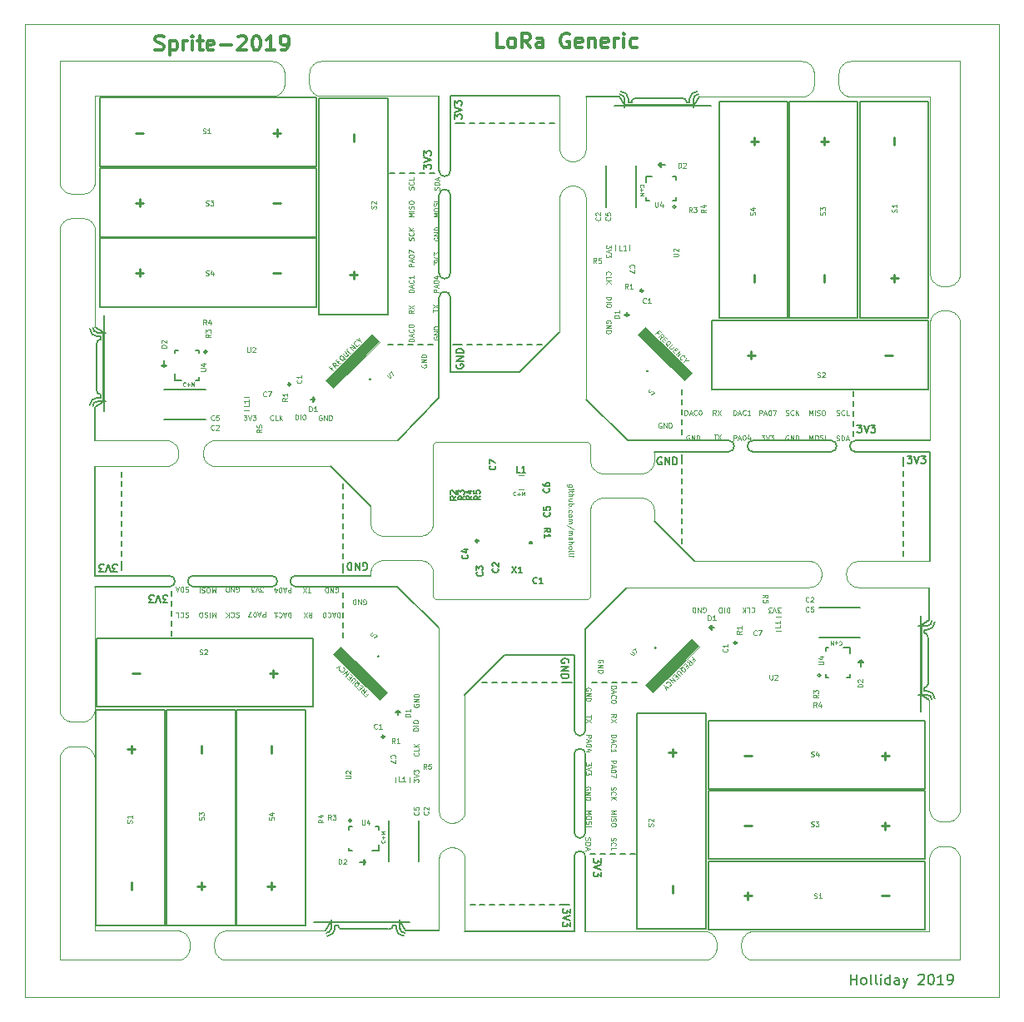
<source format=gbr>
G04 #@! TF.GenerationSoftware,KiCad,Pcbnew,(5.1.4)-1*
G04 #@! TF.CreationDate,2019-09-04T16:38:23-07:00*
G04 #@! TF.ProjectId,output.sprite_panel,6f757470-7574-42e7-9370-726974655f70,rev?*
G04 #@! TF.SameCoordinates,Original*
G04 #@! TF.FileFunction,Legend,Top*
G04 #@! TF.FilePolarity,Positive*
%FSLAX46Y46*%
G04 Gerber Fmt 4.6, Leading zero omitted, Abs format (unit mm)*
G04 Created by KiCad (PCBNEW (5.1.4)-1) date 2019-09-04 16:38:23*
%MOMM*%
%LPD*%
G04 APERTURE LIST*
%ADD10C,0.150000*%
%ADD11C,0.100000*%
%ADD12C,0.203200*%
%ADD13C,0.101600*%
%ADD14C,0.088900*%
%ADD15C,0.190500*%
%ADD16C,0.076200*%
%ADD17C,0.177800*%
%ADD18C,0.300000*%
%ADD19C,0.050800*%
%ADD20C,0.127000*%
%ADD21C,0.250000*%
%ADD22C,0.120000*%
%ADD23C,0.254000*%
%ADD24C,0.152400*%
%ADD25C,0.180000*%
G04 APERTURE END LIST*
D10*
X171414440Y-101790500D02*
X171668440Y-101587300D01*
X171668440Y-101790500D02*
X171414440Y-101790500D01*
D11*
G36*
X155194000Y-100203000D02*
G01*
X150495000Y-104902000D01*
X149733000Y-104140000D01*
X154432000Y-99441000D01*
X155194000Y-100203000D01*
G37*
X155194000Y-100203000D02*
X150495000Y-104902000D01*
X149733000Y-104140000D01*
X154432000Y-99441000D01*
X155194000Y-100203000D01*
D12*
X171668440Y-102235000D02*
X171668440Y-101790500D01*
D10*
X171668440Y-101587300D02*
X171922440Y-101790500D01*
X171668440Y-101688900D02*
X171668440Y-101739700D01*
X171922440Y-101790500D02*
X171719240Y-101790500D01*
X156362400Y-98292920D02*
X156413200Y-98292920D01*
X140792200Y-103886000D02*
X140284200Y-103886000D01*
X134696200Y-103886000D02*
X134188200Y-103886000D01*
X133680200Y-103886000D02*
X133172200Y-103886000D01*
X135458200Y-126415800D02*
X134950200Y-126415800D01*
X136474200Y-126415800D02*
X135966200Y-126415800D01*
X137744200Y-103886000D02*
X137236200Y-103886000D01*
X135712200Y-103886000D02*
X135204200Y-103886000D01*
X133426200Y-126415800D02*
X132918200Y-126415800D01*
X141554200Y-126415800D02*
X141046200Y-126415800D01*
X141986000Y-126415800D02*
X141478000Y-126415800D01*
X138506200Y-126415800D02*
X137998200Y-126415800D01*
X140538200Y-126415800D02*
X140030200Y-126415800D01*
X143649700Y-98425000D02*
X147828000Y-94158400D01*
X139776200Y-103886000D02*
X139268200Y-103886000D01*
X139522200Y-126415800D02*
X139014200Y-126415800D01*
X132435600Y-126415800D02*
X131927600Y-126415800D01*
X137490200Y-126415800D02*
X136982200Y-126415800D01*
X141808200Y-103886000D02*
X141300200Y-103886000D01*
X134442200Y-126415800D02*
X133934200Y-126415800D01*
X136728200Y-103886000D02*
X136220200Y-103886000D01*
D13*
X145415000Y-101822552D02*
X145439190Y-101774171D01*
X145439190Y-101701600D01*
X145415000Y-101629028D01*
X145366619Y-101580647D01*
X145318238Y-101556457D01*
X145221476Y-101532266D01*
X145148904Y-101532266D01*
X145052142Y-101556457D01*
X145003761Y-101580647D01*
X144955380Y-101629028D01*
X144931190Y-101701600D01*
X144931190Y-101749980D01*
X144955380Y-101822552D01*
X144979571Y-101846742D01*
X145148904Y-101846742D01*
X145148904Y-101749980D01*
X144931190Y-102064457D02*
X145439190Y-102064457D01*
X144931190Y-102354742D01*
X145439190Y-102354742D01*
X144931190Y-102596647D02*
X145439190Y-102596647D01*
X145439190Y-102717600D01*
X145415000Y-102790171D01*
X145366619Y-102838552D01*
X145318238Y-102862742D01*
X145221476Y-102886933D01*
X145148904Y-102886933D01*
X145052142Y-102862742D01*
X145003761Y-102838552D01*
X144955380Y-102790171D01*
X144931190Y-102717600D01*
X144931190Y-102596647D01*
X144258090Y-107181952D02*
X144258090Y-107472238D01*
X143750090Y-107327095D02*
X144258090Y-107327095D01*
X144258090Y-107593190D02*
X143750090Y-107931857D01*
X144258090Y-107931857D02*
X143750090Y-107593190D01*
D14*
X163519152Y-96721990D02*
X163204676Y-96721990D01*
X163374009Y-96528466D01*
X163301438Y-96528466D01*
X163253057Y-96504276D01*
X163228866Y-96480085D01*
X163204676Y-96431704D01*
X163204676Y-96310752D01*
X163228866Y-96262371D01*
X163253057Y-96238180D01*
X163301438Y-96213990D01*
X163446580Y-96213990D01*
X163494961Y-96238180D01*
X163519152Y-96262371D01*
X163059533Y-96721990D02*
X162890200Y-96213990D01*
X162720866Y-96721990D01*
X162599914Y-96721990D02*
X162285438Y-96721990D01*
X162454771Y-96528466D01*
X162382200Y-96528466D01*
X162333819Y-96504276D01*
X162309628Y-96480085D01*
X162285438Y-96431704D01*
X162285438Y-96310752D01*
X162309628Y-96262371D01*
X162333819Y-96238180D01*
X162382200Y-96213990D01*
X162527342Y-96213990D01*
X162575723Y-96238180D01*
X162599914Y-96262371D01*
D13*
X146226590Y-116879914D02*
X146734590Y-116879914D01*
X146371733Y-117049247D01*
X146734590Y-117218580D01*
X146226590Y-117218580D01*
X146226590Y-117460485D02*
X146734590Y-117460485D01*
X146250780Y-117678200D02*
X146226590Y-117750771D01*
X146226590Y-117871723D01*
X146250780Y-117920104D01*
X146274971Y-117944295D01*
X146323352Y-117968485D01*
X146371733Y-117968485D01*
X146420114Y-117944295D01*
X146444304Y-117920104D01*
X146468495Y-117871723D01*
X146492685Y-117774961D01*
X146516876Y-117726580D01*
X146541066Y-117702390D01*
X146589447Y-117678200D01*
X146637828Y-117678200D01*
X146686209Y-117702390D01*
X146710400Y-117726580D01*
X146734590Y-117774961D01*
X146734590Y-117895914D01*
X146710400Y-117968485D01*
X146734590Y-118282961D02*
X146734590Y-118379723D01*
X146710400Y-118428104D01*
X146662019Y-118476485D01*
X146565257Y-118500676D01*
X146395923Y-118500676D01*
X146299161Y-118476485D01*
X146250780Y-118428104D01*
X146226590Y-118379723D01*
X146226590Y-118282961D01*
X146250780Y-118234580D01*
X146299161Y-118186200D01*
X146395923Y-118162009D01*
X146565257Y-118162009D01*
X146662019Y-118186200D01*
X146710400Y-118234580D01*
X146734590Y-118282961D01*
D15*
X145231485Y-121734571D02*
X145231485Y-122206285D01*
X144941200Y-121952285D01*
X144941200Y-122061142D01*
X144904914Y-122133714D01*
X144868628Y-122170000D01*
X144796057Y-122206285D01*
X144614628Y-122206285D01*
X144542057Y-122170000D01*
X144505771Y-122133714D01*
X144469485Y-122061142D01*
X144469485Y-121843428D01*
X144505771Y-121770857D01*
X144542057Y-121734571D01*
X145231485Y-122424000D02*
X144469485Y-122678000D01*
X145231485Y-122932000D01*
X145231485Y-123113428D02*
X145231485Y-123585142D01*
X144941200Y-123331142D01*
X144941200Y-123440000D01*
X144904914Y-123512571D01*
X144868628Y-123548857D01*
X144796057Y-123585142D01*
X144614628Y-123585142D01*
X144542057Y-123548857D01*
X144505771Y-123512571D01*
X144469485Y-123440000D01*
X144469485Y-123222285D01*
X144505771Y-123149714D01*
X144542057Y-123113428D01*
D13*
X143699290Y-109198228D02*
X144207290Y-109198228D01*
X144207290Y-109391752D01*
X144183100Y-109440133D01*
X144158909Y-109464323D01*
X144110528Y-109488514D01*
X144037957Y-109488514D01*
X143989576Y-109464323D01*
X143965385Y-109440133D01*
X143941195Y-109391752D01*
X143941195Y-109198228D01*
X143844433Y-109682038D02*
X143844433Y-109923942D01*
X143699290Y-109633657D02*
X144207290Y-109802990D01*
X143699290Y-109972323D01*
X144207290Y-110238419D02*
X144207290Y-110286800D01*
X144183100Y-110335180D01*
X144158909Y-110359371D01*
X144110528Y-110383561D01*
X144013766Y-110407752D01*
X143892814Y-110407752D01*
X143796052Y-110383561D01*
X143747671Y-110359371D01*
X143723480Y-110335180D01*
X143699290Y-110286800D01*
X143699290Y-110238419D01*
X143723480Y-110190038D01*
X143747671Y-110165847D01*
X143796052Y-110141657D01*
X143892814Y-110117466D01*
X144013766Y-110117466D01*
X144110528Y-110141657D01*
X144158909Y-110165847D01*
X144183100Y-110190038D01*
X144207290Y-110238419D01*
X144037957Y-110843180D02*
X143699290Y-110843180D01*
X144231480Y-110722228D02*
X143868623Y-110601276D01*
X143868623Y-110915752D01*
X144181890Y-112007347D02*
X144181890Y-112321823D01*
X143988366Y-112152490D01*
X143988366Y-112225061D01*
X143964176Y-112273442D01*
X143939985Y-112297633D01*
X143891604Y-112321823D01*
X143770652Y-112321823D01*
X143722271Y-112297633D01*
X143698080Y-112273442D01*
X143673890Y-112225061D01*
X143673890Y-112079919D01*
X143698080Y-112031538D01*
X143722271Y-112007347D01*
X144181890Y-112466966D02*
X143673890Y-112636300D01*
X144181890Y-112805633D01*
X144181890Y-112926585D02*
X144181890Y-113241061D01*
X143988366Y-113071728D01*
X143988366Y-113144300D01*
X143964176Y-113192680D01*
X143939985Y-113216871D01*
X143891604Y-113241061D01*
X143770652Y-113241061D01*
X143722271Y-113216871D01*
X143698080Y-113192680D01*
X143673890Y-113144300D01*
X143673890Y-112999157D01*
X143698080Y-112950776D01*
X143722271Y-112926585D01*
D14*
X155606447Y-96672400D02*
X155654828Y-96696590D01*
X155727400Y-96696590D01*
X155799971Y-96672400D01*
X155848352Y-96624019D01*
X155872542Y-96575638D01*
X155896733Y-96478876D01*
X155896733Y-96406304D01*
X155872542Y-96309542D01*
X155848352Y-96261161D01*
X155799971Y-96212780D01*
X155727400Y-96188590D01*
X155679019Y-96188590D01*
X155606447Y-96212780D01*
X155582257Y-96236971D01*
X155582257Y-96406304D01*
X155679019Y-96406304D01*
X155364542Y-96188590D02*
X155364542Y-96696590D01*
X155074257Y-96188590D01*
X155074257Y-96696590D01*
X154832352Y-96188590D02*
X154832352Y-96696590D01*
X154711400Y-96696590D01*
X154638828Y-96672400D01*
X154590447Y-96624019D01*
X154566257Y-96575638D01*
X154542066Y-96478876D01*
X154542066Y-96406304D01*
X154566257Y-96309542D01*
X154590447Y-96261161D01*
X154638828Y-96212780D01*
X154711400Y-96188590D01*
X154832352Y-96188590D01*
D13*
X154538972Y-101544343D02*
X154658709Y-101424606D01*
X154470551Y-101236448D02*
X154829761Y-101595658D01*
X154658709Y-101766711D01*
X153957394Y-101749606D02*
X154248183Y-101800921D01*
X154162657Y-101544343D02*
X154521867Y-101903553D01*
X154385025Y-102040395D01*
X154333709Y-102057500D01*
X154299499Y-102057500D01*
X154248183Y-102040395D01*
X154196867Y-101989079D01*
X154179762Y-101937763D01*
X154179762Y-101903553D01*
X154196867Y-101852237D01*
X154333709Y-101715395D01*
X153991604Y-102091711D02*
X153871867Y-102211447D01*
X153632394Y-102074605D02*
X153803446Y-101903553D01*
X154162657Y-102262763D01*
X153991604Y-102433816D01*
X153204763Y-102433816D02*
X153256078Y-102416710D01*
X153324499Y-102416710D01*
X153427131Y-102416710D01*
X153478447Y-102399605D01*
X153512657Y-102365395D01*
X153410026Y-102296974D02*
X153461341Y-102279868D01*
X153529762Y-102279868D01*
X153615289Y-102331184D01*
X153735025Y-102450921D01*
X153786341Y-102536447D01*
X153786341Y-102604868D01*
X153769236Y-102656184D01*
X153700815Y-102724605D01*
X153649499Y-102741710D01*
X153581078Y-102741710D01*
X153495552Y-102690394D01*
X153375815Y-102570658D01*
X153324499Y-102485131D01*
X153324499Y-102416710D01*
X153341605Y-102365395D01*
X153410026Y-102296974D01*
X153461341Y-102964078D02*
X153170552Y-102673289D01*
X153119236Y-102656184D01*
X153085026Y-102656184D01*
X153033710Y-102673289D01*
X152965289Y-102741710D01*
X152948184Y-102793026D01*
X152948184Y-102827236D01*
X152965289Y-102878552D01*
X153256078Y-103169341D01*
X152913973Y-103169341D02*
X152794237Y-103289078D01*
X152554763Y-103152236D02*
X152725816Y-102981184D01*
X153085026Y-103340394D01*
X152913973Y-103511446D01*
X152400816Y-103306183D02*
X152760026Y-103665394D01*
X152195553Y-103511446D01*
X152554763Y-103870657D01*
X151853448Y-103921972D02*
X151853448Y-103887762D01*
X151887658Y-103819341D01*
X151921869Y-103785130D01*
X151990290Y-103750920D01*
X152058711Y-103750920D01*
X152110027Y-103768025D01*
X152195553Y-103819341D01*
X152246869Y-103870657D01*
X152298184Y-103956183D01*
X152315290Y-104007499D01*
X152315290Y-104075920D01*
X152281079Y-104144341D01*
X152246869Y-104178551D01*
X152178448Y-104212762D01*
X152144237Y-104212762D01*
X151767922Y-104281183D02*
X151596869Y-104110130D01*
X152075816Y-104349604D02*
X151767922Y-104281183D01*
X151836343Y-104589077D01*
X144170400Y-104667352D02*
X144194590Y-104618971D01*
X144194590Y-104546400D01*
X144170400Y-104473828D01*
X144122019Y-104425447D01*
X144073638Y-104401257D01*
X143976876Y-104377066D01*
X143904304Y-104377066D01*
X143807542Y-104401257D01*
X143759161Y-104425447D01*
X143710780Y-104473828D01*
X143686590Y-104546400D01*
X143686590Y-104594780D01*
X143710780Y-104667352D01*
X143734971Y-104691542D01*
X143904304Y-104691542D01*
X143904304Y-104594780D01*
X143686590Y-104909257D02*
X144194590Y-104909257D01*
X143686590Y-105199542D01*
X144194590Y-105199542D01*
X143686590Y-105441447D02*
X144194590Y-105441447D01*
X144194590Y-105562400D01*
X144170400Y-105634971D01*
X144122019Y-105683352D01*
X144073638Y-105707542D01*
X143976876Y-105731733D01*
X143904304Y-105731733D01*
X143807542Y-105707542D01*
X143759161Y-105683352D01*
X143710780Y-105634971D01*
X143686590Y-105562400D01*
X143686590Y-105441447D01*
X146213890Y-111801728D02*
X146721890Y-111801728D01*
X146721890Y-111995252D01*
X146697700Y-112043633D01*
X146673509Y-112067823D01*
X146625128Y-112092014D01*
X146552557Y-112092014D01*
X146504176Y-112067823D01*
X146479985Y-112043633D01*
X146455795Y-111995252D01*
X146455795Y-111801728D01*
X146359033Y-112285538D02*
X146359033Y-112527442D01*
X146213890Y-112237157D02*
X146721890Y-112406490D01*
X146213890Y-112575823D01*
X146721890Y-112841919D02*
X146721890Y-112890300D01*
X146697700Y-112938680D01*
X146673509Y-112962871D01*
X146625128Y-112987061D01*
X146528366Y-113011252D01*
X146407414Y-113011252D01*
X146310652Y-112987061D01*
X146262271Y-112962871D01*
X146238080Y-112938680D01*
X146213890Y-112890300D01*
X146213890Y-112841919D01*
X146238080Y-112793538D01*
X146262271Y-112769347D01*
X146310652Y-112745157D01*
X146407414Y-112720966D01*
X146528366Y-112720966D01*
X146625128Y-112745157D01*
X146673509Y-112769347D01*
X146697700Y-112793538D01*
X146721890Y-112841919D01*
X146721890Y-113180585D02*
X146721890Y-113519252D01*
X146213890Y-113301538D01*
X146250780Y-114485057D02*
X146226590Y-114557628D01*
X146226590Y-114678580D01*
X146250780Y-114726961D01*
X146274971Y-114751152D01*
X146323352Y-114775342D01*
X146371733Y-114775342D01*
X146420114Y-114751152D01*
X146444304Y-114726961D01*
X146468495Y-114678580D01*
X146492685Y-114581819D01*
X146516876Y-114533438D01*
X146541066Y-114509247D01*
X146589447Y-114485057D01*
X146637828Y-114485057D01*
X146686209Y-114509247D01*
X146710400Y-114533438D01*
X146734590Y-114581819D01*
X146734590Y-114702771D01*
X146710400Y-114775342D01*
X146274971Y-115283342D02*
X146250780Y-115259152D01*
X146226590Y-115186580D01*
X146226590Y-115138200D01*
X146250780Y-115065628D01*
X146299161Y-115017247D01*
X146347542Y-114993057D01*
X146444304Y-114968866D01*
X146516876Y-114968866D01*
X146613638Y-114993057D01*
X146662019Y-115017247D01*
X146710400Y-115065628D01*
X146734590Y-115138200D01*
X146734590Y-115186580D01*
X146710400Y-115259152D01*
X146686209Y-115283342D01*
X146226590Y-115501057D02*
X146734590Y-115501057D01*
X146226590Y-115791342D02*
X146516876Y-115573628D01*
X146734590Y-115791342D02*
X146444304Y-115501057D01*
X143659980Y-119626742D02*
X143635790Y-119699314D01*
X143635790Y-119820266D01*
X143659980Y-119868647D01*
X143684171Y-119892838D01*
X143732552Y-119917028D01*
X143780933Y-119917028D01*
X143829314Y-119892838D01*
X143853504Y-119868647D01*
X143877695Y-119820266D01*
X143901885Y-119723504D01*
X143926076Y-119675123D01*
X143950266Y-119650933D01*
X143998647Y-119626742D01*
X144047028Y-119626742D01*
X144095409Y-119650933D01*
X144119600Y-119675123D01*
X144143790Y-119723504D01*
X144143790Y-119844457D01*
X144119600Y-119917028D01*
X143635790Y-120134742D02*
X144143790Y-120134742D01*
X144143790Y-120255695D01*
X144119600Y-120328266D01*
X144071219Y-120376647D01*
X144022838Y-120400838D01*
X143926076Y-120425028D01*
X143853504Y-120425028D01*
X143756742Y-120400838D01*
X143708361Y-120376647D01*
X143659980Y-120328266D01*
X143635790Y-120255695D01*
X143635790Y-120134742D01*
X143780933Y-120618552D02*
X143780933Y-120860457D01*
X143635790Y-120570171D02*
X144143790Y-120739504D01*
X143635790Y-120908838D01*
X146239290Y-104207733D02*
X146747290Y-104207733D01*
X146747290Y-104328685D01*
X146723100Y-104401257D01*
X146674719Y-104449638D01*
X146626338Y-104473828D01*
X146529576Y-104498019D01*
X146457004Y-104498019D01*
X146360242Y-104473828D01*
X146311861Y-104449638D01*
X146263480Y-104401257D01*
X146239290Y-104328685D01*
X146239290Y-104207733D01*
X146384433Y-104691542D02*
X146384433Y-104933447D01*
X146239290Y-104643161D02*
X146747290Y-104812495D01*
X146239290Y-104981828D01*
X146287671Y-105441447D02*
X146263480Y-105417257D01*
X146239290Y-105344685D01*
X146239290Y-105296304D01*
X146263480Y-105223733D01*
X146311861Y-105175352D01*
X146360242Y-105151161D01*
X146457004Y-105126971D01*
X146529576Y-105126971D01*
X146626338Y-105151161D01*
X146674719Y-105175352D01*
X146723100Y-105223733D01*
X146747290Y-105296304D01*
X146747290Y-105344685D01*
X146723100Y-105417257D01*
X146698909Y-105441447D01*
X146747290Y-105755923D02*
X146747290Y-105804304D01*
X146723100Y-105852685D01*
X146698909Y-105876876D01*
X146650528Y-105901066D01*
X146553766Y-105925257D01*
X146432814Y-105925257D01*
X146336052Y-105901066D01*
X146287671Y-105876876D01*
X146263480Y-105852685D01*
X146239290Y-105804304D01*
X146239290Y-105755923D01*
X146263480Y-105707542D01*
X146287671Y-105683352D01*
X146336052Y-105659161D01*
X146432814Y-105634971D01*
X146553766Y-105634971D01*
X146650528Y-105659161D01*
X146698909Y-105683352D01*
X146723100Y-105707542D01*
X146747290Y-105755923D01*
D15*
X141909800Y-101857628D02*
X141946085Y-101785057D01*
X141946085Y-101676200D01*
X141909800Y-101567342D01*
X141837228Y-101494771D01*
X141764657Y-101458485D01*
X141619514Y-101422200D01*
X141510657Y-101422200D01*
X141365514Y-101458485D01*
X141292942Y-101494771D01*
X141220371Y-101567342D01*
X141184085Y-101676200D01*
X141184085Y-101748771D01*
X141220371Y-101857628D01*
X141256657Y-101893914D01*
X141510657Y-101893914D01*
X141510657Y-101748771D01*
X141184085Y-102220485D02*
X141946085Y-102220485D01*
X141184085Y-102655914D01*
X141946085Y-102655914D01*
X141184085Y-103018771D02*
X141946085Y-103018771D01*
X141946085Y-103200200D01*
X141909800Y-103309057D01*
X141837228Y-103381628D01*
X141764657Y-103417914D01*
X141619514Y-103454200D01*
X141510657Y-103454200D01*
X141365514Y-103417914D01*
X141292942Y-103381628D01*
X141220371Y-103309057D01*
X141184085Y-103200200D01*
X141184085Y-103018771D01*
D13*
X146239290Y-109186133D02*
X146747290Y-109186133D01*
X146747290Y-109307085D01*
X146723100Y-109379657D01*
X146674719Y-109428038D01*
X146626338Y-109452228D01*
X146529576Y-109476419D01*
X146457004Y-109476419D01*
X146360242Y-109452228D01*
X146311861Y-109428038D01*
X146263480Y-109379657D01*
X146239290Y-109307085D01*
X146239290Y-109186133D01*
X146384433Y-109669942D02*
X146384433Y-109911847D01*
X146239290Y-109621561D02*
X146747290Y-109790895D01*
X146239290Y-109960228D01*
X146287671Y-110419847D02*
X146263480Y-110395657D01*
X146239290Y-110323085D01*
X146239290Y-110274704D01*
X146263480Y-110202133D01*
X146311861Y-110153752D01*
X146360242Y-110129561D01*
X146457004Y-110105371D01*
X146529576Y-110105371D01*
X146626338Y-110129561D01*
X146674719Y-110153752D01*
X146723100Y-110202133D01*
X146747290Y-110274704D01*
X146747290Y-110323085D01*
X146723100Y-110395657D01*
X146698909Y-110419847D01*
X146239290Y-110903657D02*
X146239290Y-110613371D01*
X146239290Y-110758514D02*
X146747290Y-110758514D01*
X146674719Y-110710133D01*
X146626338Y-110661752D01*
X146602147Y-110613371D01*
D15*
X142098485Y-126843971D02*
X142098485Y-127315685D01*
X141808200Y-127061685D01*
X141808200Y-127170542D01*
X141771914Y-127243114D01*
X141735628Y-127279400D01*
X141663057Y-127315685D01*
X141481628Y-127315685D01*
X141409057Y-127279400D01*
X141372771Y-127243114D01*
X141336485Y-127170542D01*
X141336485Y-126952828D01*
X141372771Y-126880257D01*
X141409057Y-126843971D01*
X142098485Y-127533400D02*
X141336485Y-127787400D01*
X142098485Y-128041400D01*
X142098485Y-128222828D02*
X142098485Y-128694542D01*
X141808200Y-128440542D01*
X141808200Y-128549400D01*
X141771914Y-128621971D01*
X141735628Y-128658257D01*
X141663057Y-128694542D01*
X141481628Y-128694542D01*
X141409057Y-128658257D01*
X141372771Y-128621971D01*
X141336485Y-128549400D01*
X141336485Y-128331685D01*
X141372771Y-128259114D01*
X141409057Y-128222828D01*
D14*
X158279495Y-96239390D02*
X158279495Y-96747390D01*
X158158542Y-96747390D01*
X158085971Y-96723200D01*
X158037590Y-96674819D01*
X158013400Y-96626438D01*
X157989209Y-96529676D01*
X157989209Y-96457104D01*
X158013400Y-96360342D01*
X158037590Y-96311961D01*
X158085971Y-96263580D01*
X158158542Y-96239390D01*
X158279495Y-96239390D01*
X157771495Y-96239390D02*
X157771495Y-96747390D01*
X157432828Y-96747390D02*
X157336066Y-96747390D01*
X157287685Y-96723200D01*
X157239304Y-96674819D01*
X157215114Y-96578057D01*
X157215114Y-96408723D01*
X157239304Y-96311961D01*
X157287685Y-96263580D01*
X157336066Y-96239390D01*
X157432828Y-96239390D01*
X157481209Y-96263580D01*
X157529590Y-96311961D01*
X157553780Y-96408723D01*
X157553780Y-96578057D01*
X157529590Y-96674819D01*
X157481209Y-96723200D01*
X157432828Y-96747390D01*
D16*
X169453922Y-99693548D02*
X169472065Y-99675405D01*
X169526494Y-99657262D01*
X169562780Y-99657262D01*
X169617208Y-99675405D01*
X169653494Y-99711691D01*
X169671637Y-99747977D01*
X169689780Y-99820548D01*
X169689780Y-99874977D01*
X169671637Y-99947548D01*
X169653494Y-99983834D01*
X169617208Y-100020120D01*
X169562780Y-100038262D01*
X169526494Y-100038262D01*
X169472065Y-100020120D01*
X169453922Y-100001977D01*
X169290637Y-99802405D02*
X169000351Y-99802405D01*
X169145494Y-99657262D02*
X169145494Y-99947548D01*
X168818922Y-99657262D02*
X168818922Y-100038262D01*
X168691922Y-99766120D01*
X168564922Y-100038262D01*
X168564922Y-99657262D01*
D13*
X143711990Y-116879914D02*
X144219990Y-116879914D01*
X143857133Y-117049247D01*
X144219990Y-117218580D01*
X143711990Y-117218580D01*
X144219990Y-117557247D02*
X144219990Y-117654009D01*
X144195800Y-117702390D01*
X144147419Y-117750771D01*
X144050657Y-117774961D01*
X143881323Y-117774961D01*
X143784561Y-117750771D01*
X143736180Y-117702390D01*
X143711990Y-117654009D01*
X143711990Y-117557247D01*
X143736180Y-117508866D01*
X143784561Y-117460485D01*
X143881323Y-117436295D01*
X144050657Y-117436295D01*
X144147419Y-117460485D01*
X144195800Y-117508866D01*
X144219990Y-117557247D01*
X143736180Y-117968485D02*
X143711990Y-118041057D01*
X143711990Y-118162009D01*
X143736180Y-118210390D01*
X143760371Y-118234580D01*
X143808752Y-118258771D01*
X143857133Y-118258771D01*
X143905514Y-118234580D01*
X143929704Y-118210390D01*
X143953895Y-118162009D01*
X143978085Y-118065247D01*
X144002276Y-118016866D01*
X144026466Y-117992676D01*
X144074847Y-117968485D01*
X144123228Y-117968485D01*
X144171609Y-117992676D01*
X144195800Y-118016866D01*
X144219990Y-118065247D01*
X144219990Y-118186200D01*
X144195800Y-118258771D01*
X143711990Y-118476485D02*
X144219990Y-118476485D01*
X146239290Y-107382733D02*
X146481195Y-107213400D01*
X146239290Y-107092447D02*
X146747290Y-107092447D01*
X146747290Y-107285971D01*
X146723100Y-107334352D01*
X146698909Y-107358542D01*
X146650528Y-107382733D01*
X146577957Y-107382733D01*
X146529576Y-107358542D01*
X146505385Y-107334352D01*
X146481195Y-107285971D01*
X146481195Y-107092447D01*
X146747290Y-107552066D02*
X146239290Y-107890733D01*
X146747290Y-107890733D02*
X146239290Y-107552066D01*
X144145000Y-114751152D02*
X144169190Y-114702771D01*
X144169190Y-114630200D01*
X144145000Y-114557628D01*
X144096619Y-114509247D01*
X144048238Y-114485057D01*
X143951476Y-114460866D01*
X143878904Y-114460866D01*
X143782142Y-114485057D01*
X143733761Y-114509247D01*
X143685380Y-114557628D01*
X143661190Y-114630200D01*
X143661190Y-114678580D01*
X143685380Y-114751152D01*
X143709571Y-114775342D01*
X143878904Y-114775342D01*
X143878904Y-114678580D01*
X143661190Y-114993057D02*
X144169190Y-114993057D01*
X143661190Y-115283342D01*
X144169190Y-115283342D01*
X143661190Y-115525247D02*
X144169190Y-115525247D01*
X144169190Y-115646200D01*
X144145000Y-115718771D01*
X144096619Y-115767152D01*
X144048238Y-115791342D01*
X143951476Y-115815533D01*
X143878904Y-115815533D01*
X143782142Y-115791342D01*
X143733761Y-115767152D01*
X143685380Y-115718771D01*
X143661190Y-115646200D01*
X143661190Y-115525247D01*
X146250780Y-119638838D02*
X146226590Y-119711409D01*
X146226590Y-119832361D01*
X146250780Y-119880742D01*
X146274971Y-119904933D01*
X146323352Y-119929123D01*
X146371733Y-119929123D01*
X146420114Y-119904933D01*
X146444304Y-119880742D01*
X146468495Y-119832361D01*
X146492685Y-119735600D01*
X146516876Y-119687219D01*
X146541066Y-119663028D01*
X146589447Y-119638838D01*
X146637828Y-119638838D01*
X146686209Y-119663028D01*
X146710400Y-119687219D01*
X146734590Y-119735600D01*
X146734590Y-119856552D01*
X146710400Y-119929123D01*
X146274971Y-120437123D02*
X146250780Y-120412933D01*
X146226590Y-120340361D01*
X146226590Y-120291980D01*
X146250780Y-120219409D01*
X146299161Y-120171028D01*
X146347542Y-120146838D01*
X146444304Y-120122647D01*
X146516876Y-120122647D01*
X146613638Y-120146838D01*
X146662019Y-120171028D01*
X146710400Y-120219409D01*
X146734590Y-120291980D01*
X146734590Y-120340361D01*
X146710400Y-120412933D01*
X146686209Y-120437123D01*
X146226590Y-120896742D02*
X146226590Y-120654838D01*
X146734590Y-120654838D01*
D14*
X160525580Y-96236971D02*
X160549771Y-96212780D01*
X160622342Y-96188590D01*
X160670723Y-96188590D01*
X160743295Y-96212780D01*
X160791676Y-96261161D01*
X160815866Y-96309542D01*
X160840057Y-96406304D01*
X160840057Y-96478876D01*
X160815866Y-96575638D01*
X160791676Y-96624019D01*
X160743295Y-96672400D01*
X160670723Y-96696590D01*
X160622342Y-96696590D01*
X160549771Y-96672400D01*
X160525580Y-96648209D01*
X160065961Y-96188590D02*
X160307866Y-96188590D01*
X160307866Y-96696590D01*
X159896628Y-96188590D02*
X159896628Y-96696590D01*
X159606342Y-96188590D02*
X159824057Y-96478876D01*
X159606342Y-96696590D02*
X159896628Y-96406304D01*
D10*
X142506700Y-129159000D02*
X131394200Y-129159000D01*
X143648956Y-98425000D02*
X143648956Y-108686600D01*
X142506700Y-129159000D02*
X142507444Y-121564400D01*
X178624900Y-97536000D02*
X178624900Y-94158400D01*
X177800000Y-105156000D02*
X178624900Y-105664000D01*
X131394200Y-105156000D02*
X135458200Y-101092000D01*
X135458200Y-101092000D02*
X142507444Y-101092000D01*
X142507444Y-108686600D02*
X142507444Y-101092000D01*
X142240000Y-103886000D02*
X141732000Y-103886000D01*
X142506700Y-119100600D02*
X142506700Y-111150400D01*
X177800000Y-105156000D02*
X177800000Y-98044000D01*
X177800000Y-98044000D02*
X178624900Y-97536000D01*
X148844000Y-103886000D02*
X148336000Y-103886000D01*
X147828000Y-103886000D02*
X147320000Y-103886000D01*
X143648956Y-121564400D02*
X143649700Y-129158400D01*
X146812000Y-103886000D02*
X146304000Y-103886000D01*
X143648956Y-111150400D02*
X143648956Y-119100600D01*
X138760200Y-103886000D02*
X138252200Y-103886000D01*
X144780000Y-103886000D02*
X144272000Y-103886000D01*
X145796000Y-103886000D02*
X145288000Y-103886000D01*
X156464000Y-98292920D02*
X156464000Y-98546920D01*
X142507444Y-121564400D02*
G75*
G02X143648956Y-121564400I570756J0D01*
G01*
X156464000Y-98546920D02*
X156260800Y-98292920D01*
X143648956Y-119100600D02*
G75*
G02X142507444Y-119100600I-570756J0D01*
G01*
X148670000Y-121325000D02*
X148162000Y-121325000D01*
X167605965Y-103154480D02*
G75*
G03X167605965Y-103154480I-174245J0D01*
G01*
X145622000Y-121325000D02*
X145114000Y-121325000D01*
X144606000Y-121325000D02*
X144098000Y-121325000D01*
X156260800Y-98292920D02*
X156464000Y-98038920D01*
X142507444Y-111150400D02*
G75*
G02X143648956Y-111150400I570756J0D01*
G01*
X167493521Y-103154480D02*
G75*
G03X167493521Y-103154480I-61801J0D01*
G01*
X156718000Y-98292920D02*
X156464000Y-98292920D01*
X147654000Y-121325000D02*
X147146000Y-121325000D01*
X156464000Y-98038920D02*
X156464000Y-98242120D01*
X146638000Y-121325000D02*
X146130000Y-121325000D01*
X143648956Y-108686600D02*
G75*
G02X142507444Y-108686600I-570756J0D01*
G01*
X147955000Y-79235300D02*
X143688400Y-75057000D01*
X175945800Y-86410800D02*
X175945800Y-86918800D01*
X147822920Y-66421000D02*
X148076920Y-66421000D01*
X147568920Y-66421000D02*
X147772120Y-66421000D01*
X147822920Y-66522600D02*
X147822920Y-66471800D01*
D11*
G36*
X154432000Y-72390000D02*
G01*
X153670000Y-73152000D01*
X148971000Y-68453000D01*
X149733000Y-67691000D01*
X154432000Y-72390000D01*
G37*
X154432000Y-72390000D02*
X153670000Y-73152000D01*
X148971000Y-68453000D01*
X149733000Y-67691000D01*
X154432000Y-72390000D01*
D10*
X151320500Y-51216560D02*
X151320500Y-51470560D01*
X151218900Y-51216560D02*
X151269700Y-51216560D01*
X151117300Y-51216560D02*
X151320500Y-50962560D01*
X170855000Y-78279000D02*
X170855000Y-78787000D01*
X158216600Y-79236044D02*
G75*
G02X158216600Y-80377556I0J-570756D01*
G01*
D12*
X151765000Y-51216560D02*
X151320500Y-51216560D01*
D10*
X171094400Y-80377556D02*
G75*
G02X171094400Y-79236044I0J570756D01*
G01*
X151320500Y-50962560D02*
X151320500Y-51165760D01*
X175945800Y-90449400D02*
X175945800Y-90957400D01*
X160680400Y-80377556D02*
G75*
G02X160680400Y-79236044I0J570756D01*
G01*
X148076920Y-66421000D02*
X147822920Y-66624200D01*
X151320500Y-51470560D02*
X151117300Y-51216560D01*
X152858725Y-55453280D02*
G75*
G03X152858725Y-55453280I-174245J0D01*
G01*
X152746281Y-55453280D02*
G75*
G03X152746281Y-55453280I-61801J0D01*
G01*
X170855000Y-75231000D02*
X170855000Y-75739000D01*
X168630600Y-79236044D02*
G75*
G02X168630600Y-80377556I0J-570756D01*
G01*
X170855000Y-76247000D02*
X170855000Y-76755000D01*
X170855000Y-74215000D02*
X170855000Y-74723000D01*
X170855000Y-77263000D02*
X170855000Y-77771000D01*
X147822920Y-66167000D02*
X147822920Y-66421000D01*
X147822920Y-66624200D02*
X147568920Y-66421000D01*
X153416000Y-88188800D02*
X153416000Y-88696800D01*
X153416000Y-78105000D02*
X153416000Y-78613000D01*
X153416000Y-85140800D02*
X153416000Y-85648800D01*
X175945800Y-80899000D02*
X175945800Y-81407000D01*
X175945800Y-83362800D02*
X175945800Y-83870800D01*
X175945800Y-84378800D02*
X175945800Y-84886800D01*
X175945800Y-89458800D02*
X175945800Y-89966800D01*
X175945800Y-82346800D02*
X175945800Y-82854800D01*
X153416000Y-84124800D02*
X153416000Y-84632800D01*
X153416000Y-76073000D02*
X153416000Y-76581000D01*
X153416000Y-83108800D02*
X153416000Y-83616800D01*
X153416000Y-86156800D02*
X153416000Y-86664800D01*
X175945800Y-88442800D02*
X175945800Y-88950800D01*
X153416000Y-89204800D02*
X153416000Y-89712800D01*
X175945800Y-85394800D02*
X175945800Y-85902800D01*
X168630600Y-80378300D02*
X160680400Y-80378300D01*
X153416000Y-80645000D02*
X153416000Y-81153000D01*
X153416000Y-74041000D02*
X153416000Y-74549000D01*
X153416000Y-75057000D02*
X153416000Y-75565000D01*
X175945800Y-87426800D02*
X175945800Y-87934800D01*
X153416000Y-77089000D02*
X153416000Y-77597000D01*
X153416000Y-87172800D02*
X153416000Y-87680800D01*
X175945800Y-81330800D02*
X175945800Y-81838800D01*
X153416000Y-81076800D02*
X153416000Y-81584800D01*
X153416000Y-82092800D02*
X153416000Y-82600800D01*
X158216600Y-80377556D02*
X150622000Y-80377556D01*
X178689000Y-80378300D02*
X178689000Y-91490800D01*
X147955000Y-79236044D02*
X158216600Y-79236044D01*
X171094400Y-79236044D02*
X178688400Y-79235300D01*
X160680400Y-79236044D02*
X168630600Y-79236044D01*
X154686000Y-45085000D02*
X147574000Y-45085000D01*
X147574000Y-45085000D02*
X147066000Y-44260100D01*
X147066000Y-44260100D02*
X143688400Y-44260100D01*
X178689000Y-80378300D02*
X171094400Y-80377556D01*
X154686000Y-91490800D02*
X150622000Y-87426800D01*
X154686000Y-45085000D02*
X155194000Y-44260100D01*
D13*
X151352552Y-77470000D02*
X151304171Y-77445809D01*
X151231600Y-77445809D01*
X151159028Y-77470000D01*
X151110647Y-77518380D01*
X151086457Y-77566761D01*
X151062266Y-77663523D01*
X151062266Y-77736095D01*
X151086457Y-77832857D01*
X151110647Y-77881238D01*
X151159028Y-77929619D01*
X151231600Y-77953809D01*
X151279980Y-77953809D01*
X151352552Y-77929619D01*
X151376742Y-77905428D01*
X151376742Y-77736095D01*
X151279980Y-77736095D01*
X151594457Y-77953809D02*
X151594457Y-77445809D01*
X151884742Y-77953809D01*
X151884742Y-77445809D01*
X152126647Y-77953809D02*
X152126647Y-77445809D01*
X152247600Y-77445809D01*
X152320171Y-77470000D01*
X152368552Y-77518380D01*
X152392742Y-77566761D01*
X152416933Y-77663523D01*
X152416933Y-77736095D01*
X152392742Y-77832857D01*
X152368552Y-77881238D01*
X152320171Y-77929619D01*
X152247600Y-77953809D01*
X152126647Y-77953809D01*
X166409914Y-76658409D02*
X166409914Y-76150409D01*
X166579247Y-76513266D01*
X166748580Y-76150409D01*
X166748580Y-76658409D01*
X166990485Y-76658409D02*
X166990485Y-76150409D01*
X167208200Y-76634219D02*
X167280771Y-76658409D01*
X167401723Y-76658409D01*
X167450104Y-76634219D01*
X167474295Y-76610028D01*
X167498485Y-76561647D01*
X167498485Y-76513266D01*
X167474295Y-76464885D01*
X167450104Y-76440695D01*
X167401723Y-76416504D01*
X167304961Y-76392314D01*
X167256580Y-76368123D01*
X167232390Y-76343933D01*
X167208200Y-76295552D01*
X167208200Y-76247171D01*
X167232390Y-76198790D01*
X167256580Y-76174600D01*
X167304961Y-76150409D01*
X167425914Y-76150409D01*
X167498485Y-76174600D01*
X167812961Y-76150409D02*
X167909723Y-76150409D01*
X167958104Y-76174600D01*
X168006485Y-76222980D01*
X168030676Y-76319742D01*
X168030676Y-76489076D01*
X168006485Y-76585838D01*
X167958104Y-76634219D01*
X167909723Y-76658409D01*
X167812961Y-76658409D01*
X167764580Y-76634219D01*
X167716200Y-76585838D01*
X167692009Y-76489076D01*
X167692009Y-76319742D01*
X167716200Y-76222980D01*
X167764580Y-76174600D01*
X167812961Y-76150409D01*
X164281152Y-78740000D02*
X164232771Y-78715809D01*
X164160200Y-78715809D01*
X164087628Y-78740000D01*
X164039247Y-78788380D01*
X164015057Y-78836761D01*
X163990866Y-78933523D01*
X163990866Y-79006095D01*
X164015057Y-79102857D01*
X164039247Y-79151238D01*
X164087628Y-79199619D01*
X164160200Y-79223809D01*
X164208580Y-79223809D01*
X164281152Y-79199619D01*
X164305342Y-79175428D01*
X164305342Y-79006095D01*
X164208580Y-79006095D01*
X164523057Y-79223809D02*
X164523057Y-78715809D01*
X164813342Y-79223809D01*
X164813342Y-78715809D01*
X165055247Y-79223809D02*
X165055247Y-78715809D01*
X165176200Y-78715809D01*
X165248771Y-78740000D01*
X165297152Y-78788380D01*
X165321342Y-78836761D01*
X165345533Y-78933523D01*
X165345533Y-79006095D01*
X165321342Y-79102857D01*
X165297152Y-79151238D01*
X165248771Y-79199619D01*
X165176200Y-79223809D01*
X165055247Y-79223809D01*
X154197352Y-78714600D02*
X154148971Y-78690409D01*
X154076400Y-78690409D01*
X154003828Y-78714600D01*
X153955447Y-78762980D01*
X153931257Y-78811361D01*
X153907066Y-78908123D01*
X153907066Y-78980695D01*
X153931257Y-79077457D01*
X153955447Y-79125838D01*
X154003828Y-79174219D01*
X154076400Y-79198409D01*
X154124780Y-79198409D01*
X154197352Y-79174219D01*
X154221542Y-79150028D01*
X154221542Y-78980695D01*
X154124780Y-78980695D01*
X154439257Y-79198409D02*
X154439257Y-78690409D01*
X154729542Y-79198409D01*
X154729542Y-78690409D01*
X154971447Y-79198409D02*
X154971447Y-78690409D01*
X155092400Y-78690409D01*
X155164971Y-78714600D01*
X155213352Y-78762980D01*
X155237542Y-78811361D01*
X155261733Y-78908123D01*
X155261733Y-78980695D01*
X155237542Y-79077457D01*
X155213352Y-79125838D01*
X155164971Y-79174219D01*
X155092400Y-79198409D01*
X154971447Y-79198409D01*
X169168838Y-76634219D02*
X169241409Y-76658409D01*
X169362361Y-76658409D01*
X169410742Y-76634219D01*
X169434933Y-76610028D01*
X169459123Y-76561647D01*
X169459123Y-76513266D01*
X169434933Y-76464885D01*
X169410742Y-76440695D01*
X169362361Y-76416504D01*
X169265600Y-76392314D01*
X169217219Y-76368123D01*
X169193028Y-76343933D01*
X169168838Y-76295552D01*
X169168838Y-76247171D01*
X169193028Y-76198790D01*
X169217219Y-76174600D01*
X169265600Y-76150409D01*
X169386552Y-76150409D01*
X169459123Y-76174600D01*
X169967123Y-76610028D02*
X169942933Y-76634219D01*
X169870361Y-76658409D01*
X169821980Y-76658409D01*
X169749409Y-76634219D01*
X169701028Y-76585838D01*
X169676838Y-76537457D01*
X169652647Y-76440695D01*
X169652647Y-76368123D01*
X169676838Y-76271361D01*
X169701028Y-76222980D01*
X169749409Y-76174600D01*
X169821980Y-76150409D01*
X169870361Y-76150409D01*
X169942933Y-76174600D01*
X169967123Y-76198790D01*
X170426742Y-76658409D02*
X170184838Y-76658409D01*
X170184838Y-76150409D01*
X161537347Y-78703109D02*
X161851823Y-78703109D01*
X161682490Y-78896633D01*
X161755061Y-78896633D01*
X161803442Y-78920823D01*
X161827633Y-78945014D01*
X161851823Y-78993395D01*
X161851823Y-79114347D01*
X161827633Y-79162728D01*
X161803442Y-79186919D01*
X161755061Y-79211109D01*
X161609919Y-79211109D01*
X161561538Y-79186919D01*
X161537347Y-79162728D01*
X161996966Y-78703109D02*
X162166300Y-79211109D01*
X162335633Y-78703109D01*
X162456585Y-78703109D02*
X162771061Y-78703109D01*
X162601728Y-78896633D01*
X162674300Y-78896633D01*
X162722680Y-78920823D01*
X162746871Y-78945014D01*
X162771061Y-78993395D01*
X162771061Y-79114347D01*
X162746871Y-79162728D01*
X162722680Y-79186919D01*
X162674300Y-79211109D01*
X162529157Y-79211109D01*
X162480776Y-79186919D01*
X162456585Y-79162728D01*
X169156742Y-79225019D02*
X169229314Y-79249209D01*
X169350266Y-79249209D01*
X169398647Y-79225019D01*
X169422838Y-79200828D01*
X169447028Y-79152447D01*
X169447028Y-79104066D01*
X169422838Y-79055685D01*
X169398647Y-79031495D01*
X169350266Y-79007304D01*
X169253504Y-78983114D01*
X169205123Y-78958923D01*
X169180933Y-78934733D01*
X169156742Y-78886352D01*
X169156742Y-78837971D01*
X169180933Y-78789590D01*
X169205123Y-78765400D01*
X169253504Y-78741209D01*
X169374457Y-78741209D01*
X169447028Y-78765400D01*
X169664742Y-79249209D02*
X169664742Y-78741209D01*
X169785695Y-78741209D01*
X169858266Y-78765400D01*
X169906647Y-78813780D01*
X169930838Y-78862161D01*
X169955028Y-78958923D01*
X169955028Y-79031495D01*
X169930838Y-79128257D01*
X169906647Y-79176638D01*
X169858266Y-79225019D01*
X169785695Y-79249209D01*
X169664742Y-79249209D01*
X170148552Y-79104066D02*
X170390457Y-79104066D01*
X170100171Y-79249209D02*
X170269504Y-78741209D01*
X170438838Y-79249209D01*
D14*
X145769390Y-64605504D02*
X146277390Y-64605504D01*
X146277390Y-64726457D01*
X146253200Y-64799028D01*
X146204819Y-64847409D01*
X146156438Y-64871600D01*
X146059676Y-64895790D01*
X145987104Y-64895790D01*
X145890342Y-64871600D01*
X145841961Y-64847409D01*
X145793580Y-64799028D01*
X145769390Y-64726457D01*
X145769390Y-64605504D01*
X145769390Y-65113504D02*
X146277390Y-65113504D01*
X146277390Y-65452171D02*
X146277390Y-65548933D01*
X146253200Y-65597314D01*
X146204819Y-65645695D01*
X146108057Y-65669885D01*
X145938723Y-65669885D01*
X145841961Y-65645695D01*
X145793580Y-65597314D01*
X145769390Y-65548933D01*
X145769390Y-65452171D01*
X145793580Y-65403790D01*
X145841961Y-65355409D01*
X145938723Y-65331219D01*
X146108057Y-65331219D01*
X146204819Y-65355409D01*
X146253200Y-65403790D01*
X146277390Y-65452171D01*
D15*
X176373971Y-80786514D02*
X176845685Y-80786514D01*
X176591685Y-81076800D01*
X176700542Y-81076800D01*
X176773114Y-81113085D01*
X176809400Y-81149371D01*
X176845685Y-81221942D01*
X176845685Y-81403371D01*
X176809400Y-81475942D01*
X176773114Y-81512228D01*
X176700542Y-81548514D01*
X176482828Y-81548514D01*
X176410257Y-81512228D01*
X176373971Y-81475942D01*
X177063400Y-80786514D02*
X177317400Y-81548514D01*
X177571400Y-80786514D01*
X177752828Y-80786514D02*
X178224542Y-80786514D01*
X177970542Y-81076800D01*
X178079400Y-81076800D01*
X178151971Y-81113085D01*
X178188257Y-81149371D01*
X178224542Y-81221942D01*
X178224542Y-81403371D01*
X178188257Y-81475942D01*
X178151971Y-81512228D01*
X178079400Y-81548514D01*
X177861685Y-81548514D01*
X177789114Y-81512228D01*
X177752828Y-81475942D01*
D13*
X153737733Y-76645709D02*
X153737733Y-76137709D01*
X153858685Y-76137709D01*
X153931257Y-76161900D01*
X153979638Y-76210280D01*
X154003828Y-76258661D01*
X154028019Y-76355423D01*
X154028019Y-76427995D01*
X154003828Y-76524757D01*
X153979638Y-76573138D01*
X153931257Y-76621519D01*
X153858685Y-76645709D01*
X153737733Y-76645709D01*
X154221542Y-76500566D02*
X154463447Y-76500566D01*
X154173161Y-76645709D02*
X154342495Y-76137709D01*
X154511828Y-76645709D01*
X154971447Y-76597328D02*
X154947257Y-76621519D01*
X154874685Y-76645709D01*
X154826304Y-76645709D01*
X154753733Y-76621519D01*
X154705352Y-76573138D01*
X154681161Y-76524757D01*
X154656971Y-76427995D01*
X154656971Y-76355423D01*
X154681161Y-76258661D01*
X154705352Y-76210280D01*
X154753733Y-76161900D01*
X154826304Y-76137709D01*
X154874685Y-76137709D01*
X154947257Y-76161900D01*
X154971447Y-76186090D01*
X155285923Y-76137709D02*
X155334304Y-76137709D01*
X155382685Y-76161900D01*
X155406876Y-76186090D01*
X155431066Y-76234471D01*
X155455257Y-76331233D01*
X155455257Y-76452185D01*
X155431066Y-76548947D01*
X155406876Y-76597328D01*
X155382685Y-76621519D01*
X155334304Y-76645709D01*
X155285923Y-76645709D01*
X155237542Y-76621519D01*
X155213352Y-76597328D01*
X155189161Y-76548947D01*
X155164971Y-76452185D01*
X155164971Y-76331233D01*
X155189161Y-76234471D01*
X155213352Y-76186090D01*
X155237542Y-76161900D01*
X155285923Y-76137709D01*
X156711952Y-78626909D02*
X157002238Y-78626909D01*
X156857095Y-79134909D02*
X156857095Y-78626909D01*
X157123190Y-78626909D02*
X157461857Y-79134909D01*
X157461857Y-78626909D02*
X157123190Y-79134909D01*
X161331728Y-76671109D02*
X161331728Y-76163109D01*
X161525252Y-76163109D01*
X161573633Y-76187300D01*
X161597823Y-76211490D01*
X161622014Y-76259871D01*
X161622014Y-76332442D01*
X161597823Y-76380823D01*
X161573633Y-76405014D01*
X161525252Y-76429204D01*
X161331728Y-76429204D01*
X161815538Y-76525966D02*
X162057442Y-76525966D01*
X161767157Y-76671109D02*
X161936490Y-76163109D01*
X162105823Y-76671109D01*
X162371919Y-76163109D02*
X162420300Y-76163109D01*
X162468680Y-76187300D01*
X162492871Y-76211490D01*
X162517061Y-76259871D01*
X162541252Y-76356633D01*
X162541252Y-76477585D01*
X162517061Y-76574347D01*
X162492871Y-76622728D01*
X162468680Y-76646919D01*
X162420300Y-76671109D01*
X162371919Y-76671109D01*
X162323538Y-76646919D01*
X162299347Y-76622728D01*
X162275157Y-76574347D01*
X162250966Y-76477585D01*
X162250966Y-76356633D01*
X162275157Y-76259871D01*
X162299347Y-76211490D01*
X162323538Y-76187300D01*
X162371919Y-76163109D01*
X162710585Y-76163109D02*
X163049252Y-76163109D01*
X162831538Y-76671109D01*
D16*
X149223548Y-53431077D02*
X149205405Y-53412934D01*
X149187262Y-53358505D01*
X149187262Y-53322220D01*
X149205405Y-53267791D01*
X149241691Y-53231505D01*
X149277977Y-53213362D01*
X149350548Y-53195220D01*
X149404977Y-53195220D01*
X149477548Y-53213362D01*
X149513834Y-53231505D01*
X149550120Y-53267791D01*
X149568262Y-53322220D01*
X149568262Y-53358505D01*
X149550120Y-53412934D01*
X149531977Y-53431077D01*
X149332405Y-53594362D02*
X149332405Y-53884648D01*
X149187262Y-53739505D02*
X149477548Y-53739505D01*
X149187262Y-54066077D02*
X149568262Y-54066077D01*
X149296120Y-54193077D01*
X149568262Y-54320077D01*
X149187262Y-54320077D01*
D15*
X151387628Y-80975200D02*
X151315057Y-80938914D01*
X151206200Y-80938914D01*
X151097342Y-80975200D01*
X151024771Y-81047771D01*
X150988485Y-81120342D01*
X150952200Y-81265485D01*
X150952200Y-81374342D01*
X150988485Y-81519485D01*
X151024771Y-81592057D01*
X151097342Y-81664628D01*
X151206200Y-81700914D01*
X151278771Y-81700914D01*
X151387628Y-81664628D01*
X151423914Y-81628342D01*
X151423914Y-81374342D01*
X151278771Y-81374342D01*
X151750485Y-81700914D02*
X151750485Y-80938914D01*
X152185914Y-81700914D01*
X152185914Y-80938914D01*
X152548771Y-81700914D02*
X152548771Y-80938914D01*
X152730200Y-80938914D01*
X152839057Y-80975200D01*
X152911628Y-81047771D01*
X152947914Y-81120342D01*
X152984200Y-81265485D01*
X152984200Y-81374342D01*
X152947914Y-81519485D01*
X152911628Y-81592057D01*
X152839057Y-81664628D01*
X152730200Y-81700914D01*
X152548771Y-81700914D01*
X171264571Y-77653514D02*
X171736285Y-77653514D01*
X171482285Y-77943800D01*
X171591142Y-77943800D01*
X171663714Y-77980085D01*
X171700000Y-78016371D01*
X171736285Y-78088942D01*
X171736285Y-78270371D01*
X171700000Y-78342942D01*
X171663714Y-78379228D01*
X171591142Y-78415514D01*
X171373428Y-78415514D01*
X171300857Y-78379228D01*
X171264571Y-78342942D01*
X171954000Y-77653514D02*
X172208000Y-78415514D01*
X172462000Y-77653514D01*
X172643428Y-77653514D02*
X173115142Y-77653514D01*
X172861142Y-77943800D01*
X172970000Y-77943800D01*
X173042571Y-77980085D01*
X173078857Y-78016371D01*
X173115142Y-78088942D01*
X173115142Y-78270371D01*
X173078857Y-78342942D01*
X173042571Y-78379228D01*
X172970000Y-78415514D01*
X172752285Y-78415514D01*
X172679714Y-78379228D01*
X172643428Y-78342942D01*
D13*
X166409914Y-79173009D02*
X166409914Y-78665009D01*
X166579247Y-79027866D01*
X166748580Y-78665009D01*
X166748580Y-79173009D01*
X167087247Y-78665009D02*
X167184009Y-78665009D01*
X167232390Y-78689200D01*
X167280771Y-78737580D01*
X167304961Y-78834342D01*
X167304961Y-79003676D01*
X167280771Y-79100438D01*
X167232390Y-79148819D01*
X167184009Y-79173009D01*
X167087247Y-79173009D01*
X167038866Y-79148819D01*
X166990485Y-79100438D01*
X166966295Y-79003676D01*
X166966295Y-78834342D01*
X166990485Y-78737580D01*
X167038866Y-78689200D01*
X167087247Y-78665009D01*
X167498485Y-79148819D02*
X167571057Y-79173009D01*
X167692009Y-79173009D01*
X167740390Y-79148819D01*
X167764580Y-79124628D01*
X167788771Y-79076247D01*
X167788771Y-79027866D01*
X167764580Y-78979485D01*
X167740390Y-78955295D01*
X167692009Y-78931104D01*
X167595247Y-78906914D01*
X167546866Y-78882723D01*
X167522676Y-78858533D01*
X167498485Y-78810152D01*
X167498485Y-78761771D01*
X167522676Y-78713390D01*
X167546866Y-78689200D01*
X167595247Y-78665009D01*
X167716200Y-78665009D01*
X167788771Y-78689200D01*
X168006485Y-79173009D02*
X168006485Y-78665009D01*
X156912733Y-76645709D02*
X156743400Y-76403804D01*
X156622447Y-76645709D02*
X156622447Y-76137709D01*
X156815971Y-76137709D01*
X156864352Y-76161900D01*
X156888542Y-76186090D01*
X156912733Y-76234471D01*
X156912733Y-76307042D01*
X156888542Y-76355423D01*
X156864352Y-76379614D01*
X156815971Y-76403804D01*
X156622447Y-76403804D01*
X157082066Y-76137709D02*
X157420733Y-76645709D01*
X157420733Y-76137709D02*
X157082066Y-76645709D01*
D14*
X146251990Y-59365847D02*
X146251990Y-59680323D01*
X146058466Y-59510990D01*
X146058466Y-59583561D01*
X146034276Y-59631942D01*
X146010085Y-59656133D01*
X145961704Y-59680323D01*
X145840752Y-59680323D01*
X145792371Y-59656133D01*
X145768180Y-59631942D01*
X145743990Y-59583561D01*
X145743990Y-59438419D01*
X145768180Y-59390038D01*
X145792371Y-59365847D01*
X146251990Y-59825466D02*
X145743990Y-59994800D01*
X146251990Y-60164133D01*
X146251990Y-60285085D02*
X146251990Y-60599561D01*
X146058466Y-60430228D01*
X146058466Y-60502800D01*
X146034276Y-60551180D01*
X146010085Y-60575371D01*
X145961704Y-60599561D01*
X145840752Y-60599561D01*
X145792371Y-60575371D01*
X145768180Y-60551180D01*
X145743990Y-60502800D01*
X145743990Y-60357657D01*
X145768180Y-60309276D01*
X145792371Y-60285085D01*
D13*
X158716133Y-76645709D02*
X158716133Y-76137709D01*
X158837085Y-76137709D01*
X158909657Y-76161900D01*
X158958038Y-76210280D01*
X158982228Y-76258661D01*
X159006419Y-76355423D01*
X159006419Y-76427995D01*
X158982228Y-76524757D01*
X158958038Y-76573138D01*
X158909657Y-76621519D01*
X158837085Y-76645709D01*
X158716133Y-76645709D01*
X159199942Y-76500566D02*
X159441847Y-76500566D01*
X159151561Y-76645709D02*
X159320895Y-76137709D01*
X159490228Y-76645709D01*
X159949847Y-76597328D02*
X159925657Y-76621519D01*
X159853085Y-76645709D01*
X159804704Y-76645709D01*
X159732133Y-76621519D01*
X159683752Y-76573138D01*
X159659561Y-76524757D01*
X159635371Y-76427995D01*
X159635371Y-76355423D01*
X159659561Y-76258661D01*
X159683752Y-76210280D01*
X159732133Y-76161900D01*
X159804704Y-76137709D01*
X159853085Y-76137709D01*
X159925657Y-76161900D01*
X159949847Y-76186090D01*
X160433657Y-76645709D02*
X160143371Y-76645709D01*
X160288514Y-76645709D02*
X160288514Y-76137709D01*
X160240133Y-76210280D01*
X160191752Y-76258661D01*
X160143371Y-76282852D01*
X151074343Y-68346027D02*
X150954606Y-68226290D01*
X150766448Y-68414448D02*
X151125658Y-68055238D01*
X151296711Y-68226290D01*
X151279606Y-68927605D02*
X151330921Y-68636816D01*
X151074343Y-68722342D02*
X151433553Y-68363132D01*
X151570395Y-68499974D01*
X151587500Y-68551290D01*
X151587500Y-68585500D01*
X151570395Y-68636816D01*
X151519079Y-68688132D01*
X151467763Y-68705237D01*
X151433553Y-68705237D01*
X151382237Y-68688132D01*
X151245395Y-68551290D01*
X151621711Y-68893395D02*
X151741447Y-69013132D01*
X151604605Y-69252605D02*
X151433553Y-69081553D01*
X151792763Y-68722342D01*
X151963816Y-68893395D01*
X151963816Y-69680236D02*
X151946710Y-69628921D01*
X151946710Y-69560500D01*
X151946710Y-69457868D01*
X151929605Y-69406552D01*
X151895395Y-69372342D01*
X151826974Y-69474973D02*
X151809868Y-69423658D01*
X151809868Y-69355237D01*
X151861184Y-69269710D01*
X151980921Y-69149974D01*
X152066447Y-69098658D01*
X152134868Y-69098658D01*
X152186184Y-69115763D01*
X152254605Y-69184184D01*
X152271710Y-69235500D01*
X152271710Y-69303921D01*
X152220394Y-69389447D01*
X152100658Y-69509184D01*
X152015131Y-69560500D01*
X151946710Y-69560500D01*
X151895395Y-69543394D01*
X151826974Y-69474973D01*
X152494078Y-69423658D02*
X152203289Y-69714447D01*
X152186184Y-69765763D01*
X152186184Y-69799973D01*
X152203289Y-69851289D01*
X152271710Y-69919710D01*
X152323026Y-69936815D01*
X152357236Y-69936815D01*
X152408552Y-69919710D01*
X152699341Y-69628921D01*
X152699341Y-69971026D02*
X152819078Y-70090762D01*
X152682236Y-70330236D02*
X152511184Y-70159183D01*
X152870394Y-69799973D01*
X153041446Y-69971026D01*
X152836183Y-70484183D02*
X153195394Y-70124973D01*
X153041446Y-70689446D01*
X153400657Y-70330236D01*
X153451972Y-71031551D02*
X153417762Y-71031551D01*
X153349341Y-70997341D01*
X153315130Y-70963130D01*
X153280920Y-70894709D01*
X153280920Y-70826288D01*
X153298025Y-70774972D01*
X153349341Y-70689446D01*
X153400657Y-70638130D01*
X153486183Y-70586815D01*
X153537499Y-70569709D01*
X153605920Y-70569709D01*
X153674341Y-70603920D01*
X153708551Y-70638130D01*
X153742762Y-70706551D01*
X153742762Y-70740762D01*
X153811183Y-71117077D02*
X153640130Y-71288130D01*
X153879604Y-70809183D02*
X153811183Y-71117077D01*
X154119077Y-71048656D01*
D14*
X146202400Y-67278552D02*
X146226590Y-67230171D01*
X146226590Y-67157600D01*
X146202400Y-67085028D01*
X146154019Y-67036647D01*
X146105638Y-67012457D01*
X146008876Y-66988266D01*
X145936304Y-66988266D01*
X145839542Y-67012457D01*
X145791161Y-67036647D01*
X145742780Y-67085028D01*
X145718590Y-67157600D01*
X145718590Y-67205980D01*
X145742780Y-67278552D01*
X145766971Y-67302742D01*
X145936304Y-67302742D01*
X145936304Y-67205980D01*
X145718590Y-67520457D02*
X146226590Y-67520457D01*
X145718590Y-67810742D01*
X146226590Y-67810742D01*
X145718590Y-68052647D02*
X146226590Y-68052647D01*
X146226590Y-68173600D01*
X146202400Y-68246171D01*
X146154019Y-68294552D01*
X146105638Y-68318742D01*
X146008876Y-68342933D01*
X145936304Y-68342933D01*
X145839542Y-68318742D01*
X145791161Y-68294552D01*
X145742780Y-68246171D01*
X145718590Y-68173600D01*
X145718590Y-68052647D01*
D13*
X158728228Y-79185709D02*
X158728228Y-78677709D01*
X158921752Y-78677709D01*
X158970133Y-78701900D01*
X158994323Y-78726090D01*
X159018514Y-78774471D01*
X159018514Y-78847042D01*
X158994323Y-78895423D01*
X158970133Y-78919614D01*
X158921752Y-78943804D01*
X158728228Y-78943804D01*
X159212038Y-79040566D02*
X159453942Y-79040566D01*
X159163657Y-79185709D02*
X159332990Y-78677709D01*
X159502323Y-79185709D01*
X159768419Y-78677709D02*
X159816800Y-78677709D01*
X159865180Y-78701900D01*
X159889371Y-78726090D01*
X159913561Y-78774471D01*
X159937752Y-78871233D01*
X159937752Y-78992185D01*
X159913561Y-79088947D01*
X159889371Y-79137328D01*
X159865180Y-79161519D01*
X159816800Y-79185709D01*
X159768419Y-79185709D01*
X159720038Y-79161519D01*
X159695847Y-79137328D01*
X159671657Y-79088947D01*
X159647466Y-78992185D01*
X159647466Y-78871233D01*
X159671657Y-78774471D01*
X159695847Y-78726090D01*
X159720038Y-78701900D01*
X159768419Y-78677709D01*
X160373180Y-78847042D02*
X160373180Y-79185709D01*
X160252228Y-78653519D02*
X160131276Y-79016376D01*
X160445752Y-79016376D01*
X164015057Y-76634219D02*
X164087628Y-76658409D01*
X164208580Y-76658409D01*
X164256961Y-76634219D01*
X164281152Y-76610028D01*
X164305342Y-76561647D01*
X164305342Y-76513266D01*
X164281152Y-76464885D01*
X164256961Y-76440695D01*
X164208580Y-76416504D01*
X164111819Y-76392314D01*
X164063438Y-76368123D01*
X164039247Y-76343933D01*
X164015057Y-76295552D01*
X164015057Y-76247171D01*
X164039247Y-76198790D01*
X164063438Y-76174600D01*
X164111819Y-76150409D01*
X164232771Y-76150409D01*
X164305342Y-76174600D01*
X164813342Y-76610028D02*
X164789152Y-76634219D01*
X164716580Y-76658409D01*
X164668200Y-76658409D01*
X164595628Y-76634219D01*
X164547247Y-76585838D01*
X164523057Y-76537457D01*
X164498866Y-76440695D01*
X164498866Y-76368123D01*
X164523057Y-76271361D01*
X164547247Y-76222980D01*
X164595628Y-76174600D01*
X164668200Y-76150409D01*
X164716580Y-76150409D01*
X164789152Y-76174600D01*
X164813342Y-76198790D01*
X165031057Y-76658409D02*
X165031057Y-76150409D01*
X165321342Y-76658409D02*
X165103628Y-76368123D01*
X165321342Y-76150409D02*
X165031057Y-76440695D01*
D14*
X145766971Y-62359419D02*
X145742780Y-62335228D01*
X145718590Y-62262657D01*
X145718590Y-62214276D01*
X145742780Y-62141704D01*
X145791161Y-62093323D01*
X145839542Y-62069133D01*
X145936304Y-62044942D01*
X146008876Y-62044942D01*
X146105638Y-62069133D01*
X146154019Y-62093323D01*
X146202400Y-62141704D01*
X146226590Y-62214276D01*
X146226590Y-62262657D01*
X146202400Y-62335228D01*
X146178209Y-62359419D01*
X145718590Y-62819038D02*
X145718590Y-62577133D01*
X146226590Y-62577133D01*
X145718590Y-62988371D02*
X146226590Y-62988371D01*
X145718590Y-63278657D02*
X146008876Y-63060942D01*
X146226590Y-63278657D02*
X145936304Y-62988371D01*
D17*
X170663474Y-134571619D02*
X170663474Y-133555619D01*
X170663474Y-134039428D02*
X171244046Y-134039428D01*
X171244046Y-134571619D02*
X171244046Y-133555619D01*
X171872998Y-134571619D02*
X171776236Y-134523238D01*
X171727855Y-134474857D01*
X171679474Y-134378095D01*
X171679474Y-134087809D01*
X171727855Y-133991047D01*
X171776236Y-133942666D01*
X171872998Y-133894285D01*
X172018141Y-133894285D01*
X172114903Y-133942666D01*
X172163284Y-133991047D01*
X172211665Y-134087809D01*
X172211665Y-134378095D01*
X172163284Y-134474857D01*
X172114903Y-134523238D01*
X172018141Y-134571619D01*
X171872998Y-134571619D01*
X172792236Y-134571619D02*
X172695474Y-134523238D01*
X172647093Y-134426476D01*
X172647093Y-133555619D01*
X173324427Y-134571619D02*
X173227665Y-134523238D01*
X173179284Y-134426476D01*
X173179284Y-133555619D01*
X173711474Y-134571619D02*
X173711474Y-133894285D01*
X173711474Y-133555619D02*
X173663093Y-133604000D01*
X173711474Y-133652380D01*
X173759855Y-133604000D01*
X173711474Y-133555619D01*
X173711474Y-133652380D01*
X174630712Y-134571619D02*
X174630712Y-133555619D01*
X174630712Y-134523238D02*
X174533950Y-134571619D01*
X174340427Y-134571619D01*
X174243665Y-134523238D01*
X174195284Y-134474857D01*
X174146903Y-134378095D01*
X174146903Y-134087809D01*
X174195284Y-133991047D01*
X174243665Y-133942666D01*
X174340427Y-133894285D01*
X174533950Y-133894285D01*
X174630712Y-133942666D01*
X175549950Y-134571619D02*
X175549950Y-134039428D01*
X175501570Y-133942666D01*
X175404808Y-133894285D01*
X175211284Y-133894285D01*
X175114522Y-133942666D01*
X175549950Y-134523238D02*
X175453189Y-134571619D01*
X175211284Y-134571619D01*
X175114522Y-134523238D01*
X175066141Y-134426476D01*
X175066141Y-134329714D01*
X175114522Y-134232952D01*
X175211284Y-134184571D01*
X175453189Y-134184571D01*
X175549950Y-134136190D01*
X175936998Y-133894285D02*
X176178903Y-134571619D01*
X176420808Y-133894285D02*
X176178903Y-134571619D01*
X176082141Y-134813523D01*
X176033760Y-134861904D01*
X175936998Y-134910285D01*
X177533570Y-133652380D02*
X177581950Y-133604000D01*
X177678712Y-133555619D01*
X177920617Y-133555619D01*
X178017379Y-133604000D01*
X178065760Y-133652380D01*
X178114141Y-133749142D01*
X178114141Y-133845904D01*
X178065760Y-133991047D01*
X177485189Y-134571619D01*
X178114141Y-134571619D01*
X178743093Y-133555619D02*
X178839855Y-133555619D01*
X178936617Y-133604000D01*
X178984998Y-133652380D01*
X179033379Y-133749142D01*
X179081760Y-133942666D01*
X179081760Y-134184571D01*
X179033379Y-134378095D01*
X178984998Y-134474857D01*
X178936617Y-134523238D01*
X178839855Y-134571619D01*
X178743093Y-134571619D01*
X178646331Y-134523238D01*
X178597950Y-134474857D01*
X178549570Y-134378095D01*
X178501189Y-134184571D01*
X178501189Y-133942666D01*
X178549570Y-133749142D01*
X178597950Y-133652380D01*
X178646331Y-133604000D01*
X178743093Y-133555619D01*
X180049379Y-134571619D02*
X179468808Y-134571619D01*
X179759093Y-134571619D02*
X179759093Y-133555619D01*
X179662331Y-133700761D01*
X179565570Y-133797523D01*
X179468808Y-133845904D01*
X180533189Y-134571619D02*
X180726712Y-134571619D01*
X180823474Y-134523238D01*
X180871855Y-134474857D01*
X180968617Y-134329714D01*
X181016998Y-134136190D01*
X181016998Y-133749142D01*
X180968617Y-133652380D01*
X180920236Y-133604000D01*
X180823474Y-133555619D01*
X180629950Y-133555619D01*
X180533189Y-133604000D01*
X180484808Y-133652380D01*
X180436427Y-133749142D01*
X180436427Y-133991047D01*
X180484808Y-134087809D01*
X180533189Y-134136190D01*
X180629950Y-134184571D01*
X180823474Y-134184571D01*
X180920236Y-134136190D01*
X180968617Y-134087809D01*
X181016998Y-133991047D01*
D18*
X99894285Y-39469142D02*
X100108571Y-39540571D01*
X100465714Y-39540571D01*
X100608571Y-39469142D01*
X100680000Y-39397714D01*
X100751428Y-39254857D01*
X100751428Y-39112000D01*
X100680000Y-38969142D01*
X100608571Y-38897714D01*
X100465714Y-38826285D01*
X100180000Y-38754857D01*
X100037142Y-38683428D01*
X99965714Y-38612000D01*
X99894285Y-38469142D01*
X99894285Y-38326285D01*
X99965714Y-38183428D01*
X100037142Y-38112000D01*
X100180000Y-38040571D01*
X100537142Y-38040571D01*
X100751428Y-38112000D01*
X101394285Y-38540571D02*
X101394285Y-40040571D01*
X101394285Y-38612000D02*
X101537142Y-38540571D01*
X101822857Y-38540571D01*
X101965714Y-38612000D01*
X102037142Y-38683428D01*
X102108571Y-38826285D01*
X102108571Y-39254857D01*
X102037142Y-39397714D01*
X101965714Y-39469142D01*
X101822857Y-39540571D01*
X101537142Y-39540571D01*
X101394285Y-39469142D01*
X102751428Y-39540571D02*
X102751428Y-38540571D01*
X102751428Y-38826285D02*
X102822857Y-38683428D01*
X102894285Y-38612000D01*
X103037142Y-38540571D01*
X103180000Y-38540571D01*
X103680000Y-39540571D02*
X103680000Y-38540571D01*
X103680000Y-38040571D02*
X103608571Y-38112000D01*
X103680000Y-38183428D01*
X103751428Y-38112000D01*
X103680000Y-38040571D01*
X103680000Y-38183428D01*
X104180000Y-38540571D02*
X104751428Y-38540571D01*
X104394285Y-38040571D02*
X104394285Y-39326285D01*
X104465714Y-39469142D01*
X104608571Y-39540571D01*
X104751428Y-39540571D01*
X105822857Y-39469142D02*
X105680000Y-39540571D01*
X105394285Y-39540571D01*
X105251428Y-39469142D01*
X105180000Y-39326285D01*
X105180000Y-38754857D01*
X105251428Y-38612000D01*
X105394285Y-38540571D01*
X105680000Y-38540571D01*
X105822857Y-38612000D01*
X105894285Y-38754857D01*
X105894285Y-38897714D01*
X105180000Y-39040571D01*
X106537142Y-38969142D02*
X107680000Y-38969142D01*
X108322857Y-38183428D02*
X108394285Y-38112000D01*
X108537142Y-38040571D01*
X108894285Y-38040571D01*
X109037142Y-38112000D01*
X109108571Y-38183428D01*
X109180000Y-38326285D01*
X109180000Y-38469142D01*
X109108571Y-38683428D01*
X108251428Y-39540571D01*
X109180000Y-39540571D01*
X110108571Y-38040571D02*
X110251428Y-38040571D01*
X110394285Y-38112000D01*
X110465714Y-38183428D01*
X110537142Y-38326285D01*
X110608571Y-38612000D01*
X110608571Y-38969142D01*
X110537142Y-39254857D01*
X110465714Y-39397714D01*
X110394285Y-39469142D01*
X110251428Y-39540571D01*
X110108571Y-39540571D01*
X109965714Y-39469142D01*
X109894285Y-39397714D01*
X109822857Y-39254857D01*
X109751428Y-38969142D01*
X109751428Y-38612000D01*
X109822857Y-38326285D01*
X109894285Y-38183428D01*
X109965714Y-38112000D01*
X110108571Y-38040571D01*
X112037142Y-39540571D02*
X111180000Y-39540571D01*
X111608571Y-39540571D02*
X111608571Y-38040571D01*
X111465714Y-38254857D01*
X111322857Y-38397714D01*
X111180000Y-38469142D01*
X112751428Y-39540571D02*
X113037142Y-39540571D01*
X113180000Y-39469142D01*
X113251428Y-39397714D01*
X113394285Y-39183428D01*
X113465714Y-38897714D01*
X113465714Y-38326285D01*
X113394285Y-38183428D01*
X113322857Y-38112000D01*
X113180000Y-38040571D01*
X112894285Y-38040571D01*
X112751428Y-38112000D01*
X112680000Y-38183428D01*
X112608571Y-38326285D01*
X112608571Y-38683428D01*
X112680000Y-38826285D01*
X112751428Y-38897714D01*
X112894285Y-38969142D01*
X113180000Y-38969142D01*
X113322857Y-38897714D01*
X113394285Y-38826285D01*
X113465714Y-38683428D01*
X135339142Y-39286571D02*
X134624857Y-39286571D01*
X134624857Y-37786571D01*
X136053428Y-39286571D02*
X135910571Y-39215142D01*
X135839142Y-39143714D01*
X135767714Y-39000857D01*
X135767714Y-38572285D01*
X135839142Y-38429428D01*
X135910571Y-38358000D01*
X136053428Y-38286571D01*
X136267714Y-38286571D01*
X136410571Y-38358000D01*
X136482000Y-38429428D01*
X136553428Y-38572285D01*
X136553428Y-39000857D01*
X136482000Y-39143714D01*
X136410571Y-39215142D01*
X136267714Y-39286571D01*
X136053428Y-39286571D01*
X138053428Y-39286571D02*
X137553428Y-38572285D01*
X137196285Y-39286571D02*
X137196285Y-37786571D01*
X137767714Y-37786571D01*
X137910571Y-37858000D01*
X137982000Y-37929428D01*
X138053428Y-38072285D01*
X138053428Y-38286571D01*
X137982000Y-38429428D01*
X137910571Y-38500857D01*
X137767714Y-38572285D01*
X137196285Y-38572285D01*
X139339142Y-39286571D02*
X139339142Y-38500857D01*
X139267714Y-38358000D01*
X139124857Y-38286571D01*
X138839142Y-38286571D01*
X138696285Y-38358000D01*
X139339142Y-39215142D02*
X139196285Y-39286571D01*
X138839142Y-39286571D01*
X138696285Y-39215142D01*
X138624857Y-39072285D01*
X138624857Y-38929428D01*
X138696285Y-38786571D01*
X138839142Y-38715142D01*
X139196285Y-38715142D01*
X139339142Y-38643714D01*
X141982000Y-37858000D02*
X141839142Y-37786571D01*
X141624857Y-37786571D01*
X141410571Y-37858000D01*
X141267714Y-38000857D01*
X141196285Y-38143714D01*
X141124857Y-38429428D01*
X141124857Y-38643714D01*
X141196285Y-38929428D01*
X141267714Y-39072285D01*
X141410571Y-39215142D01*
X141624857Y-39286571D01*
X141767714Y-39286571D01*
X141982000Y-39215142D01*
X142053428Y-39143714D01*
X142053428Y-38643714D01*
X141767714Y-38643714D01*
X143267714Y-39215142D02*
X143124857Y-39286571D01*
X142839142Y-39286571D01*
X142696285Y-39215142D01*
X142624857Y-39072285D01*
X142624857Y-38500857D01*
X142696285Y-38358000D01*
X142839142Y-38286571D01*
X143124857Y-38286571D01*
X143267714Y-38358000D01*
X143339142Y-38500857D01*
X143339142Y-38643714D01*
X142624857Y-38786571D01*
X143982000Y-38286571D02*
X143982000Y-39286571D01*
X143982000Y-38429428D02*
X144053428Y-38358000D01*
X144196285Y-38286571D01*
X144410571Y-38286571D01*
X144553428Y-38358000D01*
X144624857Y-38500857D01*
X144624857Y-39286571D01*
X145910571Y-39215142D02*
X145767714Y-39286571D01*
X145482000Y-39286571D01*
X145339142Y-39215142D01*
X145267714Y-39072285D01*
X145267714Y-38500857D01*
X145339142Y-38358000D01*
X145482000Y-38286571D01*
X145767714Y-38286571D01*
X145910571Y-38358000D01*
X145982000Y-38500857D01*
X145982000Y-38643714D01*
X145267714Y-38786571D01*
X146624857Y-39286571D02*
X146624857Y-38286571D01*
X146624857Y-38572285D02*
X146696285Y-38429428D01*
X146767714Y-38358000D01*
X146910571Y-38286571D01*
X147053428Y-38286571D01*
X147553428Y-39286571D02*
X147553428Y-38286571D01*
X147553428Y-37786571D02*
X147482000Y-37858000D01*
X147553428Y-37929428D01*
X147624857Y-37858000D01*
X147553428Y-37786571D01*
X147553428Y-37929428D01*
X148910571Y-39215142D02*
X148767714Y-39286571D01*
X148482000Y-39286571D01*
X148339142Y-39215142D01*
X148267714Y-39143714D01*
X148196285Y-39000857D01*
X148196285Y-38572285D01*
X148267714Y-38429428D01*
X148339142Y-38358000D01*
X148482000Y-38286571D01*
X148767714Y-38286571D01*
X148910571Y-38358000D01*
D19*
X86614000Y-36890000D02*
X185740000Y-36890000D01*
X185740000Y-135890000D02*
X185740000Y-36890000D01*
X86614000Y-135890000D02*
X86614000Y-36890000D01*
X86614000Y-135890000D02*
X185740000Y-135890000D01*
D13*
X127000000Y-71532447D02*
X126975809Y-71580828D01*
X126975809Y-71653400D01*
X127000000Y-71725971D01*
X127048380Y-71774352D01*
X127096761Y-71798542D01*
X127193523Y-71822733D01*
X127266095Y-71822733D01*
X127362857Y-71798542D01*
X127411238Y-71774352D01*
X127459619Y-71725971D01*
X127483809Y-71653400D01*
X127483809Y-71605019D01*
X127459619Y-71532447D01*
X127435428Y-71508257D01*
X127266095Y-71508257D01*
X127266095Y-71605019D01*
X127483809Y-71290542D02*
X126975809Y-71290542D01*
X127483809Y-71000257D01*
X126975809Y-71000257D01*
X127483809Y-70758352D02*
X126975809Y-70758352D01*
X126975809Y-70637400D01*
X127000000Y-70564828D01*
X127048380Y-70516447D01*
X127096761Y-70492257D01*
X127193523Y-70468066D01*
X127266095Y-70468066D01*
X127362857Y-70492257D01*
X127411238Y-70516447D01*
X127459619Y-70564828D01*
X127483809Y-70637400D01*
X127483809Y-70758352D01*
X128244600Y-68687647D02*
X128220409Y-68736028D01*
X128220409Y-68808600D01*
X128244600Y-68881171D01*
X128292980Y-68929552D01*
X128341361Y-68953742D01*
X128438123Y-68977933D01*
X128510695Y-68977933D01*
X128607457Y-68953742D01*
X128655838Y-68929552D01*
X128704219Y-68881171D01*
X128728409Y-68808600D01*
X128728409Y-68760219D01*
X128704219Y-68687647D01*
X128680028Y-68663457D01*
X128510695Y-68663457D01*
X128510695Y-68760219D01*
X128728409Y-68445742D02*
X128220409Y-68445742D01*
X128728409Y-68155457D01*
X128220409Y-68155457D01*
X128728409Y-67913552D02*
X128220409Y-67913552D01*
X128220409Y-67792600D01*
X128244600Y-67720028D01*
X128292980Y-67671647D01*
X128341361Y-67647457D01*
X128438123Y-67623266D01*
X128510695Y-67623266D01*
X128607457Y-67647457D01*
X128655838Y-67671647D01*
X128704219Y-67720028D01*
X128728409Y-67792600D01*
X128728409Y-67913552D01*
X128270000Y-58603847D02*
X128245809Y-58652228D01*
X128245809Y-58724800D01*
X128270000Y-58797371D01*
X128318380Y-58845752D01*
X128366761Y-58869942D01*
X128463523Y-58894133D01*
X128536095Y-58894133D01*
X128632857Y-58869942D01*
X128681238Y-58845752D01*
X128729619Y-58797371D01*
X128753809Y-58724800D01*
X128753809Y-58676419D01*
X128729619Y-58603847D01*
X128705428Y-58579657D01*
X128536095Y-58579657D01*
X128536095Y-58676419D01*
X128753809Y-58361942D02*
X128245809Y-58361942D01*
X128753809Y-58071657D01*
X128245809Y-58071657D01*
X128753809Y-57829752D02*
X128245809Y-57829752D01*
X128245809Y-57708800D01*
X128270000Y-57636228D01*
X128318380Y-57587847D01*
X128366761Y-57563657D01*
X128463523Y-57539466D01*
X128536095Y-57539466D01*
X128632857Y-57563657D01*
X128681238Y-57587847D01*
X128729619Y-57636228D01*
X128753809Y-57708800D01*
X128753809Y-57829752D01*
D14*
X116808552Y-76682600D02*
X116760171Y-76658409D01*
X116687600Y-76658409D01*
X116615028Y-76682600D01*
X116566647Y-76730980D01*
X116542457Y-76779361D01*
X116518266Y-76876123D01*
X116518266Y-76948695D01*
X116542457Y-77045457D01*
X116566647Y-77093838D01*
X116615028Y-77142219D01*
X116687600Y-77166409D01*
X116735980Y-77166409D01*
X116808552Y-77142219D01*
X116832742Y-77118028D01*
X116832742Y-76948695D01*
X116735980Y-76948695D01*
X117050457Y-77166409D02*
X117050457Y-76658409D01*
X117340742Y-77166409D01*
X117340742Y-76658409D01*
X117582647Y-77166409D02*
X117582647Y-76658409D01*
X117703600Y-76658409D01*
X117776171Y-76682600D01*
X117824552Y-76730980D01*
X117848742Y-76779361D01*
X117872933Y-76876123D01*
X117872933Y-76948695D01*
X117848742Y-77045457D01*
X117824552Y-77093838D01*
X117776171Y-77142219D01*
X117703600Y-77166409D01*
X117582647Y-77166409D01*
D11*
G36*
X122682000Y-69215000D02*
G01*
X117983000Y-73914000D01*
X117221000Y-73152000D01*
X121920000Y-68453000D01*
X122682000Y-69215000D01*
G37*
X122682000Y-69215000D02*
X117983000Y-73914000D01*
X117221000Y-73152000D01*
X121920000Y-68453000D01*
X122682000Y-69215000D01*
D12*
X100746560Y-71120000D02*
X100746560Y-71564500D01*
D10*
X101000560Y-71564500D02*
X100746560Y-71767700D01*
X100746560Y-71767700D02*
X100492560Y-71564500D01*
X100492560Y-71564500D02*
X100695760Y-71564500D01*
X100746560Y-71666100D02*
X100746560Y-71615300D01*
X100746560Y-71564500D02*
X101000560Y-71564500D01*
D13*
X126175709Y-69147266D02*
X125667709Y-69147266D01*
X125667709Y-69026314D01*
X125691900Y-68953742D01*
X125740280Y-68905361D01*
X125788661Y-68881171D01*
X125885423Y-68856980D01*
X125957995Y-68856980D01*
X126054757Y-68881171D01*
X126103138Y-68905361D01*
X126151519Y-68953742D01*
X126175709Y-69026314D01*
X126175709Y-69147266D01*
X126030566Y-68663457D02*
X126030566Y-68421552D01*
X126175709Y-68711838D02*
X125667709Y-68542504D01*
X126175709Y-68373171D01*
X126127328Y-67913552D02*
X126151519Y-67937742D01*
X126175709Y-68010314D01*
X126175709Y-68058695D01*
X126151519Y-68131266D01*
X126103138Y-68179647D01*
X126054757Y-68203838D01*
X125957995Y-68228028D01*
X125885423Y-68228028D01*
X125788661Y-68203838D01*
X125740280Y-68179647D01*
X125691900Y-68131266D01*
X125667709Y-68058695D01*
X125667709Y-68010314D01*
X125691900Y-67937742D01*
X125716090Y-67913552D01*
X125667709Y-67599076D02*
X125667709Y-67550695D01*
X125691900Y-67502314D01*
X125716090Y-67478123D01*
X125764471Y-67453933D01*
X125861233Y-67429742D01*
X125982185Y-67429742D01*
X126078947Y-67453933D01*
X126127328Y-67478123D01*
X126151519Y-67502314D01*
X126175709Y-67550695D01*
X126175709Y-67599076D01*
X126151519Y-67647457D01*
X126127328Y-67671647D01*
X126078947Y-67695838D01*
X125982185Y-67720028D01*
X125861233Y-67720028D01*
X125764471Y-67695838D01*
X125716090Y-67671647D01*
X125691900Y-67647457D01*
X125667709Y-67599076D01*
D16*
X102961077Y-73661451D02*
X102942934Y-73679594D01*
X102888505Y-73697737D01*
X102852220Y-73697737D01*
X102797791Y-73679594D01*
X102761505Y-73643308D01*
X102743362Y-73607022D01*
X102725220Y-73534451D01*
X102725220Y-73480022D01*
X102743362Y-73407451D01*
X102761505Y-73371165D01*
X102797791Y-73334880D01*
X102852220Y-73316737D01*
X102888505Y-73316737D01*
X102942934Y-73334880D01*
X102961077Y-73353022D01*
X103124362Y-73552594D02*
X103414648Y-73552594D01*
X103269505Y-73697737D02*
X103269505Y-73407451D01*
X103596077Y-73697737D02*
X103596077Y-73316737D01*
X103723077Y-73588880D01*
X103850077Y-73316737D01*
X103850077Y-73697737D01*
D13*
X117876027Y-71810656D02*
X117756290Y-71930393D01*
X117944448Y-72118551D02*
X117585238Y-71759341D01*
X117756290Y-71588288D01*
X118457605Y-71605393D02*
X118166816Y-71554078D01*
X118252342Y-71810656D02*
X117893132Y-71451446D01*
X118029974Y-71314604D01*
X118081290Y-71297499D01*
X118115500Y-71297499D01*
X118166816Y-71314604D01*
X118218132Y-71365920D01*
X118235237Y-71417236D01*
X118235237Y-71451446D01*
X118218132Y-71502762D01*
X118081290Y-71639604D01*
X118423395Y-71263288D02*
X118543132Y-71143552D01*
X118782605Y-71280394D02*
X118611553Y-71451446D01*
X118252342Y-71092236D01*
X118423395Y-70921183D01*
X119210236Y-70921183D02*
X119158921Y-70938289D01*
X119090500Y-70938289D01*
X118987868Y-70938289D01*
X118936552Y-70955394D01*
X118902342Y-70989604D01*
X119004973Y-71058025D02*
X118953658Y-71075131D01*
X118885237Y-71075131D01*
X118799710Y-71023815D01*
X118679974Y-70904078D01*
X118628658Y-70818552D01*
X118628658Y-70750131D01*
X118645763Y-70698815D01*
X118714184Y-70630394D01*
X118765500Y-70613289D01*
X118833921Y-70613289D01*
X118919447Y-70664605D01*
X119039184Y-70784341D01*
X119090500Y-70869868D01*
X119090500Y-70938289D01*
X119073394Y-70989604D01*
X119004973Y-71058025D01*
X118953658Y-70390921D02*
X119244447Y-70681710D01*
X119295763Y-70698815D01*
X119329973Y-70698815D01*
X119381289Y-70681710D01*
X119449710Y-70613289D01*
X119466815Y-70561973D01*
X119466815Y-70527763D01*
X119449710Y-70476447D01*
X119158921Y-70185658D01*
X119501026Y-70185658D02*
X119620762Y-70065921D01*
X119860236Y-70202763D02*
X119689183Y-70373815D01*
X119329973Y-70014605D01*
X119501026Y-69843553D01*
X120014183Y-70048816D02*
X119654973Y-69689605D01*
X120219446Y-69843553D01*
X119860236Y-69484342D01*
X120561551Y-69433027D02*
X120561551Y-69467237D01*
X120527341Y-69535658D01*
X120493130Y-69569869D01*
X120424709Y-69604079D01*
X120356288Y-69604079D01*
X120304972Y-69586974D01*
X120219446Y-69535658D01*
X120168130Y-69484342D01*
X120116815Y-69398816D01*
X120099709Y-69347500D01*
X120099709Y-69279079D01*
X120133920Y-69210658D01*
X120168130Y-69176448D01*
X120236551Y-69142237D01*
X120270762Y-69142237D01*
X120647077Y-69073816D02*
X120818130Y-69244869D01*
X120339183Y-69005395D02*
X120647077Y-69073816D01*
X120578656Y-68765922D01*
D10*
X116052600Y-75062080D02*
X116001800Y-75062080D01*
X115951000Y-75316080D02*
X115951000Y-75112880D01*
X116154200Y-75062080D02*
X115951000Y-75316080D01*
X115951000Y-74808080D02*
X116154200Y-75062080D01*
X115951000Y-75062080D02*
X115951000Y-74808080D01*
X115697000Y-75062080D02*
X115951000Y-75062080D01*
D14*
X108895847Y-76633009D02*
X109210323Y-76633009D01*
X109040990Y-76826533D01*
X109113561Y-76826533D01*
X109161942Y-76850723D01*
X109186133Y-76874914D01*
X109210323Y-76923295D01*
X109210323Y-77044247D01*
X109186133Y-77092628D01*
X109161942Y-77116819D01*
X109113561Y-77141009D01*
X108968419Y-77141009D01*
X108920038Y-77116819D01*
X108895847Y-77092628D01*
X109355466Y-76633009D02*
X109524800Y-77141009D01*
X109694133Y-76633009D01*
X109815085Y-76633009D02*
X110129561Y-76633009D01*
X109960228Y-76826533D01*
X110032800Y-76826533D01*
X110081180Y-76850723D01*
X110105371Y-76874914D01*
X110129561Y-76923295D01*
X110129561Y-77044247D01*
X110105371Y-77092628D01*
X110081180Y-77116819D01*
X110032800Y-77141009D01*
X109887657Y-77141009D01*
X109839276Y-77116819D01*
X109815085Y-77092628D01*
X111889419Y-77118028D02*
X111865228Y-77142219D01*
X111792657Y-77166409D01*
X111744276Y-77166409D01*
X111671704Y-77142219D01*
X111623323Y-77093838D01*
X111599133Y-77045457D01*
X111574942Y-76948695D01*
X111574942Y-76876123D01*
X111599133Y-76779361D01*
X111623323Y-76730980D01*
X111671704Y-76682600D01*
X111744276Y-76658409D01*
X111792657Y-76658409D01*
X111865228Y-76682600D01*
X111889419Y-76706790D01*
X112349038Y-77166409D02*
X112107133Y-77166409D01*
X112107133Y-76658409D01*
X112518371Y-77166409D02*
X112518371Y-76658409D01*
X112808657Y-77166409D02*
X112590942Y-76876123D01*
X112808657Y-76658409D02*
X112518371Y-76948695D01*
X114135504Y-77115609D02*
X114135504Y-76607609D01*
X114256457Y-76607609D01*
X114329028Y-76631800D01*
X114377409Y-76680180D01*
X114401600Y-76728561D01*
X114425790Y-76825323D01*
X114425790Y-76897895D01*
X114401600Y-76994657D01*
X114377409Y-77043038D01*
X114329028Y-77091419D01*
X114256457Y-77115609D01*
X114135504Y-77115609D01*
X114643504Y-77115609D02*
X114643504Y-76607609D01*
X114982171Y-76607609D02*
X115078933Y-76607609D01*
X115127314Y-76631800D01*
X115175695Y-76680180D01*
X115199885Y-76776942D01*
X115199885Y-76946276D01*
X115175695Y-77043038D01*
X115127314Y-77091419D01*
X115078933Y-77115609D01*
X114982171Y-77115609D01*
X114933790Y-77091419D01*
X114885409Y-77043038D01*
X114861219Y-76946276D01*
X114861219Y-76776942D01*
X114885409Y-76680180D01*
X114933790Y-76631800D01*
X114982171Y-76607609D01*
D10*
X128766044Y-54254400D02*
G75*
G02X129907556Y-54254400I570756J0D01*
G01*
X129907556Y-51790600D02*
G75*
G02X128766044Y-51790600I-570756J0D01*
G01*
X128766044Y-64668400D02*
G75*
G02X129907556Y-64668400I570756J0D01*
G01*
X129907556Y-62204600D02*
G75*
G02X128766044Y-62204600I-570756J0D01*
G01*
D13*
X128233109Y-61347652D02*
X128233109Y-61033176D01*
X128426633Y-61202509D01*
X128426633Y-61129938D01*
X128450823Y-61081557D01*
X128475014Y-61057366D01*
X128523395Y-61033176D01*
X128644347Y-61033176D01*
X128692728Y-61057366D01*
X128716919Y-61081557D01*
X128741109Y-61129938D01*
X128741109Y-61275080D01*
X128716919Y-61323461D01*
X128692728Y-61347652D01*
X128233109Y-60888033D02*
X128741109Y-60718700D01*
X128233109Y-60549366D01*
X128233109Y-60428414D02*
X128233109Y-60113938D01*
X128426633Y-60283271D01*
X128426633Y-60210700D01*
X128450823Y-60162319D01*
X128475014Y-60138128D01*
X128523395Y-60113938D01*
X128644347Y-60113938D01*
X128692728Y-60138128D01*
X128716919Y-60162319D01*
X128741109Y-60210700D01*
X128741109Y-60355842D01*
X128716919Y-60404223D01*
X128692728Y-60428414D01*
X126201109Y-61553271D02*
X125693109Y-61553271D01*
X125693109Y-61359747D01*
X125717300Y-61311366D01*
X125741490Y-61287176D01*
X125789871Y-61262985D01*
X125862442Y-61262985D01*
X125910823Y-61287176D01*
X125935014Y-61311366D01*
X125959204Y-61359747D01*
X125959204Y-61553271D01*
X126055966Y-61069461D02*
X126055966Y-60827557D01*
X126201109Y-61117842D02*
X125693109Y-60948509D01*
X126201109Y-60779176D01*
X125693109Y-60513080D02*
X125693109Y-60464700D01*
X125717300Y-60416319D01*
X125741490Y-60392128D01*
X125789871Y-60367938D01*
X125886633Y-60343747D01*
X126007585Y-60343747D01*
X126104347Y-60367938D01*
X126152728Y-60392128D01*
X126176919Y-60416319D01*
X126201109Y-60464700D01*
X126201109Y-60513080D01*
X126176919Y-60561461D01*
X126152728Y-60585652D01*
X126104347Y-60609842D01*
X126007585Y-60634033D01*
X125886633Y-60634033D01*
X125789871Y-60609842D01*
X125741490Y-60585652D01*
X125717300Y-60561461D01*
X125693109Y-60513080D01*
X125693109Y-60174414D02*
X125693109Y-59835747D01*
X126201109Y-60053461D01*
X128755019Y-53728257D02*
X128779209Y-53655685D01*
X128779209Y-53534733D01*
X128755019Y-53486352D01*
X128730828Y-53462161D01*
X128682447Y-53437971D01*
X128634066Y-53437971D01*
X128585685Y-53462161D01*
X128561495Y-53486352D01*
X128537304Y-53534733D01*
X128513114Y-53631495D01*
X128488923Y-53679876D01*
X128464733Y-53704066D01*
X128416352Y-53728257D01*
X128367971Y-53728257D01*
X128319590Y-53704066D01*
X128295400Y-53679876D01*
X128271209Y-53631495D01*
X128271209Y-53510542D01*
X128295400Y-53437971D01*
X128779209Y-53220257D02*
X128271209Y-53220257D01*
X128271209Y-53099304D01*
X128295400Y-53026733D01*
X128343780Y-52978352D01*
X128392161Y-52954161D01*
X128488923Y-52929971D01*
X128561495Y-52929971D01*
X128658257Y-52954161D01*
X128706638Y-52978352D01*
X128755019Y-53026733D01*
X128779209Y-53099304D01*
X128779209Y-53220257D01*
X128634066Y-52736447D02*
X128634066Y-52494542D01*
X128779209Y-52784828D02*
X128271209Y-52615495D01*
X128779209Y-52446161D01*
X126164219Y-53716161D02*
X126188409Y-53643590D01*
X126188409Y-53522638D01*
X126164219Y-53474257D01*
X126140028Y-53450066D01*
X126091647Y-53425876D01*
X126043266Y-53425876D01*
X125994885Y-53450066D01*
X125970695Y-53474257D01*
X125946504Y-53522638D01*
X125922314Y-53619400D01*
X125898123Y-53667780D01*
X125873933Y-53691971D01*
X125825552Y-53716161D01*
X125777171Y-53716161D01*
X125728790Y-53691971D01*
X125704600Y-53667780D01*
X125680409Y-53619400D01*
X125680409Y-53498447D01*
X125704600Y-53425876D01*
X126140028Y-52917876D02*
X126164219Y-52942066D01*
X126188409Y-53014638D01*
X126188409Y-53063019D01*
X126164219Y-53135590D01*
X126115838Y-53183971D01*
X126067457Y-53208161D01*
X125970695Y-53232352D01*
X125898123Y-53232352D01*
X125801361Y-53208161D01*
X125752980Y-53183971D01*
X125704600Y-53135590D01*
X125680409Y-53063019D01*
X125680409Y-53014638D01*
X125704600Y-52942066D01*
X125728790Y-52917876D01*
X126188409Y-52458257D02*
X126188409Y-52700161D01*
X125680409Y-52700161D01*
X128703009Y-56475085D02*
X128195009Y-56475085D01*
X128557866Y-56305752D01*
X128195009Y-56136419D01*
X128703009Y-56136419D01*
X128195009Y-55797752D02*
X128195009Y-55700990D01*
X128219200Y-55652609D01*
X128267580Y-55604228D01*
X128364342Y-55580038D01*
X128533676Y-55580038D01*
X128630438Y-55604228D01*
X128678819Y-55652609D01*
X128703009Y-55700990D01*
X128703009Y-55797752D01*
X128678819Y-55846133D01*
X128630438Y-55894514D01*
X128533676Y-55918704D01*
X128364342Y-55918704D01*
X128267580Y-55894514D01*
X128219200Y-55846133D01*
X128195009Y-55797752D01*
X128678819Y-55386514D02*
X128703009Y-55313942D01*
X128703009Y-55192990D01*
X128678819Y-55144609D01*
X128654628Y-55120419D01*
X128606247Y-55096228D01*
X128557866Y-55096228D01*
X128509485Y-55120419D01*
X128485295Y-55144609D01*
X128461104Y-55192990D01*
X128436914Y-55289752D01*
X128412723Y-55338133D01*
X128388533Y-55362323D01*
X128340152Y-55386514D01*
X128291771Y-55386514D01*
X128243390Y-55362323D01*
X128219200Y-55338133D01*
X128195009Y-55289752D01*
X128195009Y-55168800D01*
X128219200Y-55096228D01*
X128703009Y-54878514D02*
X128195009Y-54878514D01*
X126188409Y-56475085D02*
X125680409Y-56475085D01*
X126043266Y-56305752D01*
X125680409Y-56136419D01*
X126188409Y-56136419D01*
X126188409Y-55894514D02*
X125680409Y-55894514D01*
X126164219Y-55676800D02*
X126188409Y-55604228D01*
X126188409Y-55483276D01*
X126164219Y-55434895D01*
X126140028Y-55410704D01*
X126091647Y-55386514D01*
X126043266Y-55386514D01*
X125994885Y-55410704D01*
X125970695Y-55434895D01*
X125946504Y-55483276D01*
X125922314Y-55580038D01*
X125898123Y-55628419D01*
X125873933Y-55652609D01*
X125825552Y-55676800D01*
X125777171Y-55676800D01*
X125728790Y-55652609D01*
X125704600Y-55628419D01*
X125680409Y-55580038D01*
X125680409Y-55459085D01*
X125704600Y-55386514D01*
X125680409Y-55072038D02*
X125680409Y-54975276D01*
X125704600Y-54926895D01*
X125752980Y-54878514D01*
X125849742Y-54854323D01*
X126019076Y-54854323D01*
X126115838Y-54878514D01*
X126164219Y-54926895D01*
X126188409Y-54975276D01*
X126188409Y-55072038D01*
X126164219Y-55120419D01*
X126115838Y-55168800D01*
X126019076Y-55192990D01*
X125849742Y-55192990D01*
X125752980Y-55168800D01*
X125704600Y-55120419D01*
X125680409Y-55072038D01*
X126164219Y-58869942D02*
X126188409Y-58797371D01*
X126188409Y-58676419D01*
X126164219Y-58628038D01*
X126140028Y-58603847D01*
X126091647Y-58579657D01*
X126043266Y-58579657D01*
X125994885Y-58603847D01*
X125970695Y-58628038D01*
X125946504Y-58676419D01*
X125922314Y-58773180D01*
X125898123Y-58821561D01*
X125873933Y-58845752D01*
X125825552Y-58869942D01*
X125777171Y-58869942D01*
X125728790Y-58845752D01*
X125704600Y-58821561D01*
X125680409Y-58773180D01*
X125680409Y-58652228D01*
X125704600Y-58579657D01*
X126140028Y-58071657D02*
X126164219Y-58095847D01*
X126188409Y-58168419D01*
X126188409Y-58216800D01*
X126164219Y-58289371D01*
X126115838Y-58337752D01*
X126067457Y-58361942D01*
X125970695Y-58386133D01*
X125898123Y-58386133D01*
X125801361Y-58361942D01*
X125752980Y-58337752D01*
X125704600Y-58289371D01*
X125680409Y-58216800D01*
X125680409Y-58168419D01*
X125704600Y-58095847D01*
X125728790Y-58071657D01*
X126188409Y-57853942D02*
X125680409Y-57853942D01*
X126188409Y-57563657D02*
X125898123Y-57781371D01*
X125680409Y-57563657D02*
X125970695Y-57853942D01*
X126175709Y-64168866D02*
X125667709Y-64168866D01*
X125667709Y-64047914D01*
X125691900Y-63975342D01*
X125740280Y-63926961D01*
X125788661Y-63902771D01*
X125885423Y-63878580D01*
X125957995Y-63878580D01*
X126054757Y-63902771D01*
X126103138Y-63926961D01*
X126151519Y-63975342D01*
X126175709Y-64047914D01*
X126175709Y-64168866D01*
X126030566Y-63685057D02*
X126030566Y-63443152D01*
X126175709Y-63733438D02*
X125667709Y-63564104D01*
X126175709Y-63394771D01*
X126127328Y-62935152D02*
X126151519Y-62959342D01*
X126175709Y-63031914D01*
X126175709Y-63080295D01*
X126151519Y-63152866D01*
X126103138Y-63201247D01*
X126054757Y-63225438D01*
X125957995Y-63249628D01*
X125885423Y-63249628D01*
X125788661Y-63225438D01*
X125740280Y-63201247D01*
X125691900Y-63152866D01*
X125667709Y-63080295D01*
X125667709Y-63031914D01*
X125691900Y-62959342D01*
X125716090Y-62935152D01*
X126175709Y-62451342D02*
X126175709Y-62741628D01*
X126175709Y-62596485D02*
X125667709Y-62596485D01*
X125740280Y-62644866D01*
X125788661Y-62693247D01*
X125812852Y-62741628D01*
X128715709Y-64156771D02*
X128207709Y-64156771D01*
X128207709Y-63963247D01*
X128231900Y-63914866D01*
X128256090Y-63890676D01*
X128304471Y-63866485D01*
X128377042Y-63866485D01*
X128425423Y-63890676D01*
X128449614Y-63914866D01*
X128473804Y-63963247D01*
X128473804Y-64156771D01*
X128570566Y-63672961D02*
X128570566Y-63431057D01*
X128715709Y-63721342D02*
X128207709Y-63552009D01*
X128715709Y-63382676D01*
X128207709Y-63116580D02*
X128207709Y-63068200D01*
X128231900Y-63019819D01*
X128256090Y-62995628D01*
X128304471Y-62971438D01*
X128401233Y-62947247D01*
X128522185Y-62947247D01*
X128618947Y-62971438D01*
X128667328Y-62995628D01*
X128691519Y-63019819D01*
X128715709Y-63068200D01*
X128715709Y-63116580D01*
X128691519Y-63164961D01*
X128667328Y-63189152D01*
X128618947Y-63213342D01*
X128522185Y-63237533D01*
X128401233Y-63237533D01*
X128304471Y-63213342D01*
X128256090Y-63189152D01*
X128231900Y-63164961D01*
X128207709Y-63116580D01*
X128377042Y-62511819D02*
X128715709Y-62511819D01*
X128183519Y-62632771D02*
X128546376Y-62753723D01*
X128546376Y-62439247D01*
X128156909Y-66173047D02*
X128156909Y-65882761D01*
X128664909Y-66027904D02*
X128156909Y-66027904D01*
X128156909Y-65761809D02*
X128664909Y-65423142D01*
X128156909Y-65423142D02*
X128664909Y-65761809D01*
X126175709Y-65972266D02*
X125933804Y-66141600D01*
X126175709Y-66262552D02*
X125667709Y-66262552D01*
X125667709Y-66069028D01*
X125691900Y-66020647D01*
X125716090Y-65996457D01*
X125764471Y-65972266D01*
X125837042Y-65972266D01*
X125885423Y-65996457D01*
X125909614Y-66020647D01*
X125933804Y-66069028D01*
X125933804Y-66262552D01*
X125667709Y-65802933D02*
X126175709Y-65464266D01*
X125667709Y-65464266D02*
X126175709Y-65802933D01*
D15*
X127183514Y-51620428D02*
X127183514Y-51148714D01*
X127473800Y-51402714D01*
X127473800Y-51293857D01*
X127510085Y-51221285D01*
X127546371Y-51185000D01*
X127618942Y-51148714D01*
X127800371Y-51148714D01*
X127872942Y-51185000D01*
X127909228Y-51221285D01*
X127945514Y-51293857D01*
X127945514Y-51511571D01*
X127909228Y-51584142D01*
X127872942Y-51620428D01*
X127183514Y-50931000D02*
X127945514Y-50677000D01*
X127183514Y-50423000D01*
X127183514Y-50241571D02*
X127183514Y-49769857D01*
X127473800Y-50023857D01*
X127473800Y-49915000D01*
X127510085Y-49842428D01*
X127546371Y-49806142D01*
X127618942Y-49769857D01*
X127800371Y-49769857D01*
X127872942Y-49806142D01*
X127909228Y-49842428D01*
X127945514Y-49915000D01*
X127945514Y-50132714D01*
X127909228Y-50205285D01*
X127872942Y-50241571D01*
D10*
X124761000Y-52030000D02*
X125269000Y-52030000D01*
X127809000Y-52030000D02*
X128317000Y-52030000D01*
X126793000Y-52030000D02*
X127301000Y-52030000D01*
X123745000Y-52030000D02*
X124253000Y-52030000D01*
X125777000Y-52030000D02*
X126285000Y-52030000D01*
X105045081Y-70200520D02*
G75*
G03X105045081Y-70200520I-61801J0D01*
G01*
X105157525Y-70200520D02*
G75*
G03X105157525Y-70200520I-174245J0D01*
G01*
X139979400Y-46939200D02*
X140487400Y-46939200D01*
D15*
X130316514Y-46511028D02*
X130316514Y-46039314D01*
X130606800Y-46293314D01*
X130606800Y-46184457D01*
X130643085Y-46111885D01*
X130679371Y-46075600D01*
X130751942Y-46039314D01*
X130933371Y-46039314D01*
X131005942Y-46075600D01*
X131042228Y-46111885D01*
X131078514Y-46184457D01*
X131078514Y-46402171D01*
X131042228Y-46474742D01*
X131005942Y-46511028D01*
X130316514Y-45821600D02*
X131078514Y-45567600D01*
X130316514Y-45313600D01*
X130316514Y-45132171D02*
X130316514Y-44660457D01*
X130606800Y-44914457D01*
X130606800Y-44805600D01*
X130643085Y-44733028D01*
X130679371Y-44696742D01*
X130751942Y-44660457D01*
X130933371Y-44660457D01*
X131005942Y-44696742D01*
X131042228Y-44733028D01*
X131078514Y-44805600D01*
X131078514Y-45023314D01*
X131042228Y-45095885D01*
X131005942Y-45132171D01*
X130505200Y-71497371D02*
X130468914Y-71569942D01*
X130468914Y-71678800D01*
X130505200Y-71787657D01*
X130577771Y-71860228D01*
X130650342Y-71896514D01*
X130795485Y-71932800D01*
X130904342Y-71932800D01*
X131049485Y-71896514D01*
X131122057Y-71860228D01*
X131194628Y-71787657D01*
X131230914Y-71678800D01*
X131230914Y-71606228D01*
X131194628Y-71497371D01*
X131158342Y-71461085D01*
X130904342Y-71461085D01*
X130904342Y-71606228D01*
X131230914Y-71134514D02*
X130468914Y-71134514D01*
X131230914Y-70699085D01*
X130468914Y-70699085D01*
X131230914Y-70336228D02*
X130468914Y-70336228D01*
X130468914Y-70154800D01*
X130505200Y-70045942D01*
X130577771Y-69973371D01*
X130650342Y-69937085D01*
X130795485Y-69900800D01*
X130904342Y-69900800D01*
X131049485Y-69937085D01*
X131122057Y-69973371D01*
X131194628Y-70045942D01*
X131230914Y-70154800D01*
X131230914Y-70336228D01*
D10*
X128765300Y-74930000D02*
X124587000Y-79196600D01*
X135940800Y-46939200D02*
X136448800Y-46939200D01*
X137972800Y-46939200D02*
X138480800Y-46939200D01*
X134924800Y-46939200D02*
X135432800Y-46939200D01*
X131876800Y-46939200D02*
X132384800Y-46939200D01*
X130860800Y-46939200D02*
X131368800Y-46939200D01*
X133908800Y-46939200D02*
X134416800Y-46939200D01*
X136956800Y-46939200D02*
X137464800Y-46939200D01*
X132892800Y-46939200D02*
X133400800Y-46939200D01*
X130429000Y-46939200D02*
X130937000Y-46939200D01*
X138988800Y-46939200D02*
X139496800Y-46939200D01*
X136702800Y-69469000D02*
X137210800Y-69469000D01*
X135686800Y-69469000D02*
X136194800Y-69469000D01*
X138734800Y-69469000D02*
X139242800Y-69469000D01*
X137718800Y-69469000D02*
X138226800Y-69469000D01*
X134670800Y-69469000D02*
X135178800Y-69469000D01*
X132638800Y-69469000D02*
X133146800Y-69469000D01*
X131622800Y-69469000D02*
X132130800Y-69469000D01*
X130606800Y-69469000D02*
X131114800Y-69469000D01*
X133654800Y-69469000D02*
X134162800Y-69469000D01*
X130175000Y-69469000D02*
X130683000Y-69469000D01*
X127635000Y-69469000D02*
X128143000Y-69469000D01*
X126619000Y-69469000D02*
X127127000Y-69469000D01*
X125603000Y-69469000D02*
X126111000Y-69469000D01*
X124587000Y-69469000D02*
X125095000Y-69469000D01*
X123571000Y-69469000D02*
X124079000Y-69469000D01*
X129908300Y-54254400D02*
X129908300Y-62204600D01*
X129908300Y-44196000D02*
X129907556Y-51790600D01*
X129907556Y-64668400D02*
X129907556Y-72263000D01*
X128766044Y-74930000D02*
X128766044Y-64668400D01*
X128766044Y-62204600D02*
X128766044Y-54254400D01*
X128766044Y-51790600D02*
X128765300Y-44196600D01*
X136956800Y-72263000D02*
X129907556Y-72263000D01*
X141020800Y-68199000D02*
X136956800Y-72263000D01*
X129908300Y-44196000D02*
X141020800Y-44196000D01*
X94615000Y-68199000D02*
X93790100Y-67691000D01*
X94615000Y-75311000D02*
X93790100Y-75819000D01*
X93790100Y-75819000D02*
X93790100Y-79196600D01*
X94615000Y-68199000D02*
X94615000Y-75311000D01*
D13*
X121062447Y-95885000D02*
X121110828Y-95909190D01*
X121183400Y-95909190D01*
X121255971Y-95885000D01*
X121304352Y-95836619D01*
X121328542Y-95788238D01*
X121352733Y-95691476D01*
X121352733Y-95618904D01*
X121328542Y-95522142D01*
X121304352Y-95473761D01*
X121255971Y-95425380D01*
X121183400Y-95401190D01*
X121135019Y-95401190D01*
X121062447Y-95425380D01*
X121038257Y-95449571D01*
X121038257Y-95618904D01*
X121135019Y-95618904D01*
X120820542Y-95401190D02*
X120820542Y-95909190D01*
X120530257Y-95401190D01*
X120530257Y-95909190D01*
X120288352Y-95401190D02*
X120288352Y-95909190D01*
X120167400Y-95909190D01*
X120094828Y-95885000D01*
X120046447Y-95836619D01*
X120022257Y-95788238D01*
X119998066Y-95691476D01*
X119998066Y-95618904D01*
X120022257Y-95522142D01*
X120046447Y-95473761D01*
X120094828Y-95425380D01*
X120167400Y-95401190D01*
X120288352Y-95401190D01*
X118217647Y-94640400D02*
X118266028Y-94664590D01*
X118338600Y-94664590D01*
X118411171Y-94640400D01*
X118459552Y-94592019D01*
X118483742Y-94543638D01*
X118507933Y-94446876D01*
X118507933Y-94374304D01*
X118483742Y-94277542D01*
X118459552Y-94229161D01*
X118411171Y-94180780D01*
X118338600Y-94156590D01*
X118290219Y-94156590D01*
X118217647Y-94180780D01*
X118193457Y-94204971D01*
X118193457Y-94374304D01*
X118290219Y-94374304D01*
X117975742Y-94156590D02*
X117975742Y-94664590D01*
X117685457Y-94156590D01*
X117685457Y-94664590D01*
X117443552Y-94156590D02*
X117443552Y-94664590D01*
X117322600Y-94664590D01*
X117250028Y-94640400D01*
X117201647Y-94592019D01*
X117177457Y-94543638D01*
X117153266Y-94446876D01*
X117153266Y-94374304D01*
X117177457Y-94277542D01*
X117201647Y-94229161D01*
X117250028Y-94180780D01*
X117322600Y-94156590D01*
X117443552Y-94156590D01*
X108133847Y-94615000D02*
X108182228Y-94639190D01*
X108254800Y-94639190D01*
X108327371Y-94615000D01*
X108375752Y-94566619D01*
X108399942Y-94518238D01*
X108424133Y-94421476D01*
X108424133Y-94348904D01*
X108399942Y-94252142D01*
X108375752Y-94203761D01*
X108327371Y-94155380D01*
X108254800Y-94131190D01*
X108206419Y-94131190D01*
X108133847Y-94155380D01*
X108109657Y-94179571D01*
X108109657Y-94348904D01*
X108206419Y-94348904D01*
X107891942Y-94131190D02*
X107891942Y-94639190D01*
X107601657Y-94131190D01*
X107601657Y-94639190D01*
X107359752Y-94131190D02*
X107359752Y-94639190D01*
X107238800Y-94639190D01*
X107166228Y-94615000D01*
X107117847Y-94566619D01*
X107093657Y-94518238D01*
X107069466Y-94421476D01*
X107069466Y-94348904D01*
X107093657Y-94252142D01*
X107117847Y-94203761D01*
X107166228Y-94155380D01*
X107238800Y-94131190D01*
X107359752Y-94131190D01*
D14*
X126212600Y-106076447D02*
X126188409Y-106124828D01*
X126188409Y-106197400D01*
X126212600Y-106269971D01*
X126260980Y-106318352D01*
X126309361Y-106342542D01*
X126406123Y-106366733D01*
X126478695Y-106366733D01*
X126575457Y-106342542D01*
X126623838Y-106318352D01*
X126672219Y-106269971D01*
X126696409Y-106197400D01*
X126696409Y-106149019D01*
X126672219Y-106076447D01*
X126648028Y-106052257D01*
X126478695Y-106052257D01*
X126478695Y-106149019D01*
X126696409Y-105834542D02*
X126188409Y-105834542D01*
X126696409Y-105544257D01*
X126188409Y-105544257D01*
X126696409Y-105302352D02*
X126188409Y-105302352D01*
X126188409Y-105181400D01*
X126212600Y-105108828D01*
X126260980Y-105060447D01*
X126309361Y-105036257D01*
X126406123Y-105012066D01*
X126478695Y-105012066D01*
X126575457Y-105036257D01*
X126623838Y-105060447D01*
X126672219Y-105108828D01*
X126696409Y-105181400D01*
X126696409Y-105302352D01*
D11*
G36*
X123444000Y-104902000D02*
G01*
X122682000Y-105664000D01*
X117983000Y-100965000D01*
X118745000Y-100203000D01*
X123444000Y-104902000D01*
G37*
X123444000Y-104902000D02*
X122682000Y-105664000D01*
X117983000Y-100965000D01*
X118745000Y-100203000D01*
X123444000Y-104902000D01*
D12*
X120650000Y-122138440D02*
X121094500Y-122138440D01*
D10*
X121094500Y-121884440D02*
X121297700Y-122138440D01*
X121297700Y-122138440D02*
X121094500Y-122392440D01*
X121094500Y-122392440D02*
X121094500Y-122189240D01*
X121196100Y-122138440D02*
X121145300Y-122138440D01*
X121094500Y-122138440D02*
X121094500Y-121884440D01*
D13*
X118677266Y-96709290D02*
X118677266Y-97217290D01*
X118556314Y-97217290D01*
X118483742Y-97193100D01*
X118435361Y-97144719D01*
X118411171Y-97096338D01*
X118386980Y-96999576D01*
X118386980Y-96927004D01*
X118411171Y-96830242D01*
X118435361Y-96781861D01*
X118483742Y-96733480D01*
X118556314Y-96709290D01*
X118677266Y-96709290D01*
X118193457Y-96854433D02*
X117951552Y-96854433D01*
X118241838Y-96709290D02*
X118072504Y-97217290D01*
X117903171Y-96709290D01*
X117443552Y-96757671D02*
X117467742Y-96733480D01*
X117540314Y-96709290D01*
X117588695Y-96709290D01*
X117661266Y-96733480D01*
X117709647Y-96781861D01*
X117733838Y-96830242D01*
X117758028Y-96927004D01*
X117758028Y-96999576D01*
X117733838Y-97096338D01*
X117709647Y-97144719D01*
X117661266Y-97193100D01*
X117588695Y-97217290D01*
X117540314Y-97217290D01*
X117467742Y-97193100D01*
X117443552Y-97168909D01*
X117129076Y-97217290D02*
X117080695Y-97217290D01*
X117032314Y-97193100D01*
X117008123Y-97168909D01*
X116983933Y-97120528D01*
X116959742Y-97023766D01*
X116959742Y-96902814D01*
X116983933Y-96806052D01*
X117008123Y-96757671D01*
X117032314Y-96733480D01*
X117080695Y-96709290D01*
X117129076Y-96709290D01*
X117177457Y-96733480D01*
X117201647Y-96757671D01*
X117225838Y-96806052D01*
X117250028Y-96902814D01*
X117250028Y-97023766D01*
X117225838Y-97120528D01*
X117201647Y-97168909D01*
X117177457Y-97193100D01*
X117129076Y-97217290D01*
D16*
X123191451Y-119923922D02*
X123209594Y-119942065D01*
X123227737Y-119996494D01*
X123227737Y-120032780D01*
X123209594Y-120087208D01*
X123173308Y-120123494D01*
X123137022Y-120141637D01*
X123064451Y-120159780D01*
X123010022Y-120159780D01*
X122937451Y-120141637D01*
X122901165Y-120123494D01*
X122864880Y-120087208D01*
X122846737Y-120032780D01*
X122846737Y-119996494D01*
X122864880Y-119942065D01*
X122883022Y-119923922D01*
X123082594Y-119760637D02*
X123082594Y-119470351D01*
X123227737Y-119615494D02*
X122937451Y-119615494D01*
X123227737Y-119288922D02*
X122846737Y-119288922D01*
X123118880Y-119161922D01*
X122846737Y-119034922D01*
X123227737Y-119034922D01*
D13*
X121340656Y-105008972D02*
X121460393Y-105128709D01*
X121648551Y-104940551D02*
X121289341Y-105299761D01*
X121118288Y-105128709D01*
X121135393Y-104427394D02*
X121084078Y-104718183D01*
X121340656Y-104632657D02*
X120981446Y-104991867D01*
X120844604Y-104855025D01*
X120827499Y-104803709D01*
X120827499Y-104769499D01*
X120844604Y-104718183D01*
X120895920Y-104666867D01*
X120947236Y-104649762D01*
X120981446Y-104649762D01*
X121032762Y-104666867D01*
X121169604Y-104803709D01*
X120793288Y-104461604D02*
X120673552Y-104341867D01*
X120810394Y-104102394D02*
X120981446Y-104273446D01*
X120622236Y-104632657D01*
X120451183Y-104461604D01*
X120451183Y-103674763D02*
X120468289Y-103726078D01*
X120468289Y-103794499D01*
X120468289Y-103897131D01*
X120485394Y-103948447D01*
X120519604Y-103982657D01*
X120588025Y-103880026D02*
X120605131Y-103931341D01*
X120605131Y-103999762D01*
X120553815Y-104085289D01*
X120434078Y-104205025D01*
X120348552Y-104256341D01*
X120280131Y-104256341D01*
X120228815Y-104239236D01*
X120160394Y-104170815D01*
X120143289Y-104119499D01*
X120143289Y-104051078D01*
X120194605Y-103965552D01*
X120314341Y-103845815D01*
X120399868Y-103794499D01*
X120468289Y-103794499D01*
X120519604Y-103811605D01*
X120588025Y-103880026D01*
X119920921Y-103931341D02*
X120211710Y-103640552D01*
X120228815Y-103589236D01*
X120228815Y-103555026D01*
X120211710Y-103503710D01*
X120143289Y-103435289D01*
X120091973Y-103418184D01*
X120057763Y-103418184D01*
X120006447Y-103435289D01*
X119715658Y-103726078D01*
X119715658Y-103383973D02*
X119595921Y-103264237D01*
X119732763Y-103024763D02*
X119903815Y-103195816D01*
X119544605Y-103555026D01*
X119373553Y-103383973D01*
X119578816Y-102870816D02*
X119219605Y-103230026D01*
X119373553Y-102665553D01*
X119014342Y-103024763D01*
X118963027Y-102323448D02*
X118997237Y-102323448D01*
X119065658Y-102357658D01*
X119099869Y-102391869D01*
X119134079Y-102460290D01*
X119134079Y-102528711D01*
X119116974Y-102580027D01*
X119065658Y-102665553D01*
X119014342Y-102716869D01*
X118928816Y-102768184D01*
X118877500Y-102785290D01*
X118809079Y-102785290D01*
X118740658Y-102751079D01*
X118706448Y-102716869D01*
X118672237Y-102648448D01*
X118672237Y-102614237D01*
X118603816Y-102237922D02*
X118774869Y-102066869D01*
X118535395Y-102545816D02*
X118603816Y-102237922D01*
X118295922Y-102306343D01*
D10*
X124592080Y-106832400D02*
X124592080Y-106883200D01*
X124846080Y-106934000D02*
X124642880Y-106934000D01*
X124592080Y-106730800D02*
X124846080Y-106934000D01*
X124338080Y-106934000D02*
X124592080Y-106730800D01*
X124592080Y-106934000D02*
X124338080Y-106934000D01*
X124592080Y-107188000D02*
X124592080Y-106934000D01*
D14*
X126163009Y-113989152D02*
X126163009Y-113674676D01*
X126356533Y-113844009D01*
X126356533Y-113771438D01*
X126380723Y-113723057D01*
X126404914Y-113698866D01*
X126453295Y-113674676D01*
X126574247Y-113674676D01*
X126622628Y-113698866D01*
X126646819Y-113723057D01*
X126671009Y-113771438D01*
X126671009Y-113916580D01*
X126646819Y-113964961D01*
X126622628Y-113989152D01*
X126163009Y-113529533D02*
X126671009Y-113360200D01*
X126163009Y-113190866D01*
X126163009Y-113069914D02*
X126163009Y-112755438D01*
X126356533Y-112924771D01*
X126356533Y-112852200D01*
X126380723Y-112803819D01*
X126404914Y-112779628D01*
X126453295Y-112755438D01*
X126574247Y-112755438D01*
X126622628Y-112779628D01*
X126646819Y-112803819D01*
X126671009Y-112852200D01*
X126671009Y-112997342D01*
X126646819Y-113045723D01*
X126622628Y-113069914D01*
X126648028Y-110995580D02*
X126672219Y-111019771D01*
X126696409Y-111092342D01*
X126696409Y-111140723D01*
X126672219Y-111213295D01*
X126623838Y-111261676D01*
X126575457Y-111285866D01*
X126478695Y-111310057D01*
X126406123Y-111310057D01*
X126309361Y-111285866D01*
X126260980Y-111261676D01*
X126212600Y-111213295D01*
X126188409Y-111140723D01*
X126188409Y-111092342D01*
X126212600Y-111019771D01*
X126236790Y-110995580D01*
X126696409Y-110535961D02*
X126696409Y-110777866D01*
X126188409Y-110777866D01*
X126696409Y-110366628D02*
X126188409Y-110366628D01*
X126696409Y-110076342D02*
X126406123Y-110294057D01*
X126188409Y-110076342D02*
X126478695Y-110366628D01*
X126645609Y-108749495D02*
X126137609Y-108749495D01*
X126137609Y-108628542D01*
X126161800Y-108555971D01*
X126210180Y-108507590D01*
X126258561Y-108483400D01*
X126355323Y-108459209D01*
X126427895Y-108459209D01*
X126524657Y-108483400D01*
X126573038Y-108507590D01*
X126621419Y-108555971D01*
X126645609Y-108628542D01*
X126645609Y-108749495D01*
X126645609Y-108241495D02*
X126137609Y-108241495D01*
X126137609Y-107902828D02*
X126137609Y-107806066D01*
X126161800Y-107757685D01*
X126210180Y-107709304D01*
X126306942Y-107685114D01*
X126476276Y-107685114D01*
X126573038Y-107709304D01*
X126621419Y-107757685D01*
X126645609Y-107806066D01*
X126645609Y-107902828D01*
X126621419Y-107951209D01*
X126573038Y-107999590D01*
X126476276Y-108023780D01*
X126306942Y-108023780D01*
X126210180Y-107999590D01*
X126161800Y-107951209D01*
X126137609Y-107902828D01*
D10*
X103784400Y-94118956D02*
G75*
G02X103784400Y-92977444I0J570756D01*
G01*
X101320600Y-92977444D02*
G75*
G02X101320600Y-94118956I0J-570756D01*
G01*
X114198400Y-94118956D02*
G75*
G02X114198400Y-92977444I0J570756D01*
G01*
X111734600Y-92977444D02*
G75*
G02X111734600Y-94118956I0J-570756D01*
G01*
D13*
X110877652Y-94651890D02*
X110563176Y-94651890D01*
X110732509Y-94458366D01*
X110659938Y-94458366D01*
X110611557Y-94434176D01*
X110587366Y-94409985D01*
X110563176Y-94361604D01*
X110563176Y-94240652D01*
X110587366Y-94192271D01*
X110611557Y-94168080D01*
X110659938Y-94143890D01*
X110805080Y-94143890D01*
X110853461Y-94168080D01*
X110877652Y-94192271D01*
X110418033Y-94651890D02*
X110248700Y-94143890D01*
X110079366Y-94651890D01*
X109958414Y-94651890D02*
X109643938Y-94651890D01*
X109813271Y-94458366D01*
X109740700Y-94458366D01*
X109692319Y-94434176D01*
X109668128Y-94409985D01*
X109643938Y-94361604D01*
X109643938Y-94240652D01*
X109668128Y-94192271D01*
X109692319Y-94168080D01*
X109740700Y-94143890D01*
X109885842Y-94143890D01*
X109934223Y-94168080D01*
X109958414Y-94192271D01*
X111083271Y-96683890D02*
X111083271Y-97191890D01*
X110889747Y-97191890D01*
X110841366Y-97167700D01*
X110817176Y-97143509D01*
X110792985Y-97095128D01*
X110792985Y-97022557D01*
X110817176Y-96974176D01*
X110841366Y-96949985D01*
X110889747Y-96925795D01*
X111083271Y-96925795D01*
X110599461Y-96829033D02*
X110357557Y-96829033D01*
X110647842Y-96683890D02*
X110478509Y-97191890D01*
X110309176Y-96683890D01*
X110043080Y-97191890D02*
X109994700Y-97191890D01*
X109946319Y-97167700D01*
X109922128Y-97143509D01*
X109897938Y-97095128D01*
X109873747Y-96998366D01*
X109873747Y-96877414D01*
X109897938Y-96780652D01*
X109922128Y-96732271D01*
X109946319Y-96708080D01*
X109994700Y-96683890D01*
X110043080Y-96683890D01*
X110091461Y-96708080D01*
X110115652Y-96732271D01*
X110139842Y-96780652D01*
X110164033Y-96877414D01*
X110164033Y-96998366D01*
X110139842Y-97095128D01*
X110115652Y-97143509D01*
X110091461Y-97167700D01*
X110043080Y-97191890D01*
X109704414Y-97191890D02*
X109365747Y-97191890D01*
X109583461Y-96683890D01*
X103258257Y-94129980D02*
X103185685Y-94105790D01*
X103064733Y-94105790D01*
X103016352Y-94129980D01*
X102992161Y-94154171D01*
X102967971Y-94202552D01*
X102967971Y-94250933D01*
X102992161Y-94299314D01*
X103016352Y-94323504D01*
X103064733Y-94347695D01*
X103161495Y-94371885D01*
X103209876Y-94396076D01*
X103234066Y-94420266D01*
X103258257Y-94468647D01*
X103258257Y-94517028D01*
X103234066Y-94565409D01*
X103209876Y-94589600D01*
X103161495Y-94613790D01*
X103040542Y-94613790D01*
X102967971Y-94589600D01*
X102750257Y-94105790D02*
X102750257Y-94613790D01*
X102629304Y-94613790D01*
X102556733Y-94589600D01*
X102508352Y-94541219D01*
X102484161Y-94492838D01*
X102459971Y-94396076D01*
X102459971Y-94323504D01*
X102484161Y-94226742D01*
X102508352Y-94178361D01*
X102556733Y-94129980D01*
X102629304Y-94105790D01*
X102750257Y-94105790D01*
X102266447Y-94250933D02*
X102024542Y-94250933D01*
X102314828Y-94105790D02*
X102145495Y-94613790D01*
X101976161Y-94105790D01*
X103246161Y-96720780D02*
X103173590Y-96696590D01*
X103052638Y-96696590D01*
X103004257Y-96720780D01*
X102980066Y-96744971D01*
X102955876Y-96793352D01*
X102955876Y-96841733D01*
X102980066Y-96890114D01*
X103004257Y-96914304D01*
X103052638Y-96938495D01*
X103149400Y-96962685D01*
X103197780Y-96986876D01*
X103221971Y-97011066D01*
X103246161Y-97059447D01*
X103246161Y-97107828D01*
X103221971Y-97156209D01*
X103197780Y-97180400D01*
X103149400Y-97204590D01*
X103028447Y-97204590D01*
X102955876Y-97180400D01*
X102447876Y-96744971D02*
X102472066Y-96720780D01*
X102544638Y-96696590D01*
X102593019Y-96696590D01*
X102665590Y-96720780D01*
X102713971Y-96769161D01*
X102738161Y-96817542D01*
X102762352Y-96914304D01*
X102762352Y-96986876D01*
X102738161Y-97083638D01*
X102713971Y-97132019D01*
X102665590Y-97180400D01*
X102593019Y-97204590D01*
X102544638Y-97204590D01*
X102472066Y-97180400D01*
X102447876Y-97156209D01*
X101988257Y-96696590D02*
X102230161Y-96696590D01*
X102230161Y-97204590D01*
X106005085Y-94181990D02*
X106005085Y-94689990D01*
X105835752Y-94327133D01*
X105666419Y-94689990D01*
X105666419Y-94181990D01*
X105327752Y-94689990D02*
X105230990Y-94689990D01*
X105182609Y-94665800D01*
X105134228Y-94617419D01*
X105110038Y-94520657D01*
X105110038Y-94351323D01*
X105134228Y-94254561D01*
X105182609Y-94206180D01*
X105230990Y-94181990D01*
X105327752Y-94181990D01*
X105376133Y-94206180D01*
X105424514Y-94254561D01*
X105448704Y-94351323D01*
X105448704Y-94520657D01*
X105424514Y-94617419D01*
X105376133Y-94665800D01*
X105327752Y-94689990D01*
X104916514Y-94206180D02*
X104843942Y-94181990D01*
X104722990Y-94181990D01*
X104674609Y-94206180D01*
X104650419Y-94230371D01*
X104626228Y-94278752D01*
X104626228Y-94327133D01*
X104650419Y-94375514D01*
X104674609Y-94399704D01*
X104722990Y-94423895D01*
X104819752Y-94448085D01*
X104868133Y-94472276D01*
X104892323Y-94496466D01*
X104916514Y-94544847D01*
X104916514Y-94593228D01*
X104892323Y-94641609D01*
X104868133Y-94665800D01*
X104819752Y-94689990D01*
X104698800Y-94689990D01*
X104626228Y-94665800D01*
X104408514Y-94181990D02*
X104408514Y-94689990D01*
X106005085Y-96696590D02*
X106005085Y-97204590D01*
X105835752Y-96841733D01*
X105666419Y-97204590D01*
X105666419Y-96696590D01*
X105424514Y-96696590D02*
X105424514Y-97204590D01*
X105206800Y-96720780D02*
X105134228Y-96696590D01*
X105013276Y-96696590D01*
X104964895Y-96720780D01*
X104940704Y-96744971D01*
X104916514Y-96793352D01*
X104916514Y-96841733D01*
X104940704Y-96890114D01*
X104964895Y-96914304D01*
X105013276Y-96938495D01*
X105110038Y-96962685D01*
X105158419Y-96986876D01*
X105182609Y-97011066D01*
X105206800Y-97059447D01*
X105206800Y-97107828D01*
X105182609Y-97156209D01*
X105158419Y-97180400D01*
X105110038Y-97204590D01*
X104989085Y-97204590D01*
X104916514Y-97180400D01*
X104602038Y-97204590D02*
X104505276Y-97204590D01*
X104456895Y-97180400D01*
X104408514Y-97132019D01*
X104384323Y-97035257D01*
X104384323Y-96865923D01*
X104408514Y-96769161D01*
X104456895Y-96720780D01*
X104505276Y-96696590D01*
X104602038Y-96696590D01*
X104650419Y-96720780D01*
X104698800Y-96769161D01*
X104722990Y-96865923D01*
X104722990Y-97035257D01*
X104698800Y-97132019D01*
X104650419Y-97180400D01*
X104602038Y-97204590D01*
X108399942Y-96720780D02*
X108327371Y-96696590D01*
X108206419Y-96696590D01*
X108158038Y-96720780D01*
X108133847Y-96744971D01*
X108109657Y-96793352D01*
X108109657Y-96841733D01*
X108133847Y-96890114D01*
X108158038Y-96914304D01*
X108206419Y-96938495D01*
X108303180Y-96962685D01*
X108351561Y-96986876D01*
X108375752Y-97011066D01*
X108399942Y-97059447D01*
X108399942Y-97107828D01*
X108375752Y-97156209D01*
X108351561Y-97180400D01*
X108303180Y-97204590D01*
X108182228Y-97204590D01*
X108109657Y-97180400D01*
X107601657Y-96744971D02*
X107625847Y-96720780D01*
X107698419Y-96696590D01*
X107746800Y-96696590D01*
X107819371Y-96720780D01*
X107867752Y-96769161D01*
X107891942Y-96817542D01*
X107916133Y-96914304D01*
X107916133Y-96986876D01*
X107891942Y-97083638D01*
X107867752Y-97132019D01*
X107819371Y-97180400D01*
X107746800Y-97204590D01*
X107698419Y-97204590D01*
X107625847Y-97180400D01*
X107601657Y-97156209D01*
X107383942Y-96696590D02*
X107383942Y-97204590D01*
X107093657Y-96696590D02*
X107311371Y-96986876D01*
X107093657Y-97204590D02*
X107383942Y-96914304D01*
X113698866Y-96709290D02*
X113698866Y-97217290D01*
X113577914Y-97217290D01*
X113505342Y-97193100D01*
X113456961Y-97144719D01*
X113432771Y-97096338D01*
X113408580Y-96999576D01*
X113408580Y-96927004D01*
X113432771Y-96830242D01*
X113456961Y-96781861D01*
X113505342Y-96733480D01*
X113577914Y-96709290D01*
X113698866Y-96709290D01*
X113215057Y-96854433D02*
X112973152Y-96854433D01*
X113263438Y-96709290D02*
X113094104Y-97217290D01*
X112924771Y-96709290D01*
X112465152Y-96757671D02*
X112489342Y-96733480D01*
X112561914Y-96709290D01*
X112610295Y-96709290D01*
X112682866Y-96733480D01*
X112731247Y-96781861D01*
X112755438Y-96830242D01*
X112779628Y-96927004D01*
X112779628Y-96999576D01*
X112755438Y-97096338D01*
X112731247Y-97144719D01*
X112682866Y-97193100D01*
X112610295Y-97217290D01*
X112561914Y-97217290D01*
X112489342Y-97193100D01*
X112465152Y-97168909D01*
X111981342Y-96709290D02*
X112271628Y-96709290D01*
X112126485Y-96709290D02*
X112126485Y-97217290D01*
X112174866Y-97144719D01*
X112223247Y-97096338D01*
X112271628Y-97072147D01*
X113686771Y-94169290D02*
X113686771Y-94677290D01*
X113493247Y-94677290D01*
X113444866Y-94653100D01*
X113420676Y-94628909D01*
X113396485Y-94580528D01*
X113396485Y-94507957D01*
X113420676Y-94459576D01*
X113444866Y-94435385D01*
X113493247Y-94411195D01*
X113686771Y-94411195D01*
X113202961Y-94314433D02*
X112961057Y-94314433D01*
X113251342Y-94169290D02*
X113082009Y-94677290D01*
X112912676Y-94169290D01*
X112646580Y-94677290D02*
X112598200Y-94677290D01*
X112549819Y-94653100D01*
X112525628Y-94628909D01*
X112501438Y-94580528D01*
X112477247Y-94483766D01*
X112477247Y-94362814D01*
X112501438Y-94266052D01*
X112525628Y-94217671D01*
X112549819Y-94193480D01*
X112598200Y-94169290D01*
X112646580Y-94169290D01*
X112694961Y-94193480D01*
X112719152Y-94217671D01*
X112743342Y-94266052D01*
X112767533Y-94362814D01*
X112767533Y-94483766D01*
X112743342Y-94580528D01*
X112719152Y-94628909D01*
X112694961Y-94653100D01*
X112646580Y-94677290D01*
X112041819Y-94507957D02*
X112041819Y-94169290D01*
X112162771Y-94701480D02*
X112283723Y-94338623D01*
X111969247Y-94338623D01*
X115703047Y-94728090D02*
X115412761Y-94728090D01*
X115557904Y-94220090D02*
X115557904Y-94728090D01*
X115291809Y-94728090D02*
X114953142Y-94220090D01*
X114953142Y-94728090D02*
X115291809Y-94220090D01*
X115502266Y-96709290D02*
X115671600Y-96951195D01*
X115792552Y-96709290D02*
X115792552Y-97217290D01*
X115599028Y-97217290D01*
X115550647Y-97193100D01*
X115526457Y-97168909D01*
X115502266Y-97120528D01*
X115502266Y-97047957D01*
X115526457Y-96999576D01*
X115550647Y-96975385D01*
X115599028Y-96951195D01*
X115792552Y-96951195D01*
X115332933Y-97217290D02*
X114994266Y-96709290D01*
X114994266Y-97217290D02*
X115332933Y-96709290D01*
D15*
X101150428Y-95701485D02*
X100678714Y-95701485D01*
X100932714Y-95411200D01*
X100823857Y-95411200D01*
X100751285Y-95374914D01*
X100715000Y-95338628D01*
X100678714Y-95266057D01*
X100678714Y-95084628D01*
X100715000Y-95012057D01*
X100751285Y-94975771D01*
X100823857Y-94939485D01*
X101041571Y-94939485D01*
X101114142Y-94975771D01*
X101150428Y-95012057D01*
X100461000Y-95701485D02*
X100207000Y-94939485D01*
X99953000Y-95701485D01*
X99771571Y-95701485D02*
X99299857Y-95701485D01*
X99553857Y-95411200D01*
X99445000Y-95411200D01*
X99372428Y-95374914D01*
X99336142Y-95338628D01*
X99299857Y-95266057D01*
X99299857Y-95084628D01*
X99336142Y-95012057D01*
X99372428Y-94975771D01*
X99445000Y-94939485D01*
X99662714Y-94939485D01*
X99735285Y-94975771D01*
X99771571Y-95012057D01*
D10*
X101560000Y-98124000D02*
X101560000Y-97616000D01*
X101560000Y-95076000D02*
X101560000Y-94568000D01*
X101560000Y-96092000D02*
X101560000Y-95584000D01*
X101560000Y-99140000D02*
X101560000Y-98632000D01*
X101560000Y-97108000D02*
X101560000Y-96600000D01*
X119792321Y-117901720D02*
G75*
G03X119792321Y-117901720I-61801J0D01*
G01*
X119904765Y-117901720D02*
G75*
G03X119904765Y-117901720I-174245J0D01*
G01*
X96469200Y-82905600D02*
X96469200Y-82397600D01*
D15*
X96041028Y-92568485D02*
X95569314Y-92568485D01*
X95823314Y-92278200D01*
X95714457Y-92278200D01*
X95641885Y-92241914D01*
X95605600Y-92205628D01*
X95569314Y-92133057D01*
X95569314Y-91951628D01*
X95605600Y-91879057D01*
X95641885Y-91842771D01*
X95714457Y-91806485D01*
X95932171Y-91806485D01*
X96004742Y-91842771D01*
X96041028Y-91879057D01*
X95351600Y-92568485D02*
X95097600Y-91806485D01*
X94843600Y-92568485D01*
X94662171Y-92568485D02*
X94190457Y-92568485D01*
X94444457Y-92278200D01*
X94335600Y-92278200D01*
X94263028Y-92241914D01*
X94226742Y-92205628D01*
X94190457Y-92133057D01*
X94190457Y-91951628D01*
X94226742Y-91879057D01*
X94263028Y-91842771D01*
X94335600Y-91806485D01*
X94553314Y-91806485D01*
X94625885Y-91842771D01*
X94662171Y-91879057D01*
X121027371Y-92379800D02*
X121099942Y-92416085D01*
X121208800Y-92416085D01*
X121317657Y-92379800D01*
X121390228Y-92307228D01*
X121426514Y-92234657D01*
X121462800Y-92089514D01*
X121462800Y-91980657D01*
X121426514Y-91835514D01*
X121390228Y-91762942D01*
X121317657Y-91690371D01*
X121208800Y-91654085D01*
X121136228Y-91654085D01*
X121027371Y-91690371D01*
X120991085Y-91726657D01*
X120991085Y-91980657D01*
X121136228Y-91980657D01*
X120664514Y-91654085D02*
X120664514Y-92416085D01*
X120229085Y-91654085D01*
X120229085Y-92416085D01*
X119866228Y-91654085D02*
X119866228Y-92416085D01*
X119684800Y-92416085D01*
X119575942Y-92379800D01*
X119503371Y-92307228D01*
X119467085Y-92234657D01*
X119430800Y-92089514D01*
X119430800Y-91980657D01*
X119467085Y-91835514D01*
X119503371Y-91762942D01*
X119575942Y-91690371D01*
X119684800Y-91654085D01*
X119866228Y-91654085D01*
D10*
X124460000Y-94119700D02*
X128726600Y-98298000D01*
X96469200Y-86944200D02*
X96469200Y-86436200D01*
X96469200Y-84912200D02*
X96469200Y-84404200D01*
X96469200Y-87960200D02*
X96469200Y-87452200D01*
X96469200Y-91008200D02*
X96469200Y-90500200D01*
X96469200Y-92024200D02*
X96469200Y-91516200D01*
X96469200Y-88976200D02*
X96469200Y-88468200D01*
X96469200Y-85928200D02*
X96469200Y-85420200D01*
X96469200Y-89992200D02*
X96469200Y-89484200D01*
X96469200Y-92456000D02*
X96469200Y-91948000D01*
X96469200Y-83896200D02*
X96469200Y-83388200D01*
X118999000Y-86182200D02*
X118999000Y-85674200D01*
X118999000Y-87198200D02*
X118999000Y-86690200D01*
X118999000Y-84150200D02*
X118999000Y-83642200D01*
X118999000Y-85166200D02*
X118999000Y-84658200D01*
X118999000Y-88214200D02*
X118999000Y-87706200D01*
X118999000Y-90246200D02*
X118999000Y-89738200D01*
X118999000Y-91262200D02*
X118999000Y-90754200D01*
X118999000Y-92278200D02*
X118999000Y-91770200D01*
X118999000Y-89230200D02*
X118999000Y-88722200D01*
X118999000Y-92710000D02*
X118999000Y-92202000D01*
X118999000Y-95250000D02*
X118999000Y-94742000D01*
X118999000Y-96266000D02*
X118999000Y-95758000D01*
X118999000Y-97282000D02*
X118999000Y-96774000D01*
X118999000Y-98298000D02*
X118999000Y-97790000D01*
X118999000Y-99314000D02*
X118999000Y-98806000D01*
X103784400Y-92976700D02*
X111734600Y-92976700D01*
X93726000Y-92976700D02*
X101320600Y-92977444D01*
X114198400Y-92977444D02*
X121793000Y-92977444D01*
X124460000Y-94118956D02*
X114198400Y-94118956D01*
X111734600Y-94118956D02*
X103784400Y-94118956D01*
X101320600Y-94118956D02*
X93726600Y-94119700D01*
X117729000Y-81864200D02*
X121793000Y-85928200D01*
X93726000Y-92976700D02*
X93726000Y-81864200D01*
X117729000Y-128270000D02*
X117221000Y-129094900D01*
X124841000Y-128270000D02*
X125349000Y-129094900D01*
X125349000Y-129094900D02*
X128726600Y-129094900D01*
X117729000Y-128270000D02*
X124841000Y-128270000D01*
D11*
X144145000Y-95123000D02*
X143891000Y-95377000D01*
X128397000Y-95377000D02*
X128143000Y-95123000D01*
X128143000Y-79629000D02*
X128397000Y-79375000D01*
X143891000Y-79375000D02*
X144145000Y-79629000D01*
D16*
X142244717Y-83926983D02*
X141833479Y-83926983D01*
X141785098Y-83902792D01*
X141760907Y-83878602D01*
X141736717Y-83830221D01*
X141736717Y-83757649D01*
X141760907Y-83709268D01*
X141930240Y-83926983D02*
X141906050Y-83878602D01*
X141906050Y-83781840D01*
X141930240Y-83733459D01*
X141954431Y-83709268D01*
X142002812Y-83685078D01*
X142147955Y-83685078D01*
X142196336Y-83709268D01*
X142220526Y-83733459D01*
X142244717Y-83781840D01*
X142244717Y-83878602D01*
X142220526Y-83926983D01*
X141906050Y-84168887D02*
X142244717Y-84168887D01*
X142414050Y-84168887D02*
X142389860Y-84144697D01*
X142365669Y-84168887D01*
X142389860Y-84193078D01*
X142414050Y-84168887D01*
X142365669Y-84168887D01*
X142244717Y-84338221D02*
X142244717Y-84531745D01*
X142414050Y-84410792D02*
X141978621Y-84410792D01*
X141930240Y-84434983D01*
X141906050Y-84483364D01*
X141906050Y-84531745D01*
X141906050Y-84701078D02*
X142414050Y-84701078D01*
X141906050Y-84918792D02*
X142172145Y-84918792D01*
X142220526Y-84894602D01*
X142244717Y-84846221D01*
X142244717Y-84773649D01*
X142220526Y-84725268D01*
X142196336Y-84701078D01*
X142244717Y-85378411D02*
X141906050Y-85378411D01*
X142244717Y-85160697D02*
X141978621Y-85160697D01*
X141930240Y-85184887D01*
X141906050Y-85233268D01*
X141906050Y-85305840D01*
X141930240Y-85354221D01*
X141954431Y-85378411D01*
X141906050Y-85620316D02*
X142414050Y-85620316D01*
X142220526Y-85620316D02*
X142244717Y-85668697D01*
X142244717Y-85765459D01*
X142220526Y-85813840D01*
X142196336Y-85838030D01*
X142147955Y-85862221D01*
X142002812Y-85862221D01*
X141954431Y-85838030D01*
X141930240Y-85813840D01*
X141906050Y-85765459D01*
X141906050Y-85668697D01*
X141930240Y-85620316D01*
X141954431Y-86079935D02*
X141930240Y-86104125D01*
X141906050Y-86079935D01*
X141930240Y-86055745D01*
X141954431Y-86079935D01*
X141906050Y-86079935D01*
X141930240Y-86539554D02*
X141906050Y-86491173D01*
X141906050Y-86394411D01*
X141930240Y-86346030D01*
X141954431Y-86321840D01*
X142002812Y-86297649D01*
X142147955Y-86297649D01*
X142196336Y-86321840D01*
X142220526Y-86346030D01*
X142244717Y-86394411D01*
X142244717Y-86491173D01*
X142220526Y-86539554D01*
X141906050Y-86829840D02*
X141930240Y-86781459D01*
X141954431Y-86757268D01*
X142002812Y-86733078D01*
X142147955Y-86733078D01*
X142196336Y-86757268D01*
X142220526Y-86781459D01*
X142244717Y-86829840D01*
X142244717Y-86902411D01*
X142220526Y-86950792D01*
X142196336Y-86974983D01*
X142147955Y-86999173D01*
X142002812Y-86999173D01*
X141954431Y-86974983D01*
X141930240Y-86950792D01*
X141906050Y-86902411D01*
X141906050Y-86829840D01*
X141906050Y-87216887D02*
X142244717Y-87216887D01*
X142196336Y-87216887D02*
X142220526Y-87241078D01*
X142244717Y-87289459D01*
X142244717Y-87362030D01*
X142220526Y-87410411D01*
X142172145Y-87434602D01*
X141906050Y-87434602D01*
X142172145Y-87434602D02*
X142220526Y-87458792D01*
X142244717Y-87507173D01*
X142244717Y-87579745D01*
X142220526Y-87628125D01*
X142172145Y-87652316D01*
X141906050Y-87652316D01*
X142438240Y-88257078D02*
X141785098Y-87821649D01*
X141906050Y-88426411D02*
X142244717Y-88426411D01*
X142196336Y-88426411D02*
X142220526Y-88450602D01*
X142244717Y-88498983D01*
X142244717Y-88571554D01*
X142220526Y-88619935D01*
X142172145Y-88644125D01*
X141906050Y-88644125D01*
X142172145Y-88644125D02*
X142220526Y-88668316D01*
X142244717Y-88716697D01*
X142244717Y-88789268D01*
X142220526Y-88837649D01*
X142172145Y-88861840D01*
X141906050Y-88861840D01*
X141906050Y-89321459D02*
X142172145Y-89321459D01*
X142220526Y-89297268D01*
X142244717Y-89248887D01*
X142244717Y-89152125D01*
X142220526Y-89103745D01*
X141930240Y-89321459D02*
X141906050Y-89273078D01*
X141906050Y-89152125D01*
X141930240Y-89103745D01*
X141978621Y-89079554D01*
X142027002Y-89079554D01*
X142075383Y-89103745D01*
X142099574Y-89152125D01*
X142099574Y-89273078D01*
X142123764Y-89321459D01*
X141906050Y-89563364D02*
X142414050Y-89563364D01*
X141906050Y-89781078D02*
X142172145Y-89781078D01*
X142220526Y-89756887D01*
X142244717Y-89708506D01*
X142244717Y-89635935D01*
X142220526Y-89587554D01*
X142196336Y-89563364D01*
X141906050Y-90095554D02*
X141930240Y-90047173D01*
X141954431Y-90022983D01*
X142002812Y-89998792D01*
X142147955Y-89998792D01*
X142196336Y-90022983D01*
X142220526Y-90047173D01*
X142244717Y-90095554D01*
X142244717Y-90168125D01*
X142220526Y-90216506D01*
X142196336Y-90240697D01*
X142147955Y-90264887D01*
X142002812Y-90264887D01*
X141954431Y-90240697D01*
X141930240Y-90216506D01*
X141906050Y-90168125D01*
X141906050Y-90095554D01*
X141906050Y-90555173D02*
X141930240Y-90506792D01*
X141978621Y-90482602D01*
X142414050Y-90482602D01*
X141906050Y-90821268D02*
X141930240Y-90772887D01*
X141978621Y-90748697D01*
X142414050Y-90748697D01*
X141906050Y-91014792D02*
X142244717Y-91014792D01*
X142414050Y-91014792D02*
X142389860Y-90990602D01*
X142365669Y-91014792D01*
X142389860Y-91038983D01*
X142414050Y-91014792D01*
X142365669Y-91014792D01*
X136529535Y-84781571D02*
X136511392Y-84799714D01*
X136456964Y-84817857D01*
X136420678Y-84817857D01*
X136366250Y-84799714D01*
X136329964Y-84763428D01*
X136311821Y-84727142D01*
X136293678Y-84654571D01*
X136293678Y-84600142D01*
X136311821Y-84527571D01*
X136329964Y-84491285D01*
X136366250Y-84455000D01*
X136420678Y-84436857D01*
X136456964Y-84436857D01*
X136511392Y-84455000D01*
X136529535Y-84473142D01*
X136692821Y-84672714D02*
X136983107Y-84672714D01*
X136837964Y-84817857D02*
X136837964Y-84527571D01*
X137164535Y-84817857D02*
X137164535Y-84436857D01*
X137291535Y-84709000D01*
X137418535Y-84436857D01*
X137418535Y-84817857D01*
D11*
X143891000Y-79375000D02*
X128397000Y-79375000D01*
X128397000Y-95375000D02*
X143891000Y-95375000D01*
X160741998Y-132080000D02*
X181736000Y-132080000D01*
X155742010Y-129158400D02*
X143649700Y-129158400D01*
X160742013Y-129158400D02*
X178624900Y-129158400D01*
X160741998Y-132080000D02*
X160642294Y-132072313D01*
X160742013Y-129158400D02*
X160642309Y-129166087D01*
X160642294Y-132072313D02*
X160543476Y-132056985D01*
X160642309Y-129166087D02*
X160543491Y-129181415D01*
X160543476Y-132056985D02*
X160446129Y-132034107D01*
X160543491Y-129181415D02*
X160446144Y-129204293D01*
X160446129Y-132034107D02*
X160350829Y-132003814D01*
X160446144Y-129204293D02*
X160350844Y-129234586D01*
X160350829Y-132003814D02*
X160258139Y-131966285D01*
X160350844Y-129234586D02*
X160258154Y-129272115D01*
X160258139Y-131966285D02*
X160168608Y-131921742D01*
X160258154Y-129272115D02*
X160168623Y-129316658D01*
X160168608Y-131921742D02*
X160082766Y-131870449D01*
X160168623Y-129316658D02*
X160082781Y-129367951D01*
X160082766Y-131870449D02*
X160001121Y-131812709D01*
X160082781Y-129367951D02*
X160001136Y-129425691D01*
X160001121Y-131812709D02*
X159924156Y-131748864D01*
X160001136Y-129425691D02*
X159924171Y-129489536D01*
X159924156Y-131748864D02*
X159852326Y-131679292D01*
X159924171Y-129489536D02*
X159852341Y-129559108D01*
X159852326Y-131679292D02*
X159786056Y-131604405D01*
X159852341Y-129559108D02*
X159786071Y-129633995D01*
X159786056Y-131604405D02*
X159725738Y-131524646D01*
X159786071Y-129633995D02*
X159725753Y-129713754D01*
X159725738Y-131524646D02*
X159671729Y-131440487D01*
X159725753Y-129713754D02*
X159671744Y-129797913D01*
X159671729Y-131440487D02*
X159624349Y-131352426D01*
X159671744Y-129797913D02*
X159624364Y-129885974D01*
X159624349Y-131352426D02*
X159583878Y-131260984D01*
X159624364Y-129885974D02*
X159583893Y-129977416D01*
X159583878Y-131260984D02*
X159550556Y-131166702D01*
X159583893Y-129977416D02*
X159550571Y-130071698D01*
X159550556Y-131166702D02*
X159524580Y-131070138D01*
X159550571Y-130071698D02*
X159524595Y-130168262D01*
X159524580Y-131070138D02*
X159506103Y-130971863D01*
X159524595Y-130168262D02*
X159506118Y-130266537D01*
X159506103Y-130971863D02*
X159495235Y-130872458D01*
X159506118Y-130266537D02*
X159495250Y-130365942D01*
X159495235Y-130872458D02*
X159492040Y-130772512D01*
X159495250Y-130365942D02*
X159492055Y-130465888D01*
X159492040Y-130772512D02*
X159492055Y-130465888D01*
X155742055Y-132080000D02*
X155841759Y-132072313D01*
X155742010Y-129158400D02*
X155841714Y-129166087D01*
X155841759Y-132072313D02*
X155940577Y-132056985D01*
X155841714Y-129166087D02*
X155940532Y-129181415D01*
X155940577Y-132056985D02*
X156037924Y-132034107D01*
X155940532Y-129181415D02*
X156037879Y-129204293D01*
X156037924Y-132034107D02*
X156133224Y-132003814D01*
X156037879Y-129204293D02*
X156133179Y-129234586D01*
X156133224Y-132003814D02*
X156225914Y-131966285D01*
X156133179Y-129234586D02*
X156225869Y-129272115D01*
X156225914Y-131966285D02*
X156315445Y-131921742D01*
X156225869Y-129272115D02*
X156315400Y-129316658D01*
X156315445Y-131921742D02*
X156401287Y-131870449D01*
X156315400Y-129316658D02*
X156401242Y-129367951D01*
X156401287Y-131870449D02*
X156482932Y-131812709D01*
X156401242Y-129367951D02*
X156482887Y-129425691D01*
X156482932Y-131812709D02*
X156559897Y-131748864D01*
X156482887Y-129425691D02*
X156559852Y-129489536D01*
X156559897Y-131748864D02*
X156631727Y-131679292D01*
X156559852Y-129489536D02*
X156631682Y-129559108D01*
X156631727Y-131679292D02*
X156697997Y-131604405D01*
X156631682Y-129559108D02*
X156697952Y-129633995D01*
X156697997Y-131604405D02*
X156758315Y-131524646D01*
X156697952Y-129633995D02*
X156758270Y-129713754D01*
X156758315Y-131524646D02*
X156812324Y-131440487D01*
X156758270Y-129713754D02*
X156812279Y-129797913D01*
X156812324Y-131440487D02*
X156859704Y-131352426D01*
X156812279Y-129797913D02*
X156859659Y-129885974D01*
X156859704Y-131352426D02*
X156900175Y-131260984D01*
X156859659Y-129885974D02*
X156900130Y-129977416D01*
X156900175Y-131260984D02*
X156933497Y-131166702D01*
X156900130Y-129977416D02*
X156933452Y-130071698D01*
X156933497Y-131166702D02*
X156959473Y-131070138D01*
X156933452Y-130071698D02*
X156959428Y-130168262D01*
X156959473Y-131070138D02*
X156977950Y-130971863D01*
X156959428Y-130168262D02*
X156977905Y-130266537D01*
X156977950Y-130971863D02*
X156988818Y-130872458D01*
X156977905Y-130266537D02*
X156988773Y-130365942D01*
X156988818Y-130872458D02*
X156992013Y-130772512D01*
X156988773Y-130365942D02*
X156991968Y-130465888D01*
X156992013Y-130772512D02*
X156991968Y-130465888D01*
X128726600Y-121880008D02*
X128726600Y-129094900D01*
X128726600Y-116879990D02*
X128726600Y-98298000D01*
X131394200Y-121879995D02*
X131394200Y-129158400D01*
X131394200Y-116879990D02*
X131394200Y-105156000D01*
X131394200Y-121879995D02*
X131386513Y-121780291D01*
X128726600Y-121880008D02*
X128734287Y-121780304D01*
X131386513Y-121780291D02*
X131371185Y-121681473D01*
X128734287Y-121780304D02*
X128749615Y-121681486D01*
X131371185Y-121681473D02*
X131348307Y-121584126D01*
X128749615Y-121681486D02*
X128772493Y-121584139D01*
X131348307Y-121584126D02*
X131318014Y-121488826D01*
X128772493Y-121584139D02*
X128802786Y-121488839D01*
X131318014Y-121488826D02*
X131280485Y-121396136D01*
X128802786Y-121488839D02*
X128840315Y-121396149D01*
X131280485Y-121396136D02*
X131235942Y-121306605D01*
X128840315Y-121396149D02*
X128884858Y-121306618D01*
X131235942Y-121306605D02*
X131184649Y-121220763D01*
X128884858Y-121306618D02*
X128936151Y-121220776D01*
X131184649Y-121220763D02*
X131126909Y-121139118D01*
X128936151Y-121220776D02*
X128993891Y-121139131D01*
X131126909Y-121139118D02*
X131063064Y-121062153D01*
X128993891Y-121139131D02*
X129057736Y-121062166D01*
X131063064Y-121062153D02*
X130993492Y-120990323D01*
X129057736Y-121062166D02*
X129127308Y-120990336D01*
X130993492Y-120990323D02*
X130918605Y-120924053D01*
X129127308Y-120990336D02*
X129202195Y-120924066D01*
X130918605Y-120924053D02*
X130838846Y-120863735D01*
X129202195Y-120924066D02*
X129281954Y-120863748D01*
X130838846Y-120863735D02*
X130754687Y-120809726D01*
X129281954Y-120863748D02*
X129366113Y-120809739D01*
X130754687Y-120809726D02*
X130666626Y-120762346D01*
X129366113Y-120809739D02*
X129454174Y-120762359D01*
X130666626Y-120762346D02*
X130575184Y-120721875D01*
X129454174Y-120762359D02*
X129545616Y-120721888D01*
X130575184Y-120721875D02*
X130480902Y-120688553D01*
X129545616Y-120721888D02*
X129639898Y-120688566D01*
X130480902Y-120688553D02*
X130384338Y-120662577D01*
X129639898Y-120688566D02*
X129736462Y-120662590D01*
X130384338Y-120662577D02*
X130286063Y-120644100D01*
X129736462Y-120662590D02*
X129834737Y-120644113D01*
X130286063Y-120644100D02*
X130186658Y-120633232D01*
X129834737Y-120644113D02*
X129934142Y-120633245D01*
X130186658Y-120633232D02*
X130086712Y-120630037D01*
X129934142Y-120633245D02*
X130034088Y-120630050D01*
X130034088Y-120630050D02*
X130086712Y-120630037D01*
X131394200Y-116879990D02*
X131386513Y-116979694D01*
X128726600Y-116879990D02*
X128734287Y-116979694D01*
X131386513Y-116979694D02*
X131371185Y-117078512D01*
X128734287Y-116979694D02*
X128749615Y-117078512D01*
X131371185Y-117078512D02*
X131348307Y-117175859D01*
X128749615Y-117078512D02*
X128772493Y-117175859D01*
X131348307Y-117175859D02*
X131318014Y-117271159D01*
X128772493Y-117175859D02*
X128802786Y-117271159D01*
X131318014Y-117271159D02*
X131280485Y-117363849D01*
X128802786Y-117271159D02*
X128840315Y-117363849D01*
X131280485Y-117363849D02*
X131235942Y-117453380D01*
X128840315Y-117363849D02*
X128884858Y-117453380D01*
X131235942Y-117453380D02*
X131184649Y-117539222D01*
X128884858Y-117453380D02*
X128936151Y-117539222D01*
X131184649Y-117539222D02*
X131126909Y-117620867D01*
X128936151Y-117539222D02*
X128993891Y-117620867D01*
X131126909Y-117620867D02*
X131063064Y-117697832D01*
X128993891Y-117620867D02*
X129057736Y-117697832D01*
X131063064Y-117697832D02*
X130993492Y-117769662D01*
X129057736Y-117697832D02*
X129127308Y-117769662D01*
X130993492Y-117769662D02*
X130918605Y-117835932D01*
X129127308Y-117769662D02*
X129202195Y-117835932D01*
X130918605Y-117835932D02*
X130838846Y-117896250D01*
X129202195Y-117835932D02*
X129281954Y-117896250D01*
X130838846Y-117896250D02*
X130754687Y-117950259D01*
X129281954Y-117896250D02*
X129366113Y-117950259D01*
X130754687Y-117950259D02*
X130666626Y-117997639D01*
X129366113Y-117950259D02*
X129454174Y-117997639D01*
X130666626Y-117997639D02*
X130575184Y-118038110D01*
X129454174Y-117997639D02*
X129545616Y-118038110D01*
X130575184Y-118038110D02*
X130480902Y-118071432D01*
X129545616Y-118038110D02*
X129639898Y-118071432D01*
X130480902Y-118071432D02*
X130384338Y-118097408D01*
X129639898Y-118071432D02*
X129736462Y-118097408D01*
X130384338Y-118097408D02*
X130286063Y-118115885D01*
X129736462Y-118097408D02*
X129834737Y-118115885D01*
X130286063Y-118115885D02*
X130186658Y-118126753D01*
X129834737Y-118115885D02*
X129934142Y-118126753D01*
X130186658Y-118126753D02*
X130086712Y-118129948D01*
X129934142Y-118126753D02*
X130034088Y-118129948D01*
X130034088Y-118129948D02*
X130086712Y-118129948D01*
X101004992Y-79196600D02*
X93790100Y-79196600D01*
X106005010Y-79196600D02*
X124587000Y-79196600D01*
X101005005Y-81864200D02*
X93726600Y-81864200D01*
X106005010Y-81864200D02*
X117729000Y-81864200D01*
X101005005Y-81864200D02*
X101104709Y-81856513D01*
X101004992Y-79196600D02*
X101104696Y-79204287D01*
X101104709Y-81856513D02*
X101203527Y-81841185D01*
X101104696Y-79204287D02*
X101203514Y-79219615D01*
X101203527Y-81841185D02*
X101300874Y-81818307D01*
X101203514Y-79219615D02*
X101300861Y-79242493D01*
X101300874Y-81818307D02*
X101396174Y-81788014D01*
X101300861Y-79242493D02*
X101396161Y-79272786D01*
X101396174Y-81788014D02*
X101488864Y-81750485D01*
X101396161Y-79272786D02*
X101488851Y-79310315D01*
X101488864Y-81750485D02*
X101578395Y-81705942D01*
X101488851Y-79310315D02*
X101578382Y-79354858D01*
X101578395Y-81705942D02*
X101664237Y-81654649D01*
X101578382Y-79354858D02*
X101664224Y-79406151D01*
X101664237Y-81654649D02*
X101745882Y-81596909D01*
X101664224Y-79406151D02*
X101745869Y-79463891D01*
X101745882Y-81596909D02*
X101822847Y-81533064D01*
X101745869Y-79463891D02*
X101822834Y-79527736D01*
X101822847Y-81533064D02*
X101894677Y-81463492D01*
X101822834Y-79527736D02*
X101894664Y-79597308D01*
X101894677Y-81463492D02*
X101960947Y-81388605D01*
X101894664Y-79597308D02*
X101960934Y-79672195D01*
X101960947Y-81388605D02*
X102021265Y-81308846D01*
X101960934Y-79672195D02*
X102021252Y-79751954D01*
X102021265Y-81308846D02*
X102075274Y-81224687D01*
X102021252Y-79751954D02*
X102075261Y-79836113D01*
X102075274Y-81224687D02*
X102122654Y-81136626D01*
X102075261Y-79836113D02*
X102122641Y-79924174D01*
X102122654Y-81136626D02*
X102163125Y-81045184D01*
X102122641Y-79924174D02*
X102163112Y-80015616D01*
X102163125Y-81045184D02*
X102196447Y-80950902D01*
X102163112Y-80015616D02*
X102196434Y-80109898D01*
X102196447Y-80950902D02*
X102222423Y-80854338D01*
X102196434Y-80109898D02*
X102222410Y-80206462D01*
X102222423Y-80854338D02*
X102240900Y-80756063D01*
X102222410Y-80206462D02*
X102240887Y-80304737D01*
X102240900Y-80756063D02*
X102251768Y-80656658D01*
X102240887Y-80304737D02*
X102251755Y-80404142D01*
X102251768Y-80656658D02*
X102254963Y-80556712D01*
X102251755Y-80404142D02*
X102254950Y-80504088D01*
X102254950Y-80504088D02*
X102254963Y-80556712D01*
X106005010Y-81864200D02*
X105905306Y-81856513D01*
X106005010Y-79196600D02*
X105905306Y-79204287D01*
X105905306Y-81856513D02*
X105806488Y-81841185D01*
X105905306Y-79204287D02*
X105806488Y-79219615D01*
X105806488Y-81841185D02*
X105709141Y-81818307D01*
X105806488Y-79219615D02*
X105709141Y-79242493D01*
X105709141Y-81818307D02*
X105613841Y-81788014D01*
X105709141Y-79242493D02*
X105613841Y-79272786D01*
X105613841Y-81788014D02*
X105521151Y-81750485D01*
X105613841Y-79272786D02*
X105521151Y-79310315D01*
X105521151Y-81750485D02*
X105431620Y-81705942D01*
X105521151Y-79310315D02*
X105431620Y-79354858D01*
X105431620Y-81705942D02*
X105345778Y-81654649D01*
X105431620Y-79354858D02*
X105345778Y-79406151D01*
X105345778Y-81654649D02*
X105264133Y-81596909D01*
X105345778Y-79406151D02*
X105264133Y-79463891D01*
X105264133Y-81596909D02*
X105187168Y-81533064D01*
X105264133Y-79463891D02*
X105187168Y-79527736D01*
X105187168Y-81533064D02*
X105115338Y-81463492D01*
X105187168Y-79527736D02*
X105115338Y-79597308D01*
X105115338Y-81463492D02*
X105049068Y-81388605D01*
X105115338Y-79597308D02*
X105049068Y-79672195D01*
X105049068Y-81388605D02*
X104988750Y-81308846D01*
X105049068Y-79672195D02*
X104988750Y-79751954D01*
X104988750Y-81308846D02*
X104934741Y-81224687D01*
X104988750Y-79751954D02*
X104934741Y-79836113D01*
X104934741Y-81224687D02*
X104887361Y-81136626D01*
X104934741Y-79836113D02*
X104887361Y-79924174D01*
X104887361Y-81136626D02*
X104846890Y-81045184D01*
X104887361Y-79924174D02*
X104846890Y-80015616D01*
X104846890Y-81045184D02*
X104813568Y-80950902D01*
X104846890Y-80015616D02*
X104813568Y-80109898D01*
X104813568Y-80950902D02*
X104787592Y-80854338D01*
X104813568Y-80109898D02*
X104787592Y-80206462D01*
X104787592Y-80854338D02*
X104769115Y-80756063D01*
X104787592Y-80206462D02*
X104769115Y-80304737D01*
X104769115Y-80756063D02*
X104758247Y-80656658D01*
X104769115Y-80304737D02*
X104758247Y-80404142D01*
X104758247Y-80656658D02*
X104755052Y-80556712D01*
X104758247Y-80404142D02*
X104755052Y-80504088D01*
X104755052Y-80504088D02*
X104755052Y-80556712D01*
X171409995Y-91490800D02*
X178688400Y-91490800D01*
X166409990Y-91490800D02*
X154686000Y-91490800D01*
X171410008Y-94158400D02*
X178624900Y-94158400D01*
X166409990Y-94158400D02*
X147828000Y-94158400D01*
X166409990Y-94158400D02*
X166509694Y-94150713D01*
X166409990Y-91490800D02*
X166509694Y-91498487D01*
X166509694Y-94150713D02*
X166608512Y-94135385D01*
X166509694Y-91498487D02*
X166608512Y-91513815D01*
X166608512Y-94135385D02*
X166705859Y-94112507D01*
X166608512Y-91513815D02*
X166705859Y-91536693D01*
X166705859Y-94112507D02*
X166801159Y-94082214D01*
X166705859Y-91536693D02*
X166801159Y-91566986D01*
X166801159Y-94082214D02*
X166893849Y-94044685D01*
X166801159Y-91566986D02*
X166893849Y-91604515D01*
X166893849Y-94044685D02*
X166983380Y-94000142D01*
X166893849Y-91604515D02*
X166983380Y-91649058D01*
X166983380Y-94000142D02*
X167069222Y-93948849D01*
X166983380Y-91649058D02*
X167069222Y-91700351D01*
X167069222Y-93948849D02*
X167150867Y-93891109D01*
X167069222Y-91700351D02*
X167150867Y-91758091D01*
X167150867Y-93891109D02*
X167227832Y-93827264D01*
X167150867Y-91758091D02*
X167227832Y-91821936D01*
X167227832Y-93827264D02*
X167299662Y-93757692D01*
X167227832Y-91821936D02*
X167299662Y-91891508D01*
X167299662Y-93757692D02*
X167365932Y-93682805D01*
X167299662Y-91891508D02*
X167365932Y-91966395D01*
X167365932Y-93682805D02*
X167426250Y-93603046D01*
X167365932Y-91966395D02*
X167426250Y-92046154D01*
X167426250Y-93603046D02*
X167480259Y-93518887D01*
X167426250Y-92046154D02*
X167480259Y-92130313D01*
X167480259Y-93518887D02*
X167527639Y-93430826D01*
X167480259Y-92130313D02*
X167527639Y-92218374D01*
X167527639Y-93430826D02*
X167568110Y-93339384D01*
X167527639Y-92218374D02*
X167568110Y-92309816D01*
X167568110Y-93339384D02*
X167601432Y-93245102D01*
X167568110Y-92309816D02*
X167601432Y-92404098D01*
X167601432Y-93245102D02*
X167627408Y-93148538D01*
X167601432Y-92404098D02*
X167627408Y-92500662D01*
X167627408Y-93148538D02*
X167645885Y-93050263D01*
X167627408Y-92500662D02*
X167645885Y-92598937D01*
X167645885Y-93050263D02*
X167656753Y-92950858D01*
X167645885Y-92598937D02*
X167656753Y-92698342D01*
X167656753Y-92950858D02*
X167659948Y-92850912D01*
X167656753Y-92698342D02*
X167659948Y-92798288D01*
X167659948Y-92798288D02*
X167659948Y-92850912D01*
X171409995Y-91490800D02*
X171310291Y-91498487D01*
X171410008Y-94158400D02*
X171310304Y-94150713D01*
X171310291Y-91498487D02*
X171211473Y-91513815D01*
X171310304Y-94150713D02*
X171211486Y-94135385D01*
X171211473Y-91513815D02*
X171114126Y-91536693D01*
X171211486Y-94135385D02*
X171114139Y-94112507D01*
X171114126Y-91536693D02*
X171018826Y-91566986D01*
X171114139Y-94112507D02*
X171018839Y-94082214D01*
X171018826Y-91566986D02*
X170926136Y-91604515D01*
X171018839Y-94082214D02*
X170926149Y-94044685D01*
X170926136Y-91604515D02*
X170836605Y-91649058D01*
X170926149Y-94044685D02*
X170836618Y-94000142D01*
X170836605Y-91649058D02*
X170750763Y-91700351D01*
X170836618Y-94000142D02*
X170750776Y-93948849D01*
X170750763Y-91700351D02*
X170669118Y-91758091D01*
X170750776Y-93948849D02*
X170669131Y-93891109D01*
X170669118Y-91758091D02*
X170592153Y-91821936D01*
X170669131Y-93891109D02*
X170592166Y-93827264D01*
X170592153Y-91821936D02*
X170520323Y-91891508D01*
X170592166Y-93827264D02*
X170520336Y-93757692D01*
X170520323Y-91891508D02*
X170454053Y-91966395D01*
X170520336Y-93757692D02*
X170454066Y-93682805D01*
X170454053Y-91966395D02*
X170393735Y-92046154D01*
X170454066Y-93682805D02*
X170393748Y-93603046D01*
X170393735Y-92046154D02*
X170339726Y-92130313D01*
X170393748Y-93603046D02*
X170339739Y-93518887D01*
X170339726Y-92130313D02*
X170292346Y-92218374D01*
X170339739Y-93518887D02*
X170292359Y-93430826D01*
X170292346Y-92218374D02*
X170251875Y-92309816D01*
X170292359Y-93430826D02*
X170251888Y-93339384D01*
X170251875Y-92309816D02*
X170218553Y-92404098D01*
X170251888Y-93339384D02*
X170218566Y-93245102D01*
X170218553Y-92404098D02*
X170192577Y-92500662D01*
X170218566Y-93245102D02*
X170192590Y-93148538D01*
X170192577Y-92500662D02*
X170174100Y-92598937D01*
X170192590Y-93148538D02*
X170174113Y-93050263D01*
X170174100Y-92598937D02*
X170163232Y-92698342D01*
X170174113Y-93050263D02*
X170163245Y-92950858D01*
X170163232Y-92698342D02*
X170160037Y-92798288D01*
X170163245Y-92950858D02*
X170160050Y-92850912D01*
X170160037Y-92798288D02*
X170160050Y-92850912D01*
X143688400Y-49569992D02*
X143688400Y-44260100D01*
X143688400Y-54570008D02*
X143688400Y-75057000D01*
X141020800Y-49569997D02*
X141020800Y-44196600D01*
X141020800Y-54569995D02*
X141020800Y-68199000D01*
X141020800Y-49569997D02*
X141028487Y-49669701D01*
X143688400Y-49569992D02*
X143680713Y-49669696D01*
X141028487Y-49669701D02*
X141043815Y-49768519D01*
X143680713Y-49669696D02*
X143665385Y-49768514D01*
X141043815Y-49768519D02*
X141066693Y-49865866D01*
X143665385Y-49768514D02*
X143642507Y-49865861D01*
X141066693Y-49865866D02*
X141096986Y-49961166D01*
X143642507Y-49865861D02*
X143612214Y-49961161D01*
X141096986Y-49961166D02*
X141134515Y-50053856D01*
X143612214Y-49961161D02*
X143574685Y-50053851D01*
X141134515Y-50053856D02*
X141179058Y-50143387D01*
X143574685Y-50053851D02*
X143530142Y-50143382D01*
X141179058Y-50143387D02*
X141230351Y-50229229D01*
X143530142Y-50143382D02*
X143478849Y-50229224D01*
X141230351Y-50229229D02*
X141288091Y-50310874D01*
X143478849Y-50229224D02*
X143421109Y-50310869D01*
X141288091Y-50310874D02*
X141351936Y-50387839D01*
X143421109Y-50310869D02*
X143357264Y-50387834D01*
X141351936Y-50387839D02*
X141421508Y-50459669D01*
X143357264Y-50387834D02*
X143287692Y-50459664D01*
X141421508Y-50459669D02*
X141496395Y-50525939D01*
X143287692Y-50459664D02*
X143212805Y-50525934D01*
X141496395Y-50525939D02*
X141576154Y-50586257D01*
X143212805Y-50525934D02*
X143133046Y-50586252D01*
X141576154Y-50586257D02*
X141660313Y-50640266D01*
X143133046Y-50586252D02*
X143048887Y-50640261D01*
X141660313Y-50640266D02*
X141748374Y-50687646D01*
X143048887Y-50640261D02*
X142960826Y-50687641D01*
X141748374Y-50687646D02*
X141839816Y-50728117D01*
X142960826Y-50687641D02*
X142869384Y-50728112D01*
X141839816Y-50728117D02*
X141934098Y-50761439D01*
X142869384Y-50728112D02*
X142775102Y-50761434D01*
X141934098Y-50761439D02*
X142030662Y-50787415D01*
X142775102Y-50761434D02*
X142678538Y-50787410D01*
X142030662Y-50787415D02*
X142128937Y-50805892D01*
X142678538Y-50787410D02*
X142580263Y-50805887D01*
X142128937Y-50805892D02*
X142228342Y-50816760D01*
X142580263Y-50805887D02*
X142480858Y-50816755D01*
X142228342Y-50816760D02*
X142328288Y-50819955D01*
X142480858Y-50816755D02*
X142380912Y-50819950D01*
X142380912Y-50819950D02*
X142328288Y-50819955D01*
X141020800Y-54569995D02*
X141028487Y-54470291D01*
X143688400Y-54570008D02*
X143680713Y-54470304D01*
X141028487Y-54470291D02*
X141043815Y-54371473D01*
X143680713Y-54470304D02*
X143665385Y-54371486D01*
X141043815Y-54371473D02*
X141066693Y-54274126D01*
X143665385Y-54371486D02*
X143642507Y-54274139D01*
X141066693Y-54274126D02*
X141096986Y-54178826D01*
X143642507Y-54274139D02*
X143612214Y-54178839D01*
X141096986Y-54178826D02*
X141134515Y-54086136D01*
X143612214Y-54178839D02*
X143574685Y-54086149D01*
X141134515Y-54086136D02*
X141179058Y-53996605D01*
X143574685Y-54086149D02*
X143530142Y-53996618D01*
X141179058Y-53996605D02*
X141230351Y-53910763D01*
X143530142Y-53996618D02*
X143478849Y-53910776D01*
X141230351Y-53910763D02*
X141288091Y-53829118D01*
X143478849Y-53910776D02*
X143421109Y-53829131D01*
X141288091Y-53829118D02*
X141351936Y-53752153D01*
X143421109Y-53829131D02*
X143357264Y-53752166D01*
X141351936Y-53752153D02*
X141421508Y-53680323D01*
X143357264Y-53752166D02*
X143287692Y-53680336D01*
X141421508Y-53680323D02*
X141496395Y-53614053D01*
X143287692Y-53680336D02*
X143212805Y-53614066D01*
X141496395Y-53614053D02*
X141576154Y-53553735D01*
X143212805Y-53614066D02*
X143133046Y-53553748D01*
X141576154Y-53553735D02*
X141660313Y-53499726D01*
X143133046Y-53553748D02*
X143048887Y-53499739D01*
X141660313Y-53499726D02*
X141748374Y-53452346D01*
X143048887Y-53499739D02*
X142960826Y-53452359D01*
X141748374Y-53452346D02*
X141839816Y-53411875D01*
X142960826Y-53452359D02*
X142869384Y-53411888D01*
X141839816Y-53411875D02*
X141934098Y-53378553D01*
X142869384Y-53411888D02*
X142775102Y-53378566D01*
X141934098Y-53378553D02*
X142030662Y-53352577D01*
X142775102Y-53378566D02*
X142678538Y-53352590D01*
X142030662Y-53352577D02*
X142128937Y-53334100D01*
X142678538Y-53352590D02*
X142580263Y-53334113D01*
X142128937Y-53334100D02*
X142228342Y-53323232D01*
X142580263Y-53334113D02*
X142480858Y-53323245D01*
X142228342Y-53323232D02*
X142328288Y-53320037D01*
X142480858Y-53323245D02*
X142380912Y-53320050D01*
X142380912Y-53320050D02*
X142328288Y-53320037D01*
X181736000Y-121753015D02*
X181736000Y-132080000D01*
X178624900Y-121753000D02*
X178624900Y-129158400D01*
X178624900Y-116752997D02*
X178624900Y-105664000D01*
X178624900Y-116752997D02*
X178632587Y-116852701D01*
X181736000Y-116752910D02*
X181728313Y-116852614D01*
X178632587Y-116852701D02*
X178647915Y-116951519D01*
X181728313Y-116852614D02*
X181712985Y-116951432D01*
X178647915Y-116951519D02*
X178670793Y-117048866D01*
X181712985Y-116951432D02*
X181690107Y-117048779D01*
X178670793Y-117048866D02*
X178701086Y-117144166D01*
X181690107Y-117048779D02*
X181659814Y-117144079D01*
X178701086Y-117144166D02*
X178738615Y-117236856D01*
X181659814Y-117144079D02*
X181622285Y-117236769D01*
X178738615Y-117236856D02*
X178783158Y-117326387D01*
X181622285Y-117236769D02*
X181577742Y-117326300D01*
X178783158Y-117326387D02*
X178834451Y-117412229D01*
X181577742Y-117326300D02*
X181526449Y-117412142D01*
X178834451Y-117412229D02*
X178892191Y-117493874D01*
X181526449Y-117412142D02*
X181468709Y-117493787D01*
X178892191Y-117493874D02*
X178956036Y-117570839D01*
X181468709Y-117493787D02*
X181404864Y-117570752D01*
X178956036Y-117570839D02*
X179025608Y-117642669D01*
X181404864Y-117570752D02*
X181335292Y-117642582D01*
X179025608Y-117642669D02*
X179100495Y-117708939D01*
X181335292Y-117642582D02*
X181260405Y-117708852D01*
X179100495Y-117708939D02*
X179180254Y-117769257D01*
X181260405Y-117708852D02*
X181180646Y-117769170D01*
X179180254Y-117769257D02*
X179264413Y-117823266D01*
X181180646Y-117769170D02*
X181096487Y-117823179D01*
X179264413Y-117823266D02*
X179352474Y-117870646D01*
X181096487Y-117823179D02*
X181008426Y-117870559D01*
X179352474Y-117870646D02*
X179443916Y-117911117D01*
X181008426Y-117870559D02*
X180916984Y-117911030D01*
X179443916Y-117911117D02*
X179538198Y-117944439D01*
X180916984Y-117911030D02*
X180822702Y-117944352D01*
X179538198Y-117944439D02*
X179634762Y-117970415D01*
X180822702Y-117944352D02*
X180726138Y-117970328D01*
X179634762Y-117970415D02*
X179733037Y-117988892D01*
X180726138Y-117970328D02*
X180627863Y-117988805D01*
X179733037Y-117988892D02*
X179832442Y-117999760D01*
X180627863Y-117988805D02*
X180528458Y-117999673D01*
X179832442Y-117999760D02*
X179932388Y-118002955D01*
X180528458Y-117999673D02*
X180428512Y-118002868D01*
X180428512Y-118002868D02*
X179932388Y-118002955D01*
X178624900Y-121753000D02*
X178632587Y-121653296D01*
X181736000Y-121753015D02*
X181728313Y-121653311D01*
X178632587Y-121653296D02*
X178647915Y-121554478D01*
X181728313Y-121653311D02*
X181712985Y-121554493D01*
X178647915Y-121554478D02*
X178670793Y-121457131D01*
X181712985Y-121554493D02*
X181690107Y-121457146D01*
X178670793Y-121457131D02*
X178701086Y-121361831D01*
X181690107Y-121457146D02*
X181659814Y-121361846D01*
X178701086Y-121361831D02*
X178738615Y-121269141D01*
X181659814Y-121361846D02*
X181622285Y-121269156D01*
X178738615Y-121269141D02*
X178783158Y-121179610D01*
X181622285Y-121269156D02*
X181577742Y-121179625D01*
X178783158Y-121179610D02*
X178834451Y-121093768D01*
X181577742Y-121179625D02*
X181526449Y-121093783D01*
X178834451Y-121093768D02*
X178892191Y-121012123D01*
X181526449Y-121093783D02*
X181468709Y-121012138D01*
X178892191Y-121012123D02*
X178956036Y-120935158D01*
X181468709Y-121012138D02*
X181404864Y-120935173D01*
X178956036Y-120935158D02*
X179025608Y-120863328D01*
X181404864Y-120935173D02*
X181335292Y-120863343D01*
X179025608Y-120863328D02*
X179100495Y-120797058D01*
X181335292Y-120863343D02*
X181260405Y-120797073D01*
X179100495Y-120797058D02*
X179180254Y-120736740D01*
X181260405Y-120797073D02*
X181180646Y-120736755D01*
X179180254Y-120736740D02*
X179264413Y-120682731D01*
X181180646Y-120736755D02*
X181096487Y-120682746D01*
X179264413Y-120682731D02*
X179352474Y-120635351D01*
X181096487Y-120682746D02*
X181008426Y-120635366D01*
X179352474Y-120635351D02*
X179443916Y-120594880D01*
X181008426Y-120635366D02*
X180916984Y-120594895D01*
X179443916Y-120594880D02*
X179538198Y-120561558D01*
X180916984Y-120594895D02*
X180822702Y-120561573D01*
X179538198Y-120561558D02*
X179634762Y-120535582D01*
X180822702Y-120561573D02*
X180726138Y-120535597D01*
X179634762Y-120535582D02*
X179733037Y-120517105D01*
X180726138Y-120535597D02*
X180627863Y-120517120D01*
X179733037Y-120517105D02*
X179832442Y-120506237D01*
X180627863Y-120517120D02*
X180528458Y-120506252D01*
X179832442Y-120506237D02*
X179932388Y-120503042D01*
X180528458Y-120506252D02*
X180428512Y-120503057D01*
X180428512Y-120503057D02*
X179932388Y-120503042D01*
X181736000Y-67269988D02*
X181736000Y-116752910D01*
X181736000Y-62270012D02*
X181736000Y-40640000D01*
X178688400Y-67270003D02*
X178688400Y-79235300D01*
X178688400Y-62269997D02*
X178688400Y-44260100D01*
X181736000Y-62270012D02*
X181728313Y-62369716D01*
X178688400Y-62269997D02*
X178696087Y-62369701D01*
X181728313Y-62369716D02*
X181712985Y-62468534D01*
X178696087Y-62369701D02*
X178711415Y-62468519D01*
X181712985Y-62468534D02*
X181690107Y-62565881D01*
X178711415Y-62468519D02*
X178734293Y-62565866D01*
X181690107Y-62565881D02*
X181659814Y-62661181D01*
X178734293Y-62565866D02*
X178764586Y-62661166D01*
X181659814Y-62661181D02*
X181622285Y-62753871D01*
X178764586Y-62661166D02*
X178802115Y-62753856D01*
X181622285Y-62753871D02*
X181577742Y-62843402D01*
X178802115Y-62753856D02*
X178846658Y-62843387D01*
X181577742Y-62843402D02*
X181526449Y-62929244D01*
X178846658Y-62843387D02*
X178897951Y-62929229D01*
X181526449Y-62929244D02*
X181468709Y-63010889D01*
X178897951Y-62929229D02*
X178955691Y-63010874D01*
X181468709Y-63010889D02*
X181404864Y-63087854D01*
X178955691Y-63010874D02*
X179019536Y-63087839D01*
X181404864Y-63087854D02*
X181335292Y-63159684D01*
X179019536Y-63087839D02*
X179089108Y-63159669D01*
X181335292Y-63159684D02*
X181260405Y-63225954D01*
X179089108Y-63159669D02*
X179163995Y-63225939D01*
X181260405Y-63225954D02*
X181180646Y-63286272D01*
X179163995Y-63225939D02*
X179243754Y-63286257D01*
X181180646Y-63286272D02*
X181096487Y-63340281D01*
X179243754Y-63286257D02*
X179327913Y-63340266D01*
X181096487Y-63340281D02*
X181008426Y-63387661D01*
X179327913Y-63340266D02*
X179415974Y-63387646D01*
X181008426Y-63387661D02*
X180916984Y-63428132D01*
X179415974Y-63387646D02*
X179507416Y-63428117D01*
X180916984Y-63428132D02*
X180822702Y-63461454D01*
X179507416Y-63428117D02*
X179601698Y-63461439D01*
X180822702Y-63461454D02*
X180726138Y-63487430D01*
X179601698Y-63461439D02*
X179698262Y-63487415D01*
X180726138Y-63487430D02*
X180627863Y-63505907D01*
X179698262Y-63487415D02*
X179796537Y-63505892D01*
X180627863Y-63505907D02*
X180528458Y-63516775D01*
X179796537Y-63505892D02*
X179895942Y-63516760D01*
X180528458Y-63516775D02*
X180428512Y-63519970D01*
X179895942Y-63516760D02*
X179995888Y-63519955D01*
X180428512Y-63519970D02*
X179995888Y-63519955D01*
X181736000Y-67269988D02*
X181728313Y-67170284D01*
X178688400Y-67270003D02*
X178696087Y-67170299D01*
X181728313Y-67170284D02*
X181712985Y-67071466D01*
X178696087Y-67170299D02*
X178711415Y-67071481D01*
X181712985Y-67071466D02*
X181690107Y-66974119D01*
X178711415Y-67071481D02*
X178734293Y-66974134D01*
X181690107Y-66974119D02*
X181659814Y-66878819D01*
X178734293Y-66974134D02*
X178764586Y-66878834D01*
X181659814Y-66878819D02*
X181622285Y-66786129D01*
X178764586Y-66878834D02*
X178802115Y-66786144D01*
X181622285Y-66786129D02*
X181577742Y-66696598D01*
X178802115Y-66786144D02*
X178846658Y-66696613D01*
X181577742Y-66696598D02*
X181526449Y-66610756D01*
X178846658Y-66696613D02*
X178897951Y-66610771D01*
X181526449Y-66610756D02*
X181468709Y-66529111D01*
X178897951Y-66610771D02*
X178955691Y-66529126D01*
X181468709Y-66529111D02*
X181404864Y-66452146D01*
X178955691Y-66529126D02*
X179019536Y-66452161D01*
X181404864Y-66452146D02*
X181335292Y-66380316D01*
X179019536Y-66452161D02*
X179089108Y-66380331D01*
X181335292Y-66380316D02*
X181260405Y-66314046D01*
X179089108Y-66380331D02*
X179163995Y-66314061D01*
X181260405Y-66314046D02*
X181180646Y-66253728D01*
X179163995Y-66314061D02*
X179243754Y-66253743D01*
X181180646Y-66253728D02*
X181096487Y-66199719D01*
X179243754Y-66253743D02*
X179327913Y-66199734D01*
X181096487Y-66199719D02*
X181008426Y-66152339D01*
X179327913Y-66199734D02*
X179415974Y-66152354D01*
X181008426Y-66152339D02*
X180916984Y-66111868D01*
X179415974Y-66152354D02*
X179507416Y-66111883D01*
X180916984Y-66111868D02*
X180822702Y-66078546D01*
X179507416Y-66111883D02*
X179601698Y-66078561D01*
X180822702Y-66078546D02*
X180726138Y-66052570D01*
X179601698Y-66078561D02*
X179698262Y-66052585D01*
X180726138Y-66052570D02*
X180627863Y-66034093D01*
X179698262Y-66052585D02*
X179796537Y-66034108D01*
X180627863Y-66034093D02*
X180528458Y-66023225D01*
X179796537Y-66034108D02*
X179895942Y-66023240D01*
X180528458Y-66023225D02*
X180428512Y-66020030D01*
X179895942Y-66023240D02*
X179995888Y-66020045D01*
X180428512Y-66020030D02*
X179995888Y-66020045D01*
X128145000Y-87669990D02*
X128145000Y-79629000D01*
X128145000Y-92670003D02*
X128145000Y-95123000D01*
X121793000Y-87670000D02*
X121793000Y-85928200D01*
X121793000Y-92670000D02*
X121793000Y-92977444D01*
X121793000Y-87670000D02*
X121800687Y-87769704D01*
X128145000Y-87669990D02*
X128137313Y-87769694D01*
X121800687Y-87769704D02*
X121816015Y-87868522D01*
X128137313Y-87769694D02*
X128121985Y-87868512D01*
X121816015Y-87868522D02*
X121838893Y-87965869D01*
X128121985Y-87868512D02*
X128099107Y-87965859D01*
X121838893Y-87965869D02*
X121869186Y-88061169D01*
X128099107Y-87965859D02*
X128068814Y-88061159D01*
X121869186Y-88061169D02*
X121906715Y-88153859D01*
X128068814Y-88061159D02*
X128031285Y-88153849D01*
X121906715Y-88153859D02*
X121951258Y-88243390D01*
X128031285Y-88153849D02*
X127986742Y-88243380D01*
X121951258Y-88243390D02*
X122002551Y-88329232D01*
X127986742Y-88243380D02*
X127935449Y-88329222D01*
X122002551Y-88329232D02*
X122060291Y-88410877D01*
X127935449Y-88329222D02*
X127877709Y-88410867D01*
X122060291Y-88410877D02*
X122124136Y-88487842D01*
X127877709Y-88410867D02*
X127813864Y-88487832D01*
X122124136Y-88487842D02*
X122193708Y-88559672D01*
X127813864Y-88487832D02*
X127744292Y-88559662D01*
X122193708Y-88559672D02*
X122268595Y-88625942D01*
X127744292Y-88559662D02*
X127669405Y-88625932D01*
X122268595Y-88625942D02*
X122348354Y-88686260D01*
X127669405Y-88625932D02*
X127589646Y-88686250D01*
X122348354Y-88686260D02*
X122432513Y-88740269D01*
X127589646Y-88686250D02*
X127505487Y-88740259D01*
X122432513Y-88740269D02*
X122520574Y-88787649D01*
X127505487Y-88740259D02*
X127417426Y-88787639D01*
X122520574Y-88787649D02*
X122612016Y-88828120D01*
X127417426Y-88787639D02*
X127325984Y-88828110D01*
X122612016Y-88828120D02*
X122706298Y-88861442D01*
X127325984Y-88828110D02*
X127231702Y-88861432D01*
X122706298Y-88861442D02*
X122802862Y-88887418D01*
X127231702Y-88861432D02*
X127135138Y-88887408D01*
X122802862Y-88887418D02*
X122901137Y-88905895D01*
X127135138Y-88887408D02*
X127036863Y-88905885D01*
X122901137Y-88905895D02*
X123000542Y-88916763D01*
X127036863Y-88905885D02*
X126937458Y-88916753D01*
X123000542Y-88916763D02*
X123100488Y-88919958D01*
X126937458Y-88916753D02*
X126837512Y-88919948D01*
X126837512Y-88919948D02*
X123100488Y-88919958D01*
X121793000Y-92670000D02*
X121800687Y-92570296D01*
X128145000Y-92670003D02*
X128137313Y-92570299D01*
X121800687Y-92570296D02*
X121816015Y-92471478D01*
X128137313Y-92570299D02*
X128121985Y-92471481D01*
X121816015Y-92471478D02*
X121838893Y-92374131D01*
X128121985Y-92471481D02*
X128099107Y-92374134D01*
X121838893Y-92374131D02*
X121869186Y-92278831D01*
X128099107Y-92374134D02*
X128068814Y-92278834D01*
X121869186Y-92278831D02*
X121906715Y-92186141D01*
X128068814Y-92278834D02*
X128031285Y-92186144D01*
X121906715Y-92186141D02*
X121951258Y-92096610D01*
X128031285Y-92186144D02*
X127986742Y-92096613D01*
X121951258Y-92096610D02*
X122002551Y-92010768D01*
X127986742Y-92096613D02*
X127935449Y-92010771D01*
X122002551Y-92010768D02*
X122060291Y-91929123D01*
X127935449Y-92010771D02*
X127877709Y-91929126D01*
X122060291Y-91929123D02*
X122124136Y-91852158D01*
X127877709Y-91929126D02*
X127813864Y-91852161D01*
X122124136Y-91852158D02*
X122193708Y-91780328D01*
X127813864Y-91852161D02*
X127744292Y-91780331D01*
X122193708Y-91780328D02*
X122268595Y-91714058D01*
X127744292Y-91780331D02*
X127669405Y-91714061D01*
X122268595Y-91714058D02*
X122348354Y-91653740D01*
X127669405Y-91714061D02*
X127589646Y-91653743D01*
X122348354Y-91653740D02*
X122432513Y-91599731D01*
X127589646Y-91653743D02*
X127505487Y-91599734D01*
X122432513Y-91599731D02*
X122520574Y-91552351D01*
X127505487Y-91599734D02*
X127417426Y-91552354D01*
X122520574Y-91552351D02*
X122612016Y-91511880D01*
X127417426Y-91552354D02*
X127325984Y-91511883D01*
X122612016Y-91511880D02*
X122706298Y-91478558D01*
X127325984Y-91511883D02*
X127231702Y-91478561D01*
X122706298Y-91478558D02*
X122802862Y-91452582D01*
X127231702Y-91478561D02*
X127135138Y-91452585D01*
X122802862Y-91452582D02*
X122901137Y-91434105D01*
X127135138Y-91452585D02*
X127036863Y-91434108D01*
X122901137Y-91434105D02*
X123000542Y-91423237D01*
X127036863Y-91434108D02*
X126937458Y-91423240D01*
X123000542Y-91423237D02*
X123100488Y-91420042D01*
X126937458Y-91423240D02*
X126837512Y-91420045D01*
X126837512Y-91420045D02*
X123100488Y-91420042D01*
X150622000Y-86320000D02*
X150622000Y-87426800D01*
X150622000Y-81320002D02*
X150622000Y-80377556D01*
X144145000Y-81319995D02*
X144145000Y-79629000D01*
X144145000Y-86319998D02*
X144145000Y-95123000D01*
X150622000Y-81320002D02*
X150614313Y-81419706D01*
X144145000Y-81319995D02*
X144152687Y-81419699D01*
X150614313Y-81419706D02*
X150598985Y-81518524D01*
X144152687Y-81419699D02*
X144168015Y-81518517D01*
X150598985Y-81518524D02*
X150576107Y-81615871D01*
X144168015Y-81518517D02*
X144190893Y-81615864D01*
X150576107Y-81615871D02*
X150545814Y-81711171D01*
X144190893Y-81615864D02*
X144221186Y-81711164D01*
X150545814Y-81711171D02*
X150508285Y-81803861D01*
X144221186Y-81711164D02*
X144258715Y-81803854D01*
X150508285Y-81803861D02*
X150463742Y-81893392D01*
X144258715Y-81803854D02*
X144303258Y-81893385D01*
X150463742Y-81893392D02*
X150412449Y-81979234D01*
X144303258Y-81893385D02*
X144354551Y-81979227D01*
X150412449Y-81979234D02*
X150354709Y-82060879D01*
X144354551Y-81979227D02*
X144412291Y-82060872D01*
X150354709Y-82060879D02*
X150290864Y-82137844D01*
X144412291Y-82060872D02*
X144476136Y-82137837D01*
X150290864Y-82137844D02*
X150221292Y-82209674D01*
X144476136Y-82137837D02*
X144545708Y-82209667D01*
X150221292Y-82209674D02*
X150146405Y-82275944D01*
X144545708Y-82209667D02*
X144620595Y-82275937D01*
X150146405Y-82275944D02*
X150066646Y-82336262D01*
X144620595Y-82275937D02*
X144700354Y-82336255D01*
X150066646Y-82336262D02*
X149982487Y-82390271D01*
X144700354Y-82336255D02*
X144784513Y-82390264D01*
X149982487Y-82390271D02*
X149894426Y-82437651D01*
X144784513Y-82390264D02*
X144872574Y-82437644D01*
X149894426Y-82437651D02*
X149802984Y-82478122D01*
X144872574Y-82437644D02*
X144964016Y-82478115D01*
X149802984Y-82478122D02*
X149708702Y-82511444D01*
X144964016Y-82478115D02*
X145058298Y-82511437D01*
X149708702Y-82511444D02*
X149612138Y-82537420D01*
X145058298Y-82511437D02*
X145154862Y-82537413D01*
X149612138Y-82537420D02*
X149513863Y-82555897D01*
X145154862Y-82537413D02*
X145253137Y-82555890D01*
X149513863Y-82555897D02*
X149414458Y-82566765D01*
X145253137Y-82555890D02*
X145352542Y-82566758D01*
X149414458Y-82566765D02*
X149314512Y-82569960D01*
X145352542Y-82566758D02*
X145452488Y-82569953D01*
X149314512Y-82569960D02*
X145452488Y-82569953D01*
X144145000Y-86319998D02*
X144152687Y-86220294D01*
X150622000Y-86320000D02*
X150614313Y-86220296D01*
X144152687Y-86220294D02*
X144168015Y-86121476D01*
X150614313Y-86220296D02*
X150598985Y-86121478D01*
X144168015Y-86121476D02*
X144190893Y-86024129D01*
X150598985Y-86121478D02*
X150576107Y-86024131D01*
X144190893Y-86024129D02*
X144221186Y-85928829D01*
X150576107Y-86024131D02*
X150545814Y-85928831D01*
X144221186Y-85928829D02*
X144258715Y-85836139D01*
X150545814Y-85928831D02*
X150508285Y-85836141D01*
X144258715Y-85836139D02*
X144303258Y-85746608D01*
X150508285Y-85836141D02*
X150463742Y-85746610D01*
X144303258Y-85746608D02*
X144354551Y-85660766D01*
X150463742Y-85746610D02*
X150412449Y-85660768D01*
X144354551Y-85660766D02*
X144412291Y-85579121D01*
X150412449Y-85660768D02*
X150354709Y-85579123D01*
X144412291Y-85579121D02*
X144476136Y-85502156D01*
X150354709Y-85579123D02*
X150290864Y-85502158D01*
X144476136Y-85502156D02*
X144545708Y-85430326D01*
X150290864Y-85502158D02*
X150221292Y-85430328D01*
X144545708Y-85430326D02*
X144620595Y-85364056D01*
X150221292Y-85430328D02*
X150146405Y-85364058D01*
X144620595Y-85364056D02*
X144700354Y-85303738D01*
X150146405Y-85364058D02*
X150066646Y-85303740D01*
X144700354Y-85303738D02*
X144784513Y-85249729D01*
X150066646Y-85303740D02*
X149982487Y-85249731D01*
X144784513Y-85249729D02*
X144872574Y-85202349D01*
X149982487Y-85249731D02*
X149894426Y-85202351D01*
X144872574Y-85202349D02*
X144964016Y-85161878D01*
X149894426Y-85202351D02*
X149802984Y-85161880D01*
X144964016Y-85161878D02*
X145058298Y-85128556D01*
X149802984Y-85161880D02*
X149708702Y-85128558D01*
X145058298Y-85128556D02*
X145154862Y-85102580D01*
X149708702Y-85128558D02*
X149612138Y-85102582D01*
X145154862Y-85102580D02*
X145253137Y-85084103D01*
X149612138Y-85102582D02*
X149513863Y-85084105D01*
X145253137Y-85084103D02*
X145352542Y-85073235D01*
X149513863Y-85084105D02*
X149414458Y-85073237D01*
X145352542Y-85073235D02*
X145452488Y-85070040D01*
X149414458Y-85073237D02*
X149314512Y-85070042D01*
X149314512Y-85070042D02*
X145452488Y-85070040D01*
X170647988Y-40640000D02*
X181736000Y-40640000D01*
X170647998Y-44260100D02*
X178688400Y-44260100D01*
X165648007Y-44260100D02*
X155194000Y-44260100D01*
X165648025Y-40640000D02*
X165747729Y-40647687D01*
X165648007Y-44260100D02*
X165747711Y-44252413D01*
X165747729Y-40647687D02*
X165846547Y-40663015D01*
X165747711Y-44252413D02*
X165846529Y-44237085D01*
X165846547Y-40663015D02*
X165943894Y-40685893D01*
X165846529Y-44237085D02*
X165943876Y-44214207D01*
X165943894Y-40685893D02*
X166039194Y-40716186D01*
X165943876Y-44214207D02*
X166039176Y-44183914D01*
X166039194Y-40716186D02*
X166131884Y-40753715D01*
X166039176Y-44183914D02*
X166131866Y-44146385D01*
X166131884Y-40753715D02*
X166221415Y-40798258D01*
X166131866Y-44146385D02*
X166221397Y-44101842D01*
X166221415Y-40798258D02*
X166307257Y-40849551D01*
X166221397Y-44101842D02*
X166307239Y-44050549D01*
X166307257Y-40849551D02*
X166388902Y-40907291D01*
X166307239Y-44050549D02*
X166388884Y-43992809D01*
X166388902Y-40907291D02*
X166465867Y-40971136D01*
X166388884Y-43992809D02*
X166465849Y-43928964D01*
X166465867Y-40971136D02*
X166537697Y-41040708D01*
X166465849Y-43928964D02*
X166537679Y-43859392D01*
X166537697Y-41040708D02*
X166603967Y-41115595D01*
X166537679Y-43859392D02*
X166603949Y-43784505D01*
X166603967Y-41115595D02*
X166664285Y-41195354D01*
X166603949Y-43784505D02*
X166664267Y-43704746D01*
X166664285Y-41195354D02*
X166718294Y-41279513D01*
X166664267Y-43704746D02*
X166718276Y-43620587D01*
X166718294Y-41279513D02*
X166765674Y-41367574D01*
X166718276Y-43620587D02*
X166765656Y-43532526D01*
X166765674Y-41367574D02*
X166806145Y-41459016D01*
X166765656Y-43532526D02*
X166806127Y-43441084D01*
X166806145Y-41459016D02*
X166839467Y-41553298D01*
X166806127Y-43441084D02*
X166839449Y-43346802D01*
X166839467Y-41553298D02*
X166865443Y-41649862D01*
X166839449Y-43346802D02*
X166865425Y-43250238D01*
X166865443Y-41649862D02*
X166883920Y-41748137D01*
X166865425Y-43250238D02*
X166883902Y-43151963D01*
X166883920Y-41748137D02*
X166894788Y-41847542D01*
X166883902Y-43151963D02*
X166894770Y-43052558D01*
X166894788Y-41847542D02*
X166897983Y-41947488D01*
X166894770Y-43052558D02*
X166897965Y-42952612D01*
X166897983Y-41947488D02*
X166897965Y-42952612D01*
X170647988Y-40640000D02*
X170548284Y-40647687D01*
X170647998Y-44260100D02*
X170548294Y-44252413D01*
X170548284Y-40647687D02*
X170449466Y-40663015D01*
X170548294Y-44252413D02*
X170449476Y-44237085D01*
X170449466Y-40663015D02*
X170352119Y-40685893D01*
X170449476Y-44237085D02*
X170352129Y-44214207D01*
X170352119Y-40685893D02*
X170256819Y-40716186D01*
X170352129Y-44214207D02*
X170256829Y-44183914D01*
X170256819Y-40716186D02*
X170164129Y-40753715D01*
X170256829Y-44183914D02*
X170164139Y-44146385D01*
X170164129Y-40753715D02*
X170074598Y-40798258D01*
X170164139Y-44146385D02*
X170074608Y-44101842D01*
X170074598Y-40798258D02*
X169988756Y-40849551D01*
X170074608Y-44101842D02*
X169988766Y-44050549D01*
X169988756Y-40849551D02*
X169907111Y-40907291D01*
X169988766Y-44050549D02*
X169907121Y-43992809D01*
X169907111Y-40907291D02*
X169830146Y-40971136D01*
X169907121Y-43992809D02*
X169830156Y-43928964D01*
X169830146Y-40971136D02*
X169758316Y-41040708D01*
X169830156Y-43928964D02*
X169758326Y-43859392D01*
X169758316Y-41040708D02*
X169692046Y-41115595D01*
X169758326Y-43859392D02*
X169692056Y-43784505D01*
X169692046Y-41115595D02*
X169631728Y-41195354D01*
X169692056Y-43784505D02*
X169631738Y-43704746D01*
X169631728Y-41195354D02*
X169577719Y-41279513D01*
X169631738Y-43704746D02*
X169577729Y-43620587D01*
X169577719Y-41279513D02*
X169530339Y-41367574D01*
X169577729Y-43620587D02*
X169530349Y-43532526D01*
X169530339Y-41367574D02*
X169489868Y-41459016D01*
X169530349Y-43532526D02*
X169489878Y-43441084D01*
X169489868Y-41459016D02*
X169456546Y-41553298D01*
X169489878Y-43441084D02*
X169456556Y-43346802D01*
X169456546Y-41553298D02*
X169430570Y-41649862D01*
X169456556Y-43346802D02*
X169430580Y-43250238D01*
X169430570Y-41649862D02*
X169412093Y-41748137D01*
X169430580Y-43250238D02*
X169412103Y-43151963D01*
X169412093Y-41748137D02*
X169401225Y-41847542D01*
X169412103Y-43151963D02*
X169401235Y-43052558D01*
X169401225Y-41847542D02*
X169398030Y-41947488D01*
X169401235Y-43052558D02*
X169398040Y-42952612D01*
X169398030Y-41947488D02*
X169398040Y-42952612D01*
X116800008Y-40640000D02*
X165648025Y-40640000D01*
X111800012Y-40640000D02*
X90170000Y-40640000D01*
X116800003Y-44196600D02*
X128765300Y-44196600D01*
X111799997Y-44196600D02*
X93790100Y-44196600D01*
X111800012Y-40640000D02*
X111899716Y-40647687D01*
X111799997Y-44196600D02*
X111899701Y-44188913D01*
X111899716Y-40647687D02*
X111998534Y-40663015D01*
X111899701Y-44188913D02*
X111998519Y-44173585D01*
X111998534Y-40663015D02*
X112095881Y-40685893D01*
X111998519Y-44173585D02*
X112095866Y-44150707D01*
X112095881Y-40685893D02*
X112191181Y-40716186D01*
X112095866Y-44150707D02*
X112191166Y-44120414D01*
X112191181Y-40716186D02*
X112283871Y-40753715D01*
X112191166Y-44120414D02*
X112283856Y-44082885D01*
X112283871Y-40753715D02*
X112373402Y-40798258D01*
X112283856Y-44082885D02*
X112373387Y-44038342D01*
X112373402Y-40798258D02*
X112459244Y-40849551D01*
X112373387Y-44038342D02*
X112459229Y-43987049D01*
X112459244Y-40849551D02*
X112540889Y-40907291D01*
X112459229Y-43987049D02*
X112540874Y-43929309D01*
X112540889Y-40907291D02*
X112617854Y-40971136D01*
X112540874Y-43929309D02*
X112617839Y-43865464D01*
X112617854Y-40971136D02*
X112689684Y-41040708D01*
X112617839Y-43865464D02*
X112689669Y-43795892D01*
X112689684Y-41040708D02*
X112755954Y-41115595D01*
X112689669Y-43795892D02*
X112755939Y-43721005D01*
X112755954Y-41115595D02*
X112816272Y-41195354D01*
X112755939Y-43721005D02*
X112816257Y-43641246D01*
X112816272Y-41195354D02*
X112870281Y-41279513D01*
X112816257Y-43641246D02*
X112870266Y-43557087D01*
X112870281Y-41279513D02*
X112917661Y-41367574D01*
X112870266Y-43557087D02*
X112917646Y-43469026D01*
X112917661Y-41367574D02*
X112958132Y-41459016D01*
X112917646Y-43469026D02*
X112958117Y-43377584D01*
X112958132Y-41459016D02*
X112991454Y-41553298D01*
X112958117Y-43377584D02*
X112991439Y-43283302D01*
X112991454Y-41553298D02*
X113017430Y-41649862D01*
X112991439Y-43283302D02*
X113017415Y-43186738D01*
X113017430Y-41649862D02*
X113035907Y-41748137D01*
X113017415Y-43186738D02*
X113035892Y-43088463D01*
X113035907Y-41748137D02*
X113046775Y-41847542D01*
X113035892Y-43088463D02*
X113046760Y-42989058D01*
X113046775Y-41847542D02*
X113049970Y-41947488D01*
X113046760Y-42989058D02*
X113049955Y-42889112D01*
X113049970Y-41947488D02*
X113049955Y-42889112D01*
X116800003Y-44196600D02*
X116700299Y-44188913D01*
X116800008Y-40640000D02*
X116700304Y-40647687D01*
X116700299Y-44188913D02*
X116601481Y-44173585D01*
X116700304Y-40647687D02*
X116601486Y-40663015D01*
X116601481Y-44173585D02*
X116504134Y-44150707D01*
X116601486Y-40663015D02*
X116504139Y-40685893D01*
X116504134Y-44150707D02*
X116408834Y-44120414D01*
X116504139Y-40685893D02*
X116408839Y-40716186D01*
X116408834Y-44120414D02*
X116316144Y-44082885D01*
X116408839Y-40716186D02*
X116316149Y-40753715D01*
X116316144Y-44082885D02*
X116226613Y-44038342D01*
X116316149Y-40753715D02*
X116226618Y-40798258D01*
X116226613Y-44038342D02*
X116140771Y-43987049D01*
X116226618Y-40798258D02*
X116140776Y-40849551D01*
X116140771Y-43987049D02*
X116059126Y-43929309D01*
X116140776Y-40849551D02*
X116059131Y-40907291D01*
X116059126Y-43929309D02*
X115982161Y-43865464D01*
X116059131Y-40907291D02*
X115982166Y-40971136D01*
X115982161Y-43865464D02*
X115910331Y-43795892D01*
X115982166Y-40971136D02*
X115910336Y-41040708D01*
X115910331Y-43795892D02*
X115844061Y-43721005D01*
X115910336Y-41040708D02*
X115844066Y-41115595D01*
X115844061Y-43721005D02*
X115783743Y-43641246D01*
X115844066Y-41115595D02*
X115783748Y-41195354D01*
X115783743Y-43641246D02*
X115729734Y-43557087D01*
X115783748Y-41195354D02*
X115729739Y-41279513D01*
X115729734Y-43557087D02*
X115682354Y-43469026D01*
X115729739Y-41279513D02*
X115682359Y-41367574D01*
X115682354Y-43469026D02*
X115641883Y-43377584D01*
X115682359Y-41367574D02*
X115641888Y-41459016D01*
X115641883Y-43377584D02*
X115608561Y-43283302D01*
X115641888Y-41459016D02*
X115608566Y-41553298D01*
X115608561Y-43283302D02*
X115582585Y-43186738D01*
X115608566Y-41553298D02*
X115582590Y-41649862D01*
X115582585Y-43186738D02*
X115564108Y-43088463D01*
X115582590Y-41649862D02*
X115564113Y-41748137D01*
X115564108Y-43088463D02*
X115553240Y-42989058D01*
X115564113Y-41748137D02*
X115553245Y-41847542D01*
X115553240Y-42989058D02*
X115550045Y-42889112D01*
X115553245Y-41847542D02*
X115550050Y-41947488D01*
X115550050Y-41947488D02*
X115550045Y-42889112D01*
X90170000Y-52872017D02*
X90170000Y-40640000D01*
X93790100Y-52872007D02*
X93790100Y-44196600D01*
X93790100Y-57871988D02*
X93790100Y-67691000D01*
X90170000Y-57871913D02*
X90177687Y-57772209D01*
X93790100Y-57871988D02*
X93782413Y-57772284D01*
X90177687Y-57772209D02*
X90193015Y-57673391D01*
X93782413Y-57772284D02*
X93767085Y-57673466D01*
X90193015Y-57673391D02*
X90215893Y-57576044D01*
X93767085Y-57673466D02*
X93744207Y-57576119D01*
X90215893Y-57576044D02*
X90246186Y-57480744D01*
X93744207Y-57576119D02*
X93713914Y-57480819D01*
X90246186Y-57480744D02*
X90283715Y-57388054D01*
X93713914Y-57480819D02*
X93676385Y-57388129D01*
X90283715Y-57388054D02*
X90328258Y-57298523D01*
X93676385Y-57388129D02*
X93631842Y-57298598D01*
X90328258Y-57298523D02*
X90379551Y-57212681D01*
X93631842Y-57298598D02*
X93580549Y-57212756D01*
X90379551Y-57212681D02*
X90437291Y-57131036D01*
X93580549Y-57212756D02*
X93522809Y-57131111D01*
X90437291Y-57131036D02*
X90501136Y-57054071D01*
X93522809Y-57131111D02*
X93458964Y-57054146D01*
X90501136Y-57054071D02*
X90570708Y-56982241D01*
X93458964Y-57054146D02*
X93389392Y-56982316D01*
X90570708Y-56982241D02*
X90645595Y-56915971D01*
X93389392Y-56982316D02*
X93314505Y-56916046D01*
X90645595Y-56915971D02*
X90725354Y-56855653D01*
X93314505Y-56916046D02*
X93234746Y-56855728D01*
X90725354Y-56855653D02*
X90809513Y-56801644D01*
X93234746Y-56855728D02*
X93150587Y-56801719D01*
X90809513Y-56801644D02*
X90897574Y-56754264D01*
X93150587Y-56801719D02*
X93062526Y-56754339D01*
X90897574Y-56754264D02*
X90989016Y-56713793D01*
X93062526Y-56754339D02*
X92971084Y-56713868D01*
X90989016Y-56713793D02*
X91083298Y-56680471D01*
X92971084Y-56713868D02*
X92876802Y-56680546D01*
X91083298Y-56680471D02*
X91179862Y-56654495D01*
X92876802Y-56680546D02*
X92780238Y-56654570D01*
X91179862Y-56654495D02*
X91278137Y-56636018D01*
X92780238Y-56654570D02*
X92681963Y-56636093D01*
X91278137Y-56636018D02*
X91377542Y-56625150D01*
X92681963Y-56636093D02*
X92582558Y-56625225D01*
X91377542Y-56625150D02*
X91477488Y-56621955D01*
X92582558Y-56625225D02*
X92482612Y-56622030D01*
X91477488Y-56621955D02*
X92482612Y-56622030D01*
X90170000Y-52872017D02*
X90177687Y-52971721D01*
X93790100Y-52872007D02*
X93782413Y-52971711D01*
X90177687Y-52971721D02*
X90193015Y-53070539D01*
X93782413Y-52971711D02*
X93767085Y-53070529D01*
X90193015Y-53070539D02*
X90215893Y-53167886D01*
X93767085Y-53070529D02*
X93744207Y-53167876D01*
X90215893Y-53167886D02*
X90246186Y-53263186D01*
X93744207Y-53167876D02*
X93713914Y-53263176D01*
X90246186Y-53263186D02*
X90283715Y-53355876D01*
X93713914Y-53263176D02*
X93676385Y-53355866D01*
X90283715Y-53355876D02*
X90328258Y-53445407D01*
X93676385Y-53355866D02*
X93631842Y-53445397D01*
X90328258Y-53445407D02*
X90379551Y-53531249D01*
X93631842Y-53445397D02*
X93580549Y-53531239D01*
X90379551Y-53531249D02*
X90437291Y-53612894D01*
X93580549Y-53531239D02*
X93522809Y-53612884D01*
X90437291Y-53612894D02*
X90501136Y-53689859D01*
X93522809Y-53612884D02*
X93458964Y-53689849D01*
X90501136Y-53689859D02*
X90570708Y-53761689D01*
X93458964Y-53689849D02*
X93389392Y-53761679D01*
X90570708Y-53761689D02*
X90645595Y-53827959D01*
X93389392Y-53761679D02*
X93314505Y-53827949D01*
X90645595Y-53827959D02*
X90725354Y-53888277D01*
X93314505Y-53827949D02*
X93234746Y-53888267D01*
X90725354Y-53888277D02*
X90809513Y-53942286D01*
X93234746Y-53888267D02*
X93150587Y-53942276D01*
X90809513Y-53942286D02*
X90897574Y-53989666D01*
X93150587Y-53942276D02*
X93062526Y-53989656D01*
X90897574Y-53989666D02*
X90989016Y-54030137D01*
X93062526Y-53989656D02*
X92971084Y-54030127D01*
X90989016Y-54030137D02*
X91083298Y-54063459D01*
X92971084Y-54030127D02*
X92876802Y-54063449D01*
X91083298Y-54063459D02*
X91179862Y-54089435D01*
X92876802Y-54063449D02*
X92780238Y-54089425D01*
X91179862Y-54089435D02*
X91278137Y-54107912D01*
X92780238Y-54089425D02*
X92681963Y-54107902D01*
X91278137Y-54107912D02*
X91377542Y-54118780D01*
X92681963Y-54107902D02*
X92582558Y-54118770D01*
X91377542Y-54118780D02*
X91477488Y-54121975D01*
X92582558Y-54118770D02*
X92482612Y-54121965D01*
X91477488Y-54121975D02*
X92482612Y-54121965D01*
X90170000Y-106593027D02*
X90170000Y-57871913D01*
X90170000Y-111593008D02*
X90170000Y-132080000D01*
X93726600Y-106592982D02*
X93726600Y-94119700D01*
X93726600Y-111592988D02*
X93726600Y-129094900D01*
X93726600Y-111592988D02*
X93718913Y-111493284D01*
X90170000Y-111593008D02*
X90177687Y-111493304D01*
X93718913Y-111493284D02*
X93703585Y-111394466D01*
X90177687Y-111493304D02*
X90193015Y-111394486D01*
X93703585Y-111394466D02*
X93680707Y-111297119D01*
X90193015Y-111394486D02*
X90215893Y-111297139D01*
X93680707Y-111297119D02*
X93650414Y-111201819D01*
X90215893Y-111297139D02*
X90246186Y-111201839D01*
X93650414Y-111201819D02*
X93612885Y-111109129D01*
X90246186Y-111201839D02*
X90283715Y-111109149D01*
X93612885Y-111109129D02*
X93568342Y-111019598D01*
X90283715Y-111109149D02*
X90328258Y-111019618D01*
X93568342Y-111019598D02*
X93517049Y-110933756D01*
X90328258Y-111019618D02*
X90379551Y-110933776D01*
X93517049Y-110933756D02*
X93459309Y-110852111D01*
X90379551Y-110933776D02*
X90437291Y-110852131D01*
X93459309Y-110852111D02*
X93395464Y-110775146D01*
X90437291Y-110852131D02*
X90501136Y-110775166D01*
X93395464Y-110775146D02*
X93325892Y-110703316D01*
X90501136Y-110775166D02*
X90570708Y-110703336D01*
X93325892Y-110703316D02*
X93251005Y-110637046D01*
X90570708Y-110703336D02*
X90645595Y-110637066D01*
X93251005Y-110637046D02*
X93171246Y-110576728D01*
X90645595Y-110637066D02*
X90725354Y-110576748D01*
X93171246Y-110576728D02*
X93087087Y-110522719D01*
X90725354Y-110576748D02*
X90809513Y-110522739D01*
X93087087Y-110522719D02*
X92999026Y-110475339D01*
X90809513Y-110522739D02*
X90897574Y-110475359D01*
X92999026Y-110475339D02*
X92907584Y-110434868D01*
X90897574Y-110475359D02*
X90989016Y-110434888D01*
X92907584Y-110434868D02*
X92813302Y-110401546D01*
X90989016Y-110434888D02*
X91083298Y-110401566D01*
X92813302Y-110401546D02*
X92716738Y-110375570D01*
X91083298Y-110401566D02*
X91179862Y-110375590D01*
X92716738Y-110375570D02*
X92618463Y-110357093D01*
X91179862Y-110375590D02*
X91278137Y-110357113D01*
X92618463Y-110357093D02*
X92519058Y-110346225D01*
X91278137Y-110357113D02*
X91377542Y-110346245D01*
X92519058Y-110346225D02*
X92419112Y-110343030D01*
X91377542Y-110346245D02*
X91477488Y-110343050D01*
X91477488Y-110343050D02*
X92419112Y-110343030D01*
X90170000Y-106593027D02*
X90177687Y-106692731D01*
X93726600Y-106592982D02*
X93718913Y-106692686D01*
X90177687Y-106692731D02*
X90193015Y-106791549D01*
X93718913Y-106692686D02*
X93703585Y-106791504D01*
X90193015Y-106791549D02*
X90215893Y-106888896D01*
X93703585Y-106791504D02*
X93680707Y-106888851D01*
X90215893Y-106888896D02*
X90246186Y-106984196D01*
X93680707Y-106888851D02*
X93650414Y-106984151D01*
X90246186Y-106984196D02*
X90283715Y-107076886D01*
X93650414Y-106984151D02*
X93612885Y-107076841D01*
X90283715Y-107076886D02*
X90328258Y-107166417D01*
X93612885Y-107076841D02*
X93568342Y-107166372D01*
X90328258Y-107166417D02*
X90379551Y-107252259D01*
X93568342Y-107166372D02*
X93517049Y-107252214D01*
X90379551Y-107252259D02*
X90437291Y-107333904D01*
X93517049Y-107252214D02*
X93459309Y-107333859D01*
X90437291Y-107333904D02*
X90501136Y-107410869D01*
X93459309Y-107333859D02*
X93395464Y-107410824D01*
X90501136Y-107410869D02*
X90570708Y-107482699D01*
X93395464Y-107410824D02*
X93325892Y-107482654D01*
X90570708Y-107482699D02*
X90645595Y-107548969D01*
X93325892Y-107482654D02*
X93251005Y-107548924D01*
X90645595Y-107548969D02*
X90725354Y-107609287D01*
X93251005Y-107548924D02*
X93171246Y-107609242D01*
X90725354Y-107609287D02*
X90809513Y-107663296D01*
X93171246Y-107609242D02*
X93087087Y-107663251D01*
X90809513Y-107663296D02*
X90897574Y-107710676D01*
X93087087Y-107663251D02*
X92999026Y-107710631D01*
X90897574Y-107710676D02*
X90989016Y-107751147D01*
X92999026Y-107710631D02*
X92907584Y-107751102D01*
X90989016Y-107751147D02*
X91083298Y-107784469D01*
X92907584Y-107751102D02*
X92813302Y-107784424D01*
X91083298Y-107784469D02*
X91179862Y-107810445D01*
X92813302Y-107784424D02*
X92716738Y-107810400D01*
X91179862Y-107810445D02*
X91278137Y-107828922D01*
X92716738Y-107810400D02*
X92618463Y-107828877D01*
X91278137Y-107828922D02*
X91377542Y-107839790D01*
X92618463Y-107828877D02*
X92519058Y-107839745D01*
X91377542Y-107839790D02*
X91477488Y-107842985D01*
X92519058Y-107839745D02*
X92419112Y-107842940D01*
X91477488Y-107842985D02*
X92419112Y-107842940D01*
X107148033Y-132080000D02*
X155742055Y-132080000D01*
X102148012Y-132080000D02*
X90170000Y-132080000D01*
X102148010Y-129094900D02*
X93726600Y-129094900D01*
X107148015Y-129094900D02*
X117221000Y-129094900D01*
X107148015Y-129094900D02*
X107048311Y-129102587D01*
X107148033Y-132080000D02*
X107048329Y-132072313D01*
X107048311Y-129102587D02*
X106949493Y-129117915D01*
X107048329Y-132072313D02*
X106949511Y-132056985D01*
X106949493Y-129117915D02*
X106852146Y-129140793D01*
X106949511Y-132056985D02*
X106852164Y-132034107D01*
X106852146Y-129140793D02*
X106756846Y-129171086D01*
X106852164Y-132034107D02*
X106756864Y-132003814D01*
X106756846Y-129171086D02*
X106664156Y-129208615D01*
X106756864Y-132003814D02*
X106664174Y-131966285D01*
X106664156Y-129208615D02*
X106574625Y-129253158D01*
X106664174Y-131966285D02*
X106574643Y-131921742D01*
X106574625Y-129253158D02*
X106488783Y-129304451D01*
X106574643Y-131921742D02*
X106488801Y-131870449D01*
X106488783Y-129304451D02*
X106407138Y-129362191D01*
X106488801Y-131870449D02*
X106407156Y-131812709D01*
X106407138Y-129362191D02*
X106330173Y-129426036D01*
X106407156Y-131812709D02*
X106330191Y-131748864D01*
X106330173Y-129426036D02*
X106258343Y-129495608D01*
X106330191Y-131748864D02*
X106258361Y-131679292D01*
X106258343Y-129495608D02*
X106192073Y-129570495D01*
X106258361Y-131679292D02*
X106192091Y-131604405D01*
X106192073Y-129570495D02*
X106131755Y-129650254D01*
X106192091Y-131604405D02*
X106131773Y-131524646D01*
X106131755Y-129650254D02*
X106077746Y-129734413D01*
X106131773Y-131524646D02*
X106077764Y-131440487D01*
X106077746Y-129734413D02*
X106030366Y-129822474D01*
X106077764Y-131440487D02*
X106030384Y-131352426D01*
X106030366Y-129822474D02*
X105989895Y-129913916D01*
X106030384Y-131352426D02*
X105989913Y-131260984D01*
X105989895Y-129913916D02*
X105956573Y-130008198D01*
X105989913Y-131260984D02*
X105956591Y-131166702D01*
X105956573Y-130008198D02*
X105930597Y-130104762D01*
X105956591Y-131166702D02*
X105930615Y-131070138D01*
X105930597Y-130104762D02*
X105912120Y-130203037D01*
X105930615Y-131070138D02*
X105912138Y-130971863D01*
X105912120Y-130203037D02*
X105901252Y-130302442D01*
X105912138Y-130971863D02*
X105901270Y-130872458D01*
X105901252Y-130302442D02*
X105898057Y-130402388D01*
X105901270Y-130872458D02*
X105898075Y-130772512D01*
X105898075Y-130772512D02*
X105898057Y-130402388D01*
X102148012Y-132080000D02*
X102247716Y-132072313D01*
X102148010Y-129094900D02*
X102247714Y-129102587D01*
X102247716Y-132072313D02*
X102346534Y-132056985D01*
X102247714Y-129102587D02*
X102346532Y-129117915D01*
X102346534Y-132056985D02*
X102443881Y-132034107D01*
X102346532Y-129117915D02*
X102443879Y-129140793D01*
X102443881Y-132034107D02*
X102539181Y-132003814D01*
X102443879Y-129140793D02*
X102539179Y-129171086D01*
X102539181Y-132003814D02*
X102631871Y-131966285D01*
X102539179Y-129171086D02*
X102631869Y-129208615D01*
X102631871Y-131966285D02*
X102721402Y-131921742D01*
X102631869Y-129208615D02*
X102721400Y-129253158D01*
X102721402Y-131921742D02*
X102807244Y-131870449D01*
X102721400Y-129253158D02*
X102807242Y-129304451D01*
X102807244Y-131870449D02*
X102888889Y-131812709D01*
X102807242Y-129304451D02*
X102888887Y-129362191D01*
X102888889Y-131812709D02*
X102965854Y-131748864D01*
X102888887Y-129362191D02*
X102965852Y-129426036D01*
X102965854Y-131748864D02*
X103037684Y-131679292D01*
X102965852Y-129426036D02*
X103037682Y-129495608D01*
X103037684Y-131679292D02*
X103103954Y-131604405D01*
X103037682Y-129495608D02*
X103103952Y-129570495D01*
X103103954Y-131604405D02*
X103164272Y-131524646D01*
X103103952Y-129570495D02*
X103164270Y-129650254D01*
X103164272Y-131524646D02*
X103218281Y-131440487D01*
X103164270Y-129650254D02*
X103218279Y-129734413D01*
X103218281Y-131440487D02*
X103265661Y-131352426D01*
X103218279Y-129734413D02*
X103265659Y-129822474D01*
X103265661Y-131352426D02*
X103306132Y-131260984D01*
X103265659Y-129822474D02*
X103306130Y-129913916D01*
X103306132Y-131260984D02*
X103339454Y-131166702D01*
X103306130Y-129913916D02*
X103339452Y-130008198D01*
X103339454Y-131166702D02*
X103365430Y-131070138D01*
X103339452Y-130008198D02*
X103365428Y-130104762D01*
X103365430Y-131070138D02*
X103383907Y-130971863D01*
X103365428Y-130104762D02*
X103383905Y-130203037D01*
X103383907Y-130971863D02*
X103394775Y-130872458D01*
X103383905Y-130203037D02*
X103394773Y-130302442D01*
X103394775Y-130872458D02*
X103397970Y-130772512D01*
X103394773Y-130302442D02*
X103397968Y-130402388D01*
X103397970Y-130772512D02*
X103397968Y-130402388D01*
D20*
X178476000Y-104000000D02*
X178476000Y-99300000D01*
X178076000Y-98800000D02*
G75*
G02X178476000Y-99200000I0J-400000D01*
G01*
X178076000Y-98500000D02*
X178076000Y-98800000D01*
X178376000Y-98500000D02*
X178076000Y-98500000D01*
X179176000Y-97700000D02*
G75*
G02X178376000Y-98500000I-800000J0D01*
G01*
X178376000Y-98100000D02*
G75*
G03X178876000Y-97600000I0J500000D01*
G01*
X178376000Y-98100000D02*
X178426000Y-98100000D01*
X177526000Y-98100000D02*
X178376000Y-98100000D01*
X178076000Y-104400000D02*
G75*
G03X178476000Y-104000000I0J400000D01*
G01*
X178076000Y-104700000D02*
X178076000Y-104400000D01*
X178376000Y-104700000D02*
X178076000Y-104700000D01*
X179176000Y-105500000D02*
G75*
G03X178376000Y-104700000I-800000J0D01*
G01*
X178376000Y-105100000D02*
G75*
G02X178876000Y-105600000I0J-500000D01*
G01*
X177726000Y-106850000D02*
X177726000Y-97100000D01*
X177526000Y-98100000D02*
X178426000Y-98100000D01*
X178376000Y-105100000D02*
X178426000Y-105100000D01*
X177526000Y-105100000D02*
X178376000Y-105100000D01*
X153530000Y-44409000D02*
X148830000Y-44409000D01*
X148330000Y-44809000D02*
G75*
G02X148730000Y-44409000I400000J0D01*
G01*
X148030000Y-44809000D02*
X148330000Y-44809000D01*
X148030000Y-44509000D02*
X148030000Y-44809000D01*
X147230000Y-43709000D02*
G75*
G02X148030000Y-44509000I0J-800000D01*
G01*
X147630000Y-44509000D02*
G75*
G03X147130000Y-44009000I-500000J0D01*
G01*
X147630000Y-44509000D02*
X147630000Y-44459000D01*
X147630000Y-45359000D02*
X147630000Y-44509000D01*
X153930000Y-44809000D02*
G75*
G03X153530000Y-44409000I-400000J0D01*
G01*
X154230000Y-44809000D02*
X153930000Y-44809000D01*
X154230000Y-44509000D02*
X154230000Y-44809000D01*
X155030000Y-43709000D02*
G75*
G03X154230000Y-44509000I0J-800000D01*
G01*
X154630000Y-44509000D02*
G75*
G02X155130000Y-44009000I500000J0D01*
G01*
X156380000Y-45159000D02*
X146630000Y-45159000D01*
X147630000Y-45359000D02*
X147630000Y-44459000D01*
X154630000Y-44509000D02*
X154630000Y-44459000D01*
X154630000Y-45359000D02*
X154630000Y-44509000D01*
X93939000Y-69355000D02*
X93939000Y-74055000D01*
X94339000Y-74555000D02*
G75*
G02X93939000Y-74155000I0J400000D01*
G01*
X94339000Y-74855000D02*
X94339000Y-74555000D01*
X94039000Y-74855000D02*
X94339000Y-74855000D01*
X93239000Y-75655000D02*
G75*
G02X94039000Y-74855000I800000J0D01*
G01*
X94039000Y-75255000D02*
G75*
G03X93539000Y-75755000I0J-500000D01*
G01*
X94039000Y-75255000D02*
X93989000Y-75255000D01*
X94889000Y-75255000D02*
X94039000Y-75255000D01*
X94339000Y-68955000D02*
G75*
G03X93939000Y-69355000I0J-400000D01*
G01*
X94339000Y-68655000D02*
X94339000Y-68955000D01*
X94039000Y-68655000D02*
X94339000Y-68655000D01*
X93239000Y-67855000D02*
G75*
G03X94039000Y-68655000I800000J0D01*
G01*
X94039000Y-68255000D02*
G75*
G02X93539000Y-67755000I0J500000D01*
G01*
X94689000Y-66505000D02*
X94689000Y-76255000D01*
X94889000Y-75255000D02*
X93989000Y-75255000D01*
X94039000Y-68255000D02*
X93989000Y-68255000D01*
X94889000Y-68255000D02*
X94039000Y-68255000D01*
X118885000Y-128946000D02*
X123585000Y-128946000D01*
X124085000Y-128546000D02*
G75*
G02X123685000Y-128946000I-400000J0D01*
G01*
X124385000Y-128546000D02*
X124085000Y-128546000D01*
X124385000Y-128846000D02*
X124385000Y-128546000D01*
X125185000Y-129646000D02*
G75*
G02X124385000Y-128846000I0J800000D01*
G01*
X124785000Y-128846000D02*
G75*
G03X125285000Y-129346000I500000J0D01*
G01*
X124785000Y-128846000D02*
X124785000Y-128896000D01*
X124785000Y-127996000D02*
X124785000Y-128846000D01*
X118485000Y-128546000D02*
G75*
G03X118885000Y-128946000I400000J0D01*
G01*
X118185000Y-128546000D02*
X118485000Y-128546000D01*
X118185000Y-128846000D02*
X118185000Y-128546000D01*
X117385000Y-129646000D02*
G75*
G03X118185000Y-128846000I0J800000D01*
G01*
X117785000Y-128846000D02*
G75*
G02X117285000Y-129346000I-500000J0D01*
G01*
X116035000Y-128196000D02*
X125785000Y-128196000D01*
X124785000Y-127996000D02*
X124785000Y-128896000D01*
X117785000Y-128846000D02*
X117785000Y-128896000D01*
X117785000Y-127996000D02*
X117785000Y-128846000D01*
D21*
X150766437Y-100352330D02*
G75*
G03X150766437Y-100352330I-50000J0D01*
G01*
D22*
X163012622Y-97156200D02*
X163529778Y-97156200D01*
X163012622Y-98576200D02*
X163529778Y-98576200D01*
D10*
X155867620Y-106944900D02*
X155867620Y-128944900D01*
X155867620Y-106944900D02*
X148867620Y-106944900D01*
X155867620Y-128944900D02*
X148867620Y-128944900D01*
X148867620Y-106944900D02*
X148867620Y-128944900D01*
D23*
X159013200Y-99827200D02*
G75*
G03X159013200Y-99827200I-125000J0D01*
G01*
D12*
X171594200Y-99274760D02*
X167394200Y-99274760D01*
X167394200Y-96223960D02*
X171594200Y-96223960D01*
D10*
X178132000Y-121824000D02*
X156132000Y-121824000D01*
X178132000Y-121824000D02*
X178132000Y-114824000D01*
X156132000Y-121824000D02*
X156132000Y-114824000D01*
X178132000Y-114824000D02*
X156132000Y-114824000D01*
D24*
X170515999Y-100278199D02*
X170515999Y-100903199D01*
X169890999Y-100278199D02*
X170515999Y-100278199D01*
X170515999Y-103003200D02*
X170515999Y-103328201D01*
X170190998Y-103328201D02*
X170515999Y-103328201D01*
X168066001Y-103003200D02*
X168066001Y-103328201D01*
X168066001Y-103328201D02*
X168391002Y-103328201D01*
X168066001Y-100278199D02*
X168391002Y-100278199D01*
X168066001Y-100278199D02*
X168066001Y-100603200D01*
D10*
X156132000Y-122016000D02*
X178132000Y-122016000D01*
X156132000Y-122016000D02*
X156132000Y-129016000D01*
X178132000Y-122016000D02*
X178132000Y-129016000D01*
X156132000Y-129016000D02*
X178132000Y-129016000D01*
X178132000Y-114712000D02*
X156132000Y-114712000D01*
X178132000Y-114712000D02*
X178132000Y-107712000D01*
X156132000Y-114712000D02*
X156132000Y-107712000D01*
X178132000Y-107712000D02*
X156132000Y-107712000D01*
D12*
X148804760Y-51290800D02*
X148804760Y-55490800D01*
X145753960Y-55490800D02*
X145753960Y-51290800D01*
D23*
X149482200Y-63996800D02*
G75*
G03X149482200Y-63996800I-125000J0D01*
G01*
D10*
X171354000Y-44753000D02*
X171354000Y-66753000D01*
X171354000Y-44753000D02*
X164354000Y-44753000D01*
X171354000Y-66753000D02*
X164354000Y-66753000D01*
X164354000Y-44753000D02*
X164354000Y-66753000D01*
X171546000Y-66753000D02*
X171546000Y-44753000D01*
X171546000Y-66753000D02*
X178546000Y-66753000D01*
X171546000Y-44753000D02*
X178546000Y-44753000D01*
X178546000Y-66753000D02*
X178546000Y-44753000D01*
X156474900Y-67017380D02*
X178474900Y-67017380D01*
X156474900Y-67017380D02*
X156474900Y-74017380D01*
X178474900Y-67017380D02*
X178474900Y-74017380D01*
X156474900Y-74017380D02*
X178474900Y-74017380D01*
X164242000Y-44753000D02*
X164242000Y-66753000D01*
X164242000Y-44753000D02*
X157242000Y-44753000D01*
X164242000Y-66753000D02*
X157242000Y-66753000D01*
X157242000Y-44753000D02*
X157242000Y-66753000D01*
D24*
X149808199Y-52369001D02*
X150433199Y-52369001D01*
X149808199Y-52994001D02*
X149808199Y-52369001D01*
X152533200Y-52369001D02*
X152858201Y-52369001D01*
X152858201Y-52694002D02*
X152858201Y-52369001D01*
X152533200Y-54818999D02*
X152858201Y-54818999D01*
X152858201Y-54818999D02*
X152858201Y-54493998D01*
X149808199Y-54818999D02*
X149808199Y-54493998D01*
X149808199Y-54818999D02*
X150133200Y-54818999D01*
D21*
X149932330Y-72168563D02*
G75*
G03X149932330Y-72168563I-50000J0D01*
G01*
D22*
X146686200Y-59872378D02*
X146686200Y-59355222D01*
X148106200Y-59872378D02*
X148106200Y-59355222D01*
D21*
X121748563Y-73002670D02*
G75*
G03X121748563Y-73002670I-50000J0D01*
G01*
D22*
X109402378Y-74778800D02*
X108885222Y-74778800D01*
X109402378Y-76198800D02*
X108885222Y-76198800D01*
D10*
X94283000Y-65643000D02*
X116283000Y-65643000D01*
X116283000Y-58643000D02*
X116283000Y-65643000D01*
X94283000Y-58643000D02*
X94283000Y-65643000D01*
X94283000Y-58643000D02*
X116283000Y-58643000D01*
D24*
X104348999Y-73076801D02*
X104348999Y-72751800D01*
X104348999Y-73076801D02*
X104023998Y-73076801D01*
X104348999Y-70026799D02*
X104023998Y-70026799D01*
X104348999Y-70351800D02*
X104348999Y-70026799D01*
X102224002Y-70026799D02*
X101899001Y-70026799D01*
X101899001Y-70351800D02*
X101899001Y-70026799D01*
X102524001Y-73076801D02*
X101899001Y-73076801D01*
X101899001Y-73076801D02*
X101899001Y-72451801D01*
D10*
X123547380Y-66410100D02*
X123547380Y-44410100D01*
X116547380Y-44410100D02*
X123547380Y-44410100D01*
X116547380Y-66410100D02*
X123547380Y-66410100D01*
X116547380Y-66410100D02*
X116547380Y-44410100D01*
X116283000Y-44339000D02*
X94283000Y-44339000D01*
X94283000Y-51339000D02*
X94283000Y-44339000D01*
X116283000Y-51339000D02*
X116283000Y-44339000D01*
X116283000Y-51339000D02*
X94283000Y-51339000D01*
X94283000Y-58531000D02*
X116283000Y-58531000D01*
X116283000Y-51531000D02*
X116283000Y-58531000D01*
X94283000Y-51531000D02*
X94283000Y-58531000D01*
X94283000Y-51531000D02*
X116283000Y-51531000D01*
D23*
X113651800Y-73527800D02*
G75*
G03X113651800Y-73527800I-125000J0D01*
G01*
D12*
X105020800Y-77131040D02*
X100820800Y-77131040D01*
X100820800Y-74080240D02*
X105020800Y-74080240D01*
D21*
X122582670Y-101186437D02*
G75*
G03X122582670Y-101186437I-50000J0D01*
G01*
D22*
X124308800Y-113482622D02*
X124308800Y-113999778D01*
X125728800Y-113482622D02*
X125728800Y-113999778D01*
D10*
X115173000Y-128602000D02*
X115173000Y-106602000D01*
X108173000Y-106602000D02*
X115173000Y-106602000D01*
X108173000Y-128602000D02*
X115173000Y-128602000D01*
X108173000Y-128602000D02*
X108173000Y-106602000D01*
D24*
X122606801Y-118536001D02*
X122281800Y-118536001D01*
X122606801Y-118536001D02*
X122606801Y-118861002D01*
X119556799Y-118536001D02*
X119556799Y-118861002D01*
X119881800Y-118536001D02*
X119556799Y-118536001D01*
X119556799Y-120660998D02*
X119556799Y-120985999D01*
X119881800Y-120985999D02*
X119556799Y-120985999D01*
X122606801Y-120360999D02*
X122606801Y-120985999D01*
X122606801Y-120985999D02*
X121981801Y-120985999D01*
D10*
X115940100Y-99337620D02*
X93940100Y-99337620D01*
X93940100Y-106337620D02*
X93940100Y-99337620D01*
X115940100Y-106337620D02*
X115940100Y-99337620D01*
X115940100Y-106337620D02*
X93940100Y-106337620D01*
X93869000Y-106602000D02*
X93869000Y-128602000D01*
X100869000Y-128602000D02*
X93869000Y-128602000D01*
X100869000Y-106602000D02*
X93869000Y-106602000D01*
X100869000Y-106602000D02*
X100869000Y-128602000D01*
X108061000Y-128602000D02*
X108061000Y-106602000D01*
X101061000Y-106602000D02*
X108061000Y-106602000D01*
X101061000Y-128602000D02*
X108061000Y-128602000D01*
X101061000Y-128602000D02*
X101061000Y-106602000D01*
D23*
X123182800Y-109358200D02*
G75*
G03X123182800Y-109358200I-125000J0D01*
G01*
D12*
X126661040Y-117864200D02*
X126661040Y-122064200D01*
X123610240Y-122064200D02*
X123610240Y-117864200D01*
D21*
X132745000Y-89433500D02*
G75*
G03X132745000Y-89433500I-125000J0D01*
G01*
D25*
X138228200Y-89705000D02*
X138228200Y-89555000D01*
X137978200Y-89705000D02*
X137978200Y-89555000D01*
X138228200Y-89705000D02*
X137978200Y-89705000D01*
X138228200Y-89555000D02*
X137978200Y-89555000D01*
D22*
X136822682Y-84204880D02*
X137339838Y-84204880D01*
X136822682Y-82784880D02*
X137339838Y-82784880D01*
D14*
X166361533Y-96598228D02*
X166337342Y-96622419D01*
X166264771Y-96646609D01*
X166216390Y-96646609D01*
X166143819Y-96622419D01*
X166095438Y-96574038D01*
X166071247Y-96525657D01*
X166047057Y-96428895D01*
X166047057Y-96356323D01*
X166071247Y-96259561D01*
X166095438Y-96211180D01*
X166143819Y-96162800D01*
X166216390Y-96138609D01*
X166264771Y-96138609D01*
X166337342Y-96162800D01*
X166361533Y-96186990D01*
X166821152Y-96138609D02*
X166579247Y-96138609D01*
X166555057Y-96380514D01*
X166579247Y-96356323D01*
X166627628Y-96332133D01*
X166748580Y-96332133D01*
X166796961Y-96356323D01*
X166821152Y-96380514D01*
X166845342Y-96428895D01*
X166845342Y-96549847D01*
X166821152Y-96598228D01*
X166796961Y-96622419D01*
X166748580Y-96646609D01*
X166627628Y-96646609D01*
X166579247Y-96622419D01*
X166555057Y-96598228D01*
D10*
D14*
X158042428Y-100440066D02*
X158066619Y-100464257D01*
X158090809Y-100536828D01*
X158090809Y-100585209D01*
X158066619Y-100657780D01*
X158018238Y-100706161D01*
X157969857Y-100730352D01*
X157873095Y-100754542D01*
X157800523Y-100754542D01*
X157703761Y-100730352D01*
X157655380Y-100706161D01*
X157607000Y-100657780D01*
X157582809Y-100585209D01*
X157582809Y-100536828D01*
X157607000Y-100464257D01*
X157631190Y-100440066D01*
X158090809Y-99
... [53840 chars truncated]
</source>
